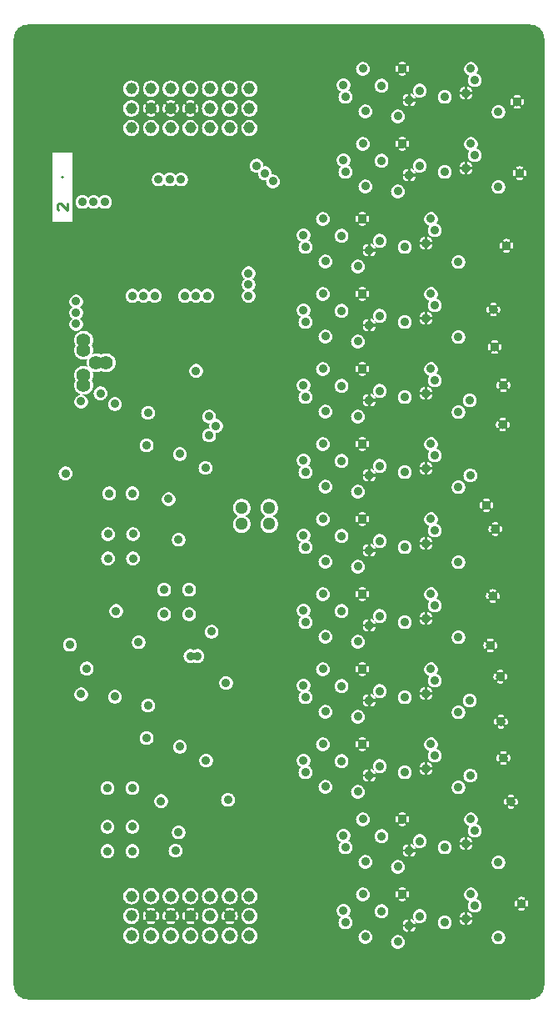
<source format=gbr>
G04 start of page 4 for group 2 idx 2 *
G04 Title: HETPREAMPS, ground *
G04 Creator: pcb 1.99z *
G04 CreationDate: Do 09 Apr 2015 07:40:17 GMT UTC *
G04 For: stephan *
G04 Format: Gerber/RS-274X *
G04 PCB-Dimensions (mil): 2952.76 4724.41 *
G04 PCB-Coordinate-Origin: lower left *
%MOIN*%
%FSLAX25Y25*%
%LNGROUND*%
%ADD70C,0.0236*%
%ADD69C,0.0256*%
%ADD68C,0.0240*%
%ADD67C,0.0276*%
%ADD66C,0.0866*%
%ADD65C,0.0157*%
%ADD64C,0.0550*%
%ADD63C,0.0512*%
%ADD62C,0.0354*%
%ADD61C,0.0553*%
%ADD60C,0.1181*%
%ADD59C,0.0472*%
%ADD58C,0.1575*%
%ADD57C,0.0453*%
%ADD56C,0.0098*%
%ADD55C,0.0100*%
%ADD54C,0.0001*%
G54D54*G36*
X244751Y400452D02*X244765Y400346D01*
X244772Y400191D01*
X244765Y400036D01*
X244751Y399930D01*
Y400452D01*
G37*
G36*
X253937Y425197D02*Y47244D01*
X248031Y41339D01*
X246945D01*
Y78425D01*
X247011Y78439D01*
X247084Y78466D01*
X247151Y78504D01*
X247212Y78552D01*
X247265Y78609D01*
X247307Y78673D01*
X247338Y78744D01*
X247414Y78974D01*
X247466Y79210D01*
X247498Y79449D01*
X247509Y79691D01*
X247498Y79932D01*
X247466Y80172D01*
X247414Y80408D01*
X247341Y80638D01*
X247309Y80709D01*
X247266Y80774D01*
X247213Y80831D01*
X247152Y80880D01*
X247085Y80918D01*
X247012Y80945D01*
X246945Y80958D01*
Y431102D01*
X248031D01*
X253937Y425197D01*
G37*
G36*
X246945Y41339D02*X246195D01*
Y370425D01*
X246261Y370439D01*
X246334Y370466D01*
X246401Y370504D01*
X246462Y370552D01*
X246515Y370609D01*
X246557Y370673D01*
X246588Y370744D01*
X246664Y370974D01*
X246716Y371210D01*
X246748Y371449D01*
X246759Y371691D01*
X246748Y371932D01*
X246716Y372172D01*
X246664Y372408D01*
X246591Y372638D01*
X246559Y372709D01*
X246516Y372774D01*
X246463Y372831D01*
X246402Y372880D01*
X246335Y372918D01*
X246262Y372945D01*
X246195Y372958D01*
Y431102D01*
X246945D01*
Y80958D01*
X246936Y80960D01*
X246858Y80964D01*
X246781Y80955D01*
X246706Y80934D01*
X246635Y80901D01*
X246570Y80858D01*
X246513Y80806D01*
X246465Y80745D01*
X246427Y80677D01*
X246400Y80604D01*
X246384Y80528D01*
X246381Y80450D01*
X246390Y80373D01*
X246412Y80299D01*
X246461Y80151D01*
X246494Y80000D01*
X246515Y79846D01*
X246522Y79691D01*
X246515Y79536D01*
X246494Y79382D01*
X246461Y79230D01*
X246414Y79082D01*
X246392Y79008D01*
X246383Y78931D01*
X246386Y78854D01*
X246401Y78778D01*
X246428Y78705D01*
X246466Y78638D01*
X246515Y78577D01*
X246572Y78525D01*
X246636Y78482D01*
X246706Y78450D01*
X246781Y78429D01*
X246858Y78420D01*
X246935Y78423D01*
X246945Y78425D01*
Y41339D01*
G37*
G36*
X246195D02*X244751D01*
Y76932D01*
X244991Y76943D01*
X245231Y76975D01*
X245467Y77027D01*
X245697Y77100D01*
X245768Y77132D01*
X245833Y77175D01*
X245890Y77228D01*
X245939Y77289D01*
X245977Y77356D01*
X246004Y77429D01*
X246019Y77505D01*
X246023Y77583D01*
X246014Y77660D01*
X245993Y77735D01*
X245960Y77806D01*
X245917Y77870D01*
X245865Y77928D01*
X245804Y77976D01*
X245736Y78014D01*
X245663Y78041D01*
X245587Y78057D01*
X245509Y78060D01*
X245432Y78051D01*
X245358Y78029D01*
X245211Y77980D01*
X245059Y77946D01*
X244905Y77926D01*
X244751Y77919D01*
Y81463D01*
X244905Y81456D01*
X245059Y81435D01*
X245211Y81402D01*
X245359Y81355D01*
X245433Y81333D01*
X245510Y81324D01*
X245587Y81327D01*
X245663Y81342D01*
X245735Y81369D01*
X245803Y81407D01*
X245864Y81455D01*
X245916Y81512D01*
X245959Y81577D01*
X245991Y81647D01*
X246012Y81722D01*
X246021Y81799D01*
X246018Y81876D01*
X246002Y81952D01*
X245975Y82025D01*
X245937Y82092D01*
X245889Y82153D01*
X245832Y82206D01*
X245768Y82248D01*
X245697Y82279D01*
X245467Y82355D01*
X245231Y82407D01*
X244991Y82439D01*
X244751Y82449D01*
Y369038D01*
X244947Y369100D01*
X245018Y369132D01*
X245083Y369175D01*
X245140Y369228D01*
X245189Y369289D01*
X245227Y369356D01*
X245254Y369429D01*
X245269Y369505D01*
X245273Y369583D01*
X245264Y369660D01*
X245243Y369735D01*
X245210Y369806D01*
X245167Y369870D01*
X245115Y369928D01*
X245054Y369976D01*
X244986Y370014D01*
X244913Y370041D01*
X244837Y370057D01*
X244759Y370060D01*
X244751Y370059D01*
Y373325D01*
X244760Y373324D01*
X244837Y373327D01*
X244913Y373342D01*
X244985Y373369D01*
X245053Y373407D01*
X245114Y373455D01*
X245166Y373512D01*
X245209Y373577D01*
X245241Y373647D01*
X245262Y373722D01*
X245271Y373799D01*
X245268Y373876D01*
X245252Y373952D01*
X245225Y374025D01*
X245187Y374092D01*
X245139Y374153D01*
X245082Y374206D01*
X245018Y374248D01*
X244947Y374279D01*
X244751Y374344D01*
Y399095D01*
X244765Y399077D01*
X244822Y399025D01*
X244886Y398982D01*
X244956Y398950D01*
X245031Y398929D01*
X245108Y398920D01*
X245185Y398923D01*
X245261Y398939D01*
X245334Y398966D01*
X245401Y399004D01*
X245462Y399052D01*
X245515Y399109D01*
X245557Y399173D01*
X245588Y399244D01*
X245664Y399474D01*
X245716Y399710D01*
X245748Y399949D01*
X245759Y400191D01*
X245748Y400432D01*
X245716Y400672D01*
X245664Y400908D01*
X245591Y401138D01*
X245559Y401209D01*
X245516Y401274D01*
X245463Y401331D01*
X245402Y401380D01*
X245335Y401418D01*
X245262Y401445D01*
X245186Y401460D01*
X245108Y401464D01*
X245031Y401455D01*
X244956Y401434D01*
X244885Y401401D01*
X244820Y401358D01*
X244763Y401306D01*
X244751Y401290D01*
Y431102D01*
X246195D01*
Y372958D01*
X246186Y372960D01*
X246108Y372964D01*
X246031Y372955D01*
X245956Y372934D01*
X245885Y372901D01*
X245820Y372858D01*
X245763Y372806D01*
X245715Y372745D01*
X245677Y372677D01*
X245650Y372604D01*
X245634Y372528D01*
X245631Y372450D01*
X245640Y372373D01*
X245662Y372299D01*
X245711Y372151D01*
X245744Y372000D01*
X245765Y371846D01*
X245772Y371691D01*
X245765Y371536D01*
X245744Y371382D01*
X245711Y371230D01*
X245664Y371082D01*
X245642Y371008D01*
X245633Y370931D01*
X245636Y370854D01*
X245651Y370778D01*
X245678Y370705D01*
X245716Y370638D01*
X245765Y370577D01*
X245822Y370525D01*
X245886Y370482D01*
X245956Y370450D01*
X246031Y370429D01*
X246108Y370420D01*
X246185Y370423D01*
X246195Y370425D01*
Y41339D01*
G37*
G36*
X244751D02*X242695D01*
Y78424D01*
X242719Y78427D01*
X242794Y78448D01*
X242865Y78481D01*
X242930Y78524D01*
X242987Y78576D01*
X243035Y78637D01*
X243073Y78705D01*
X243100Y78778D01*
X243116Y78854D01*
X243119Y78931D01*
X243110Y79009D01*
X243088Y79083D01*
X243039Y79230D01*
X243005Y79382D01*
X242985Y79536D01*
X242978Y79691D01*
X242985Y79846D01*
X243005Y80000D01*
X243039Y80151D01*
X243086Y80299D01*
X243108Y80374D01*
X243117Y80451D01*
X243114Y80528D01*
X243099Y80604D01*
X243072Y80676D01*
X243034Y80744D01*
X242985Y80805D01*
X242928Y80857D01*
X242864Y80900D01*
X242793Y80932D01*
X242719Y80953D01*
X242695Y80956D01*
Y119175D01*
X242761Y119189D01*
X242834Y119216D01*
X242901Y119254D01*
X242962Y119302D01*
X243015Y119359D01*
X243057Y119423D01*
X243088Y119494D01*
X243164Y119724D01*
X243216Y119960D01*
X243248Y120199D01*
X243259Y120441D01*
X243248Y120682D01*
X243216Y120922D01*
X243164Y121158D01*
X243091Y121388D01*
X243059Y121459D01*
X243016Y121524D01*
X242963Y121581D01*
X242902Y121630D01*
X242835Y121668D01*
X242762Y121695D01*
X242695Y121708D01*
Y397451D01*
X242759Y397443D01*
X243000Y397432D01*
X243241Y397443D01*
X243481Y397475D01*
X243717Y397527D01*
X243947Y397600D01*
X244018Y397632D01*
X244083Y397675D01*
X244140Y397728D01*
X244189Y397789D01*
X244227Y397856D01*
X244254Y397929D01*
X244269Y398005D01*
X244273Y398083D01*
X244264Y398160D01*
X244243Y398235D01*
X244210Y398306D01*
X244167Y398370D01*
X244115Y398428D01*
X244054Y398476D01*
X243986Y398514D01*
X243913Y398541D01*
X243837Y398557D01*
X243759Y398560D01*
X243682Y398551D01*
X243608Y398529D01*
X243461Y398480D01*
X243309Y398446D01*
X243155Y398426D01*
X243000Y398419D01*
X242845Y398426D01*
X242695Y398446D01*
Y401936D01*
X242845Y401956D01*
X243000Y401963D01*
X243155Y401956D01*
X243309Y401935D01*
X243461Y401902D01*
X243609Y401855D01*
X243683Y401833D01*
X243760Y401824D01*
X243837Y401827D01*
X243913Y401842D01*
X243985Y401869D01*
X244053Y401907D01*
X244114Y401955D01*
X244166Y402012D01*
X244209Y402077D01*
X244241Y402147D01*
X244262Y402222D01*
X244271Y402299D01*
X244268Y402376D01*
X244252Y402452D01*
X244225Y402525D01*
X244187Y402592D01*
X244139Y402653D01*
X244082Y402706D01*
X244018Y402748D01*
X243947Y402779D01*
X243717Y402855D01*
X243481Y402907D01*
X243241Y402939D01*
X243000Y402950D01*
X242759Y402939D01*
X242695Y402930D01*
Y431102D01*
X244751D01*
Y401290D01*
X244715Y401245D01*
X244677Y401177D01*
X244650Y401104D01*
X244634Y401028D01*
X244631Y400950D01*
X244640Y400873D01*
X244662Y400799D01*
X244711Y400651D01*
X244744Y400500D01*
X244751Y400452D01*
Y399930D01*
X244744Y399882D01*
X244711Y399730D01*
X244664Y399582D01*
X244642Y399508D01*
X244633Y399431D01*
X244636Y399354D01*
X244651Y399278D01*
X244678Y399205D01*
X244716Y399138D01*
X244751Y399095D01*
Y374344D01*
X244717Y374355D01*
X244481Y374407D01*
X244241Y374439D01*
X244000Y374450D01*
X243759Y374439D01*
X243519Y374407D01*
X243283Y374355D01*
X243052Y374282D01*
X242982Y374250D01*
X242917Y374207D01*
X242860Y374154D01*
X242811Y374093D01*
X242773Y374026D01*
X242746Y373953D01*
X242731Y373877D01*
X242727Y373799D01*
X242736Y373722D01*
X242757Y373647D01*
X242790Y373576D01*
X242833Y373511D01*
X242885Y373454D01*
X242946Y373406D01*
X243014Y373368D01*
X243087Y373341D01*
X243163Y373325D01*
X243241Y373322D01*
X243318Y373331D01*
X243392Y373353D01*
X243539Y373402D01*
X243691Y373435D01*
X243845Y373456D01*
X244000Y373463D01*
X244155Y373456D01*
X244309Y373435D01*
X244461Y373402D01*
X244609Y373355D01*
X244683Y373333D01*
X244751Y373325D01*
Y370059D01*
X244682Y370051D01*
X244608Y370029D01*
X244461Y369980D01*
X244309Y369946D01*
X244155Y369926D01*
X244000Y369919D01*
X243845Y369926D01*
X243691Y369946D01*
X243539Y369980D01*
X243391Y370027D01*
X243317Y370049D01*
X243240Y370058D01*
X243163Y370055D01*
X243087Y370040D01*
X243015Y370013D01*
X242947Y369975D01*
X242886Y369926D01*
X242834Y369869D01*
X242791Y369805D01*
X242759Y369734D01*
X242738Y369660D01*
X242729Y369583D01*
X242732Y369505D01*
X242748Y369430D01*
X242775Y369357D01*
X242813Y369289D01*
X242861Y369229D01*
X242918Y369176D01*
X242982Y369134D01*
X243053Y369103D01*
X243283Y369027D01*
X243519Y368975D01*
X243759Y368943D01*
X244000Y368932D01*
X244241Y368943D01*
X244481Y368975D01*
X244717Y369027D01*
X244751Y369038D01*
Y82449D01*
X244750Y82450D01*
X244509Y82439D01*
X244269Y82407D01*
X244033Y82355D01*
X243802Y82282D01*
X243732Y82250D01*
X243667Y82207D01*
X243610Y82154D01*
X243561Y82093D01*
X243523Y82026D01*
X243496Y81953D01*
X243481Y81877D01*
X243477Y81799D01*
X243486Y81722D01*
X243507Y81647D01*
X243540Y81576D01*
X243583Y81511D01*
X243635Y81454D01*
X243696Y81406D01*
X243764Y81368D01*
X243837Y81341D01*
X243913Y81325D01*
X243991Y81322D01*
X244068Y81331D01*
X244142Y81353D01*
X244289Y81402D01*
X244441Y81435D01*
X244595Y81456D01*
X244750Y81463D01*
X244751Y81463D01*
Y77919D01*
X244750Y77919D01*
X244595Y77926D01*
X244441Y77946D01*
X244289Y77980D01*
X244141Y78027D01*
X244067Y78049D01*
X243990Y78058D01*
X243913Y78055D01*
X243837Y78040D01*
X243765Y78013D01*
X243697Y77975D01*
X243636Y77926D01*
X243584Y77869D01*
X243541Y77805D01*
X243509Y77734D01*
X243488Y77660D01*
X243479Y77583D01*
X243482Y77505D01*
X243498Y77430D01*
X243525Y77357D01*
X243563Y77289D01*
X243611Y77229D01*
X243668Y77176D01*
X243732Y77134D01*
X243803Y77103D01*
X244033Y77027D01*
X244269Y76975D01*
X244509Y76943D01*
X244750Y76932D01*
X244751Y76932D01*
Y41339D01*
G37*
G36*
X241805Y402053D02*X241833Y402011D01*
X241885Y401954D01*
X241946Y401906D01*
X242014Y401868D01*
X242087Y401841D01*
X242163Y401825D01*
X242241Y401822D01*
X242318Y401831D01*
X242392Y401853D01*
X242539Y401902D01*
X242691Y401935D01*
X242695Y401936D01*
Y398446D01*
X242691Y398446D01*
X242539Y398480D01*
X242391Y398527D01*
X242317Y398549D01*
X242240Y398558D01*
X242163Y398555D01*
X242087Y398540D01*
X242015Y398513D01*
X241947Y398475D01*
X241886Y398426D01*
X241834Y398369D01*
X241805Y398326D01*
Y402053D01*
G37*
G36*
Y431102D02*X242695D01*
Y402930D01*
X242519Y402907D01*
X242283Y402855D01*
X242052Y402782D01*
X241982Y402750D01*
X241917Y402707D01*
X241860Y402654D01*
X241811Y402593D01*
X241805Y402582D01*
Y431102D01*
G37*
G36*
X242695Y41339D02*X241805D01*
Y370423D01*
X241814Y370422D01*
X241892Y370418D01*
X241969Y370427D01*
X242044Y370448D01*
X242115Y370481D01*
X242180Y370524D01*
X242237Y370576D01*
X242285Y370637D01*
X242323Y370705D01*
X242350Y370778D01*
X242366Y370854D01*
X242369Y370931D01*
X242360Y371009D01*
X242338Y371083D01*
X242289Y371230D01*
X242255Y371382D01*
X242235Y371536D01*
X242228Y371691D01*
X242235Y371846D01*
X242255Y372000D01*
X242289Y372151D01*
X242336Y372299D01*
X242358Y372374D01*
X242367Y372451D01*
X242364Y372528D01*
X242349Y372604D01*
X242322Y372676D01*
X242284Y372744D01*
X242235Y372805D01*
X242178Y372857D01*
X242114Y372900D01*
X242043Y372932D01*
X241969Y372953D01*
X241892Y372962D01*
X241815Y372959D01*
X241805Y372957D01*
Y397803D01*
X241813Y397789D01*
X241861Y397729D01*
X241918Y397676D01*
X241982Y397634D01*
X242053Y397603D01*
X242283Y397527D01*
X242519Y397475D01*
X242695Y397451D01*
Y121708D01*
X242686Y121710D01*
X242608Y121714D01*
X242531Y121705D01*
X242456Y121684D01*
X242385Y121651D01*
X242320Y121608D01*
X242263Y121556D01*
X242215Y121495D01*
X242177Y121427D01*
X242150Y121354D01*
X242134Y121278D01*
X242131Y121200D01*
X242140Y121123D01*
X242162Y121049D01*
X242211Y120901D01*
X242244Y120750D01*
X242265Y120596D01*
X242272Y120441D01*
X242265Y120286D01*
X242244Y120132D01*
X242211Y119980D01*
X242164Y119832D01*
X242142Y119758D01*
X242133Y119681D01*
X242136Y119604D01*
X242151Y119528D01*
X242178Y119455D01*
X242216Y119388D01*
X242265Y119327D01*
X242322Y119275D01*
X242386Y119232D01*
X242456Y119200D01*
X242531Y119179D01*
X242608Y119170D01*
X242685Y119173D01*
X242695Y119175D01*
Y80956D01*
X242642Y80962D01*
X242565Y80959D01*
X242489Y80943D01*
X242416Y80916D01*
X242349Y80878D01*
X242288Y80830D01*
X242235Y80773D01*
X242193Y80708D01*
X242162Y80638D01*
X242086Y80408D01*
X242034Y80172D01*
X242002Y79932D01*
X241991Y79691D01*
X242002Y79449D01*
X242034Y79210D01*
X242086Y78974D01*
X242159Y78743D01*
X242191Y78673D01*
X242234Y78608D01*
X242287Y78551D01*
X242348Y78502D01*
X242415Y78464D01*
X242488Y78437D01*
X242564Y78422D01*
X242642Y78418D01*
X242695Y78424D01*
Y41339D01*
G37*
G36*
X241805D02*X240805D01*
Y117701D01*
X240981Y117725D01*
X241217Y117777D01*
X241447Y117850D01*
X241518Y117882D01*
X241583Y117925D01*
X241640Y117978D01*
X241689Y118039D01*
X241727Y118106D01*
X241754Y118179D01*
X241769Y118255D01*
X241773Y118333D01*
X241764Y118410D01*
X241743Y118485D01*
X241710Y118556D01*
X241667Y118620D01*
X241615Y118678D01*
X241554Y118726D01*
X241486Y118764D01*
X241413Y118791D01*
X241337Y118807D01*
X241259Y118810D01*
X241182Y118801D01*
X241108Y118779D01*
X240961Y118730D01*
X240809Y118696D01*
X240805Y118696D01*
Y122186D01*
X240809Y122185D01*
X240961Y122152D01*
X241109Y122105D01*
X241183Y122083D01*
X241260Y122074D01*
X241337Y122077D01*
X241413Y122092D01*
X241485Y122119D01*
X241553Y122157D01*
X241614Y122205D01*
X241666Y122262D01*
X241709Y122327D01*
X241741Y122397D01*
X241762Y122472D01*
X241771Y122549D01*
X241768Y122626D01*
X241752Y122702D01*
X241725Y122775D01*
X241687Y122842D01*
X241639Y122903D01*
X241582Y122956D01*
X241518Y122998D01*
X241447Y123029D01*
X241217Y123105D01*
X240981Y123157D01*
X240805Y123180D01*
Y341426D01*
X240858Y341420D01*
X240935Y341423D01*
X241011Y341439D01*
X241084Y341466D01*
X241151Y341504D01*
X241212Y341552D01*
X241265Y341609D01*
X241307Y341673D01*
X241338Y341744D01*
X241414Y341974D01*
X241466Y342210D01*
X241498Y342449D01*
X241509Y342691D01*
X241498Y342932D01*
X241466Y343172D01*
X241414Y343408D01*
X241341Y343638D01*
X241309Y343709D01*
X241266Y343774D01*
X241213Y343831D01*
X241152Y343880D01*
X241085Y343918D01*
X241012Y343945D01*
X240936Y343960D01*
X240858Y343964D01*
X240805Y343957D01*
Y398923D01*
X240814Y398922D01*
X240892Y398918D01*
X240969Y398927D01*
X241044Y398948D01*
X241115Y398981D01*
X241180Y399024D01*
X241237Y399076D01*
X241285Y399137D01*
X241323Y399205D01*
X241350Y399278D01*
X241366Y399354D01*
X241369Y399431D01*
X241360Y399509D01*
X241338Y399583D01*
X241289Y399730D01*
X241255Y399882D01*
X241235Y400036D01*
X241228Y400191D01*
X241235Y400346D01*
X241255Y400500D01*
X241289Y400651D01*
X241336Y400799D01*
X241358Y400874D01*
X241367Y400951D01*
X241364Y401028D01*
X241349Y401104D01*
X241322Y401176D01*
X241284Y401244D01*
X241235Y401305D01*
X241178Y401357D01*
X241114Y401400D01*
X241043Y401432D01*
X240969Y401453D01*
X240892Y401462D01*
X240815Y401459D01*
X240805Y401457D01*
Y431102D01*
X241805D01*
Y402582D01*
X241773Y402526D01*
X241746Y402453D01*
X241731Y402377D01*
X241727Y402299D01*
X241736Y402222D01*
X241757Y402147D01*
X241790Y402076D01*
X241805Y402053D01*
Y398326D01*
X241791Y398305D01*
X241759Y398234D01*
X241738Y398160D01*
X241729Y398083D01*
X241732Y398005D01*
X241748Y397930D01*
X241775Y397857D01*
X241805Y397803D01*
Y372957D01*
X241739Y372943D01*
X241666Y372916D01*
X241599Y372878D01*
X241538Y372830D01*
X241485Y372773D01*
X241443Y372708D01*
X241412Y372638D01*
X241336Y372408D01*
X241284Y372172D01*
X241252Y371932D01*
X241241Y371691D01*
X241252Y371449D01*
X241284Y371210D01*
X241336Y370974D01*
X241409Y370743D01*
X241441Y370673D01*
X241484Y370608D01*
X241537Y370551D01*
X241598Y370502D01*
X241665Y370464D01*
X241738Y370437D01*
X241805Y370423D01*
Y41339D01*
G37*
G36*
X240805Y123180D02*X240741Y123189D01*
X240500Y123199D01*
X240259Y123189D01*
X240019Y123157D01*
X239783Y123105D01*
X239695Y123077D01*
Y136675D01*
X239761Y136689D01*
X239834Y136716D01*
X239901Y136754D01*
X239962Y136802D01*
X240015Y136859D01*
X240057Y136923D01*
X240088Y136994D01*
X240164Y137224D01*
X240216Y137460D01*
X240248Y137699D01*
X240259Y137941D01*
X240248Y138182D01*
X240216Y138422D01*
X240164Y138658D01*
X240091Y138888D01*
X240059Y138959D01*
X240016Y139024D01*
X239963Y139081D01*
X239902Y139130D01*
X239835Y139168D01*
X239762Y139195D01*
X239695Y139208D01*
Y270038D01*
X239712Y270052D01*
X239765Y270109D01*
X239807Y270173D01*
X239838Y270244D01*
X239914Y270474D01*
X239966Y270710D01*
X239998Y270949D01*
X240009Y271191D01*
X239998Y271432D01*
X239966Y271672D01*
X239914Y271908D01*
X239841Y272138D01*
X239809Y272209D01*
X239766Y272274D01*
X239713Y272331D01*
X239695Y272346D01*
Y285675D01*
X239761Y285689D01*
X239834Y285716D01*
X239901Y285754D01*
X239962Y285802D01*
X240015Y285859D01*
X240057Y285923D01*
X240088Y285994D01*
X240164Y286224D01*
X240216Y286460D01*
X240248Y286699D01*
X240259Y286941D01*
X240248Y287182D01*
X240216Y287422D01*
X240164Y287658D01*
X240091Y287888D01*
X240059Y287959D01*
X240016Y288024D01*
X239963Y288081D01*
X239902Y288130D01*
X239835Y288168D01*
X239762Y288195D01*
X239695Y288208D01*
Y340099D01*
X239697Y340100D01*
X239768Y340132D01*
X239833Y340175D01*
X239890Y340228D01*
X239939Y340289D01*
X239977Y340356D01*
X240004Y340429D01*
X240019Y340505D01*
X240023Y340583D01*
X240014Y340660D01*
X239993Y340735D01*
X239960Y340806D01*
X239917Y340870D01*
X239865Y340928D01*
X239804Y340976D01*
X239736Y341014D01*
X239695Y341030D01*
Y344354D01*
X239735Y344369D01*
X239803Y344407D01*
X239864Y344455D01*
X239916Y344512D01*
X239959Y344577D01*
X239991Y344647D01*
X240012Y344722D01*
X240021Y344799D01*
X240018Y344876D01*
X240002Y344952D01*
X239975Y345025D01*
X239937Y345092D01*
X239889Y345153D01*
X239832Y345206D01*
X239768Y345248D01*
X239697Y345279D01*
X239695Y345280D01*
Y431102D01*
X240805D01*
Y401457D01*
X240739Y401443D01*
X240666Y401416D01*
X240599Y401378D01*
X240538Y401330D01*
X240485Y401273D01*
X240443Y401208D01*
X240412Y401138D01*
X240336Y400908D01*
X240284Y400672D01*
X240252Y400432D01*
X240241Y400191D01*
X240252Y399949D01*
X240284Y399710D01*
X240336Y399474D01*
X240409Y399243D01*
X240441Y399173D01*
X240484Y399108D01*
X240537Y399051D01*
X240598Y399002D01*
X240665Y398964D01*
X240738Y398937D01*
X240805Y398923D01*
Y343957D01*
X240781Y343955D01*
X240706Y343934D01*
X240635Y343901D01*
X240570Y343858D01*
X240513Y343806D01*
X240465Y343745D01*
X240427Y343677D01*
X240400Y343604D01*
X240384Y343528D01*
X240381Y343450D01*
X240390Y343373D01*
X240412Y343299D01*
X240461Y343151D01*
X240494Y343000D01*
X240515Y342846D01*
X240522Y342691D01*
X240515Y342536D01*
X240494Y342382D01*
X240461Y342230D01*
X240414Y342082D01*
X240392Y342008D01*
X240383Y341931D01*
X240386Y341854D01*
X240401Y341778D01*
X240428Y341705D01*
X240466Y341638D01*
X240515Y341577D01*
X240572Y341525D01*
X240636Y341482D01*
X240706Y341450D01*
X240781Y341429D01*
X240805Y341426D01*
Y123180D01*
G37*
G36*
Y118696D02*X240655Y118676D01*
X240500Y118669D01*
X240345Y118676D01*
X240191Y118696D01*
X240039Y118730D01*
X239891Y118777D01*
X239817Y118799D01*
X239740Y118808D01*
X239695Y118806D01*
Y122074D01*
X239741Y122072D01*
X239818Y122081D01*
X239892Y122103D01*
X240039Y122152D01*
X240191Y122185D01*
X240345Y122206D01*
X240500Y122213D01*
X240655Y122206D01*
X240805Y122186D01*
Y118696D01*
G37*
G36*
Y41339D02*X239695D01*
Y117806D01*
X239783Y117777D01*
X240019Y117725D01*
X240259Y117693D01*
X240500Y117682D01*
X240741Y117693D01*
X240805Y117701D01*
Y41339D01*
G37*
G36*
X239695Y345280D02*X239467Y345355D01*
X239231Y345407D01*
X238991Y345439D01*
X238750Y345450D01*
X238509Y345439D01*
X238269Y345407D01*
X238033Y345355D01*
X237802Y345282D01*
X237732Y345250D01*
X237667Y345207D01*
X237610Y345154D01*
X237561Y345093D01*
X237523Y345026D01*
X237501Y344966D01*
Y364290D01*
X237736Y364566D01*
X237963Y364936D01*
X238129Y365337D01*
X238230Y365758D01*
X238256Y366191D01*
X238230Y366623D01*
X238129Y367045D01*
X237963Y367446D01*
X237736Y367816D01*
X237501Y368092D01*
Y394290D01*
X237736Y394566D01*
X237963Y394936D01*
X238129Y395337D01*
X238230Y395758D01*
X238256Y396191D01*
X238230Y396623D01*
X238129Y397045D01*
X237963Y397446D01*
X237736Y397816D01*
X237501Y398092D01*
Y431102D01*
X239695D01*
Y345280D01*
G37*
G36*
Y341030D02*X239663Y341041D01*
X239587Y341057D01*
X239509Y341060D01*
X239432Y341051D01*
X239358Y341029D01*
X239211Y340980D01*
X239059Y340946D01*
X238905Y340926D01*
X238750Y340919D01*
X238595Y340926D01*
X238441Y340946D01*
X238289Y340980D01*
X238141Y341027D01*
X238067Y341049D01*
X237990Y341058D01*
X237913Y341055D01*
X237837Y341040D01*
X237765Y341013D01*
X237697Y340975D01*
X237636Y340926D01*
X237584Y340869D01*
X237541Y340805D01*
X237509Y340734D01*
X237501Y340706D01*
Y344670D01*
X237507Y344647D01*
X237540Y344576D01*
X237583Y344511D01*
X237635Y344454D01*
X237696Y344406D01*
X237764Y344368D01*
X237837Y344341D01*
X237913Y344325D01*
X237991Y344322D01*
X238068Y344331D01*
X238142Y344353D01*
X238289Y344402D01*
X238441Y344435D01*
X238595Y344456D01*
X238750Y344463D01*
X238905Y344456D01*
X239059Y344435D01*
X239211Y344402D01*
X239359Y344355D01*
X239433Y344333D01*
X239510Y344324D01*
X239587Y344327D01*
X239663Y344342D01*
X239695Y344354D01*
Y341030D01*
G37*
G36*
Y41339D02*X238305D01*
Y119173D01*
X238314Y119172D01*
X238392Y119168D01*
X238469Y119177D01*
X238544Y119198D01*
X238615Y119231D01*
X238680Y119274D01*
X238737Y119326D01*
X238785Y119387D01*
X238823Y119455D01*
X238850Y119528D01*
X238866Y119604D01*
X238869Y119681D01*
X238860Y119759D01*
X238838Y119833D01*
X238789Y119980D01*
X238755Y120132D01*
X238735Y120286D01*
X238728Y120441D01*
X238735Y120596D01*
X238755Y120750D01*
X238789Y120901D01*
X238836Y121049D01*
X238858Y121124D01*
X238867Y121201D01*
X238864Y121278D01*
X238849Y121354D01*
X238822Y121426D01*
X238784Y121494D01*
X238735Y121555D01*
X238678Y121607D01*
X238614Y121650D01*
X238543Y121682D01*
X238469Y121703D01*
X238392Y121712D01*
X238315Y121709D01*
X238305Y121707D01*
Y135305D01*
X238447Y135350D01*
X238518Y135382D01*
X238583Y135425D01*
X238640Y135478D01*
X238689Y135539D01*
X238727Y135606D01*
X238754Y135679D01*
X238769Y135755D01*
X238773Y135833D01*
X238764Y135910D01*
X238743Y135985D01*
X238710Y136056D01*
X238667Y136120D01*
X238615Y136178D01*
X238554Y136226D01*
X238486Y136264D01*
X238413Y136291D01*
X238337Y136307D01*
X238305Y136308D01*
Y139576D01*
X238337Y139577D01*
X238413Y139592D01*
X238485Y139619D01*
X238553Y139657D01*
X238614Y139705D01*
X238666Y139762D01*
X238709Y139827D01*
X238741Y139897D01*
X238762Y139972D01*
X238771Y140049D01*
X238768Y140126D01*
X238752Y140202D01*
X238725Y140275D01*
X238687Y140342D01*
X238639Y140403D01*
X238582Y140456D01*
X238518Y140498D01*
X238447Y140529D01*
X238305Y140576D01*
Y151290D01*
X238322Y151275D01*
X238386Y151232D01*
X238456Y151200D01*
X238531Y151179D01*
X238608Y151170D01*
X238685Y151173D01*
X238761Y151189D01*
X238834Y151216D01*
X238901Y151254D01*
X238962Y151302D01*
X239015Y151359D01*
X239057Y151423D01*
X239088Y151494D01*
X239164Y151724D01*
X239216Y151960D01*
X239248Y152199D01*
X239259Y152441D01*
X239248Y152682D01*
X239216Y152922D01*
X239164Y153158D01*
X239091Y153388D01*
X239059Y153459D01*
X239016Y153524D01*
X238963Y153581D01*
X238902Y153630D01*
X238835Y153668D01*
X238762Y153695D01*
X238686Y153710D01*
X238608Y153714D01*
X238531Y153705D01*
X238456Y153684D01*
X238385Y153651D01*
X238320Y153608D01*
X238305Y153594D01*
Y169176D01*
X238358Y169170D01*
X238435Y169173D01*
X238511Y169189D01*
X238584Y169216D01*
X238651Y169254D01*
X238712Y169302D01*
X238765Y169359D01*
X238807Y169423D01*
X238838Y169494D01*
X238914Y169724D01*
X238966Y169960D01*
X238998Y170199D01*
X239009Y170441D01*
X238998Y170682D01*
X238966Y170922D01*
X238914Y171158D01*
X238841Y171388D01*
X238809Y171459D01*
X238766Y171524D01*
X238713Y171581D01*
X238652Y171630D01*
X238585Y171668D01*
X238512Y171695D01*
X238436Y171710D01*
X238358Y171714D01*
X238305Y171707D01*
Y268656D01*
X238333Y268675D01*
X238390Y268728D01*
X238439Y268789D01*
X238477Y268856D01*
X238504Y268929D01*
X238519Y269005D01*
X238523Y269083D01*
X238514Y269160D01*
X238493Y269235D01*
X238460Y269306D01*
X238417Y269370D01*
X238365Y269428D01*
X238305Y269475D01*
Y272909D01*
X238364Y272955D01*
X238416Y273012D01*
X238459Y273077D01*
X238491Y273147D01*
X238512Y273222D01*
X238521Y273299D01*
X238518Y273376D01*
X238502Y273452D01*
X238475Y273525D01*
X238437Y273592D01*
X238389Y273653D01*
X238332Y273706D01*
X238305Y273723D01*
Y284305D01*
X238447Y284350D01*
X238518Y284382D01*
X238583Y284425D01*
X238640Y284478D01*
X238689Y284539D01*
X238727Y284606D01*
X238754Y284679D01*
X238769Y284755D01*
X238773Y284833D01*
X238764Y284910D01*
X238743Y284985D01*
X238710Y285056D01*
X238667Y285120D01*
X238615Y285178D01*
X238554Y285226D01*
X238486Y285264D01*
X238413Y285291D01*
X238337Y285307D01*
X238305Y285308D01*
Y288576D01*
X238337Y288577D01*
X238413Y288592D01*
X238485Y288619D01*
X238553Y288657D01*
X238614Y288705D01*
X238666Y288762D01*
X238709Y288827D01*
X238741Y288897D01*
X238762Y288972D01*
X238771Y289049D01*
X238768Y289126D01*
X238752Y289202D01*
X238725Y289275D01*
X238687Y289342D01*
X238639Y289403D01*
X238582Y289456D01*
X238518Y289498D01*
X238447Y289529D01*
X238305Y289576D01*
Y339970D01*
X238509Y339943D01*
X238750Y339932D01*
X238991Y339943D01*
X239231Y339975D01*
X239467Y340027D01*
X239695Y340099D01*
Y288208D01*
X239686Y288210D01*
X239608Y288214D01*
X239531Y288205D01*
X239456Y288184D01*
X239385Y288151D01*
X239320Y288108D01*
X239263Y288056D01*
X239215Y287995D01*
X239177Y287927D01*
X239150Y287854D01*
X239134Y287778D01*
X239131Y287700D01*
X239140Y287623D01*
X239162Y287549D01*
X239211Y287401D01*
X239244Y287250D01*
X239265Y287096D01*
X239272Y286941D01*
X239265Y286786D01*
X239244Y286632D01*
X239211Y286480D01*
X239164Y286332D01*
X239142Y286258D01*
X239133Y286181D01*
X239136Y286104D01*
X239151Y286028D01*
X239178Y285955D01*
X239216Y285888D01*
X239265Y285827D01*
X239322Y285775D01*
X239386Y285732D01*
X239456Y285700D01*
X239531Y285679D01*
X239608Y285670D01*
X239685Y285673D01*
X239695Y285675D01*
Y272346D01*
X239652Y272380D01*
X239585Y272418D01*
X239512Y272445D01*
X239436Y272460D01*
X239358Y272464D01*
X239281Y272455D01*
X239206Y272434D01*
X239135Y272401D01*
X239070Y272358D01*
X239013Y272306D01*
X238965Y272245D01*
X238927Y272177D01*
X238900Y272104D01*
X238884Y272028D01*
X238881Y271950D01*
X238890Y271873D01*
X238912Y271799D01*
X238961Y271651D01*
X238994Y271500D01*
X239015Y271346D01*
X239022Y271191D01*
X239015Y271036D01*
X238994Y270882D01*
X238961Y270730D01*
X238914Y270582D01*
X238892Y270508D01*
X238883Y270431D01*
X238886Y270354D01*
X238901Y270278D01*
X238928Y270205D01*
X238966Y270138D01*
X239015Y270077D01*
X239072Y270025D01*
X239136Y269982D01*
X239206Y269950D01*
X239281Y269929D01*
X239358Y269920D01*
X239435Y269923D01*
X239511Y269939D01*
X239584Y269966D01*
X239651Y270004D01*
X239695Y270038D01*
Y139208D01*
X239686Y139210D01*
X239608Y139214D01*
X239531Y139205D01*
X239456Y139184D01*
X239385Y139151D01*
X239320Y139108D01*
X239263Y139056D01*
X239215Y138995D01*
X239177Y138927D01*
X239150Y138854D01*
X239134Y138778D01*
X239131Y138700D01*
X239140Y138623D01*
X239162Y138549D01*
X239211Y138401D01*
X239244Y138250D01*
X239265Y138096D01*
X239272Y137941D01*
X239265Y137786D01*
X239244Y137632D01*
X239211Y137480D01*
X239164Y137332D01*
X239142Y137258D01*
X239133Y137181D01*
X239136Y137104D01*
X239151Y137028D01*
X239178Y136955D01*
X239216Y136888D01*
X239265Y136827D01*
X239322Y136775D01*
X239386Y136732D01*
X239456Y136700D01*
X239531Y136679D01*
X239608Y136670D01*
X239685Y136673D01*
X239695Y136675D01*
Y123077D01*
X239552Y123032D01*
X239482Y123000D01*
X239417Y122957D01*
X239360Y122904D01*
X239311Y122843D01*
X239273Y122776D01*
X239246Y122703D01*
X239231Y122627D01*
X239227Y122549D01*
X239236Y122472D01*
X239257Y122397D01*
X239290Y122326D01*
X239333Y122261D01*
X239385Y122204D01*
X239446Y122156D01*
X239514Y122118D01*
X239587Y122091D01*
X239663Y122075D01*
X239695Y122074D01*
Y118806D01*
X239663Y118805D01*
X239587Y118790D01*
X239515Y118763D01*
X239447Y118725D01*
X239386Y118676D01*
X239334Y118619D01*
X239291Y118555D01*
X239259Y118484D01*
X239238Y118410D01*
X239229Y118333D01*
X239232Y118255D01*
X239248Y118180D01*
X239275Y118107D01*
X239313Y118039D01*
X239361Y117979D01*
X239418Y117926D01*
X239482Y117884D01*
X239553Y117853D01*
X239695Y117806D01*
Y41339D01*
G37*
G36*
X238305Y289576D02*X238217Y289605D01*
X237981Y289657D01*
X237741Y289689D01*
X237501Y289699D01*
Y340421D01*
X237525Y340357D01*
X237563Y340289D01*
X237611Y340229D01*
X237668Y340176D01*
X237732Y340134D01*
X237803Y340103D01*
X238033Y340027D01*
X238269Y339975D01*
X238305Y339970D01*
Y289576D01*
G37*
G36*
Y285308D02*X238259Y285310D01*
X238182Y285301D01*
X238108Y285279D01*
X237961Y285230D01*
X237809Y285196D01*
X237655Y285176D01*
X237501Y285169D01*
Y288713D01*
X237655Y288706D01*
X237809Y288685D01*
X237961Y288652D01*
X238109Y288605D01*
X238183Y288583D01*
X238260Y288574D01*
X238305Y288576D01*
Y285308D01*
G37*
G36*
Y273723D02*X238268Y273748D01*
X238197Y273779D01*
X237967Y273855D01*
X237731Y273907D01*
X237501Y273938D01*
Y284182D01*
X237741Y284193D01*
X237981Y284225D01*
X238217Y284277D01*
X238305Y284305D01*
Y273723D01*
G37*
G36*
Y269475D02*X238304Y269476D01*
X238236Y269514D01*
X238163Y269541D01*
X238087Y269557D01*
X238009Y269560D01*
X237932Y269551D01*
X237858Y269529D01*
X237711Y269480D01*
X237559Y269446D01*
X237501Y269439D01*
Y272943D01*
X237559Y272935D01*
X237711Y272902D01*
X237859Y272855D01*
X237933Y272833D01*
X238010Y272824D01*
X238087Y272827D01*
X238163Y272842D01*
X238235Y272869D01*
X238303Y272907D01*
X238305Y272909D01*
Y269475D01*
G37*
G36*
Y140576D02*X238217Y140605D01*
X237981Y140657D01*
X237741Y140689D01*
X237501Y140699D01*
Y149874D01*
X237518Y149882D01*
X237583Y149925D01*
X237640Y149978D01*
X237689Y150039D01*
X237727Y150106D01*
X237754Y150179D01*
X237769Y150255D01*
X237773Y150333D01*
X237764Y150410D01*
X237743Y150485D01*
X237710Y150556D01*
X237667Y150620D01*
X237615Y150678D01*
X237554Y150726D01*
X237501Y150756D01*
Y154128D01*
X237553Y154157D01*
X237614Y154205D01*
X237666Y154262D01*
X237709Y154327D01*
X237741Y154397D01*
X237762Y154472D01*
X237771Y154549D01*
X237768Y154626D01*
X237752Y154702D01*
X237725Y154775D01*
X237687Y154842D01*
X237639Y154903D01*
X237582Y154956D01*
X237518Y154998D01*
X237501Y155006D01*
Y168171D01*
X237504Y168179D01*
X237519Y168255D01*
X237523Y168333D01*
X237514Y168410D01*
X237501Y168456D01*
Y172432D01*
X237512Y172472D01*
X237521Y172549D01*
X237518Y172626D01*
X237502Y172702D01*
X237501Y172706D01*
Y268444D01*
X237731Y268475D01*
X237967Y268527D01*
X238197Y268600D01*
X238268Y268632D01*
X238305Y268656D01*
Y171707D01*
X238281Y171705D01*
X238206Y171684D01*
X238135Y171651D01*
X238070Y171608D01*
X238013Y171556D01*
X237965Y171495D01*
X237927Y171427D01*
X237900Y171354D01*
X237884Y171278D01*
X237881Y171200D01*
X237890Y171123D01*
X237912Y171049D01*
X237961Y170901D01*
X237994Y170750D01*
X238015Y170596D01*
X238022Y170441D01*
X238015Y170286D01*
X237994Y170132D01*
X237961Y169980D01*
X237914Y169832D01*
X237892Y169758D01*
X237883Y169681D01*
X237886Y169604D01*
X237901Y169528D01*
X237928Y169455D01*
X237966Y169388D01*
X238015Y169327D01*
X238072Y169275D01*
X238136Y169232D01*
X238206Y169200D01*
X238281Y169179D01*
X238305Y169176D01*
Y153594D01*
X238263Y153556D01*
X238215Y153495D01*
X238177Y153427D01*
X238150Y153354D01*
X238134Y153278D01*
X238131Y153200D01*
X238140Y153123D01*
X238162Y153049D01*
X238211Y152901D01*
X238244Y152750D01*
X238265Y152596D01*
X238272Y152441D01*
X238265Y152286D01*
X238244Y152132D01*
X238211Y151980D01*
X238164Y151832D01*
X238142Y151758D01*
X238133Y151681D01*
X238136Y151604D01*
X238151Y151528D01*
X238178Y151455D01*
X238216Y151388D01*
X238265Y151327D01*
X238305Y151290D01*
Y140576D01*
G37*
G36*
Y136308D02*X238259Y136310D01*
X238182Y136301D01*
X238108Y136279D01*
X237961Y136230D01*
X237809Y136196D01*
X237655Y136176D01*
X237501Y136169D01*
Y139713D01*
X237655Y139706D01*
X237809Y139685D01*
X237961Y139652D01*
X238109Y139605D01*
X238183Y139583D01*
X238260Y139574D01*
X238305Y139576D01*
Y136308D01*
G37*
G36*
Y41339D02*X237501D01*
Y64290D01*
X237736Y64566D01*
X237963Y64936D01*
X238129Y65337D01*
X238230Y65758D01*
X238256Y66191D01*
X238230Y66623D01*
X238129Y67045D01*
X237963Y67446D01*
X237736Y67816D01*
X237501Y68092D01*
Y94290D01*
X237736Y94566D01*
X237963Y94936D01*
X238129Y95337D01*
X238230Y95758D01*
X238256Y96191D01*
X238230Y96623D01*
X238129Y97045D01*
X237963Y97446D01*
X237736Y97816D01*
X237501Y98092D01*
Y135182D01*
X237741Y135193D01*
X237981Y135225D01*
X238217Y135277D01*
X238305Y135305D01*
Y121707D01*
X238239Y121693D01*
X238166Y121666D01*
X238099Y121628D01*
X238038Y121580D01*
X237985Y121523D01*
X237943Y121458D01*
X237912Y121388D01*
X237836Y121158D01*
X237784Y120922D01*
X237752Y120682D01*
X237741Y120441D01*
X237752Y120199D01*
X237784Y119960D01*
X237836Y119724D01*
X237909Y119493D01*
X237941Y119423D01*
X237984Y119358D01*
X238037Y119301D01*
X238098Y119252D01*
X238165Y119214D01*
X238238Y119187D01*
X238305Y119173D01*
Y41339D01*
G37*
G36*
X235305Y93442D02*X235500Y93427D01*
X235932Y93461D01*
X236354Y93562D01*
X236755Y93728D01*
X237125Y93954D01*
X237455Y94236D01*
X237501Y94290D01*
Y68092D01*
X237455Y68146D01*
X237125Y68427D01*
X236755Y68654D01*
X236354Y68820D01*
X235932Y68921D01*
X235500Y68955D01*
X235305Y68940D01*
Y93442D01*
G37*
G36*
Y150053D02*X235313Y150039D01*
X235361Y149979D01*
X235418Y149926D01*
X235482Y149884D01*
X235553Y149853D01*
X235783Y149777D01*
X236019Y149725D01*
X236259Y149693D01*
X236500Y149682D01*
X236741Y149693D01*
X236981Y149725D01*
X237217Y149777D01*
X237447Y149850D01*
X237501Y149874D01*
Y140699D01*
X237500Y140700D01*
X237259Y140689D01*
X237019Y140657D01*
X236783Y140605D01*
X236552Y140532D01*
X236482Y140500D01*
X236417Y140457D01*
X236360Y140404D01*
X236311Y140343D01*
X236273Y140276D01*
X236246Y140203D01*
X236231Y140127D01*
X236227Y140049D01*
X236236Y139972D01*
X236257Y139897D01*
X236290Y139826D01*
X236333Y139761D01*
X236385Y139704D01*
X236446Y139656D01*
X236514Y139618D01*
X236587Y139591D01*
X236663Y139575D01*
X236741Y139572D01*
X236818Y139581D01*
X236892Y139603D01*
X237039Y139652D01*
X237191Y139685D01*
X237345Y139706D01*
X237500Y139713D01*
X237501Y139713D01*
Y136169D01*
X237500Y136169D01*
X237345Y136176D01*
X237191Y136196D01*
X237039Y136230D01*
X236891Y136277D01*
X236817Y136299D01*
X236740Y136308D01*
X236663Y136305D01*
X236587Y136290D01*
X236515Y136263D01*
X236447Y136225D01*
X236386Y136176D01*
X236334Y136119D01*
X236291Y136055D01*
X236259Y135984D01*
X236238Y135910D01*
X236229Y135833D01*
X236232Y135755D01*
X236248Y135680D01*
X236275Y135607D01*
X236313Y135539D01*
X236361Y135479D01*
X236418Y135426D01*
X236482Y135384D01*
X236553Y135353D01*
X236783Y135277D01*
X237019Y135225D01*
X237259Y135193D01*
X237500Y135182D01*
X237501Y135182D01*
Y98092D01*
X237455Y98146D01*
X237125Y98427D01*
X236755Y98654D01*
X236354Y98820D01*
X235932Y98921D01*
X235500Y98955D01*
X235305Y98940D01*
Y136673D01*
X235314Y136672D01*
X235392Y136668D01*
X235469Y136677D01*
X235544Y136698D01*
X235615Y136731D01*
X235680Y136774D01*
X235737Y136826D01*
X235785Y136887D01*
X235823Y136955D01*
X235850Y137028D01*
X235866Y137104D01*
X235869Y137181D01*
X235860Y137259D01*
X235838Y137333D01*
X235789Y137480D01*
X235755Y137632D01*
X235735Y137786D01*
X235728Y137941D01*
X235735Y138096D01*
X235755Y138250D01*
X235789Y138401D01*
X235836Y138549D01*
X235858Y138624D01*
X235867Y138701D01*
X235864Y138778D01*
X235849Y138854D01*
X235822Y138926D01*
X235784Y138994D01*
X235735Y139055D01*
X235678Y139107D01*
X235614Y139150D01*
X235543Y139182D01*
X235469Y139203D01*
X235392Y139212D01*
X235315Y139209D01*
X235305Y139207D01*
Y150053D01*
G37*
G36*
Y154303D02*X235333Y154261D01*
X235385Y154204D01*
X235446Y154156D01*
X235514Y154118D01*
X235587Y154091D01*
X235663Y154075D01*
X235741Y154072D01*
X235818Y154081D01*
X235892Y154103D01*
X236039Y154152D01*
X236191Y154185D01*
X236345Y154206D01*
X236500Y154213D01*
X236655Y154206D01*
X236809Y154185D01*
X236961Y154152D01*
X237109Y154105D01*
X237183Y154083D01*
X237260Y154074D01*
X237337Y154077D01*
X237413Y154092D01*
X237485Y154119D01*
X237501Y154128D01*
Y150756D01*
X237486Y150764D01*
X237413Y150791D01*
X237337Y150807D01*
X237259Y150810D01*
X237182Y150801D01*
X237108Y150779D01*
X236961Y150730D01*
X236809Y150696D01*
X236655Y150676D01*
X236500Y150669D01*
X236345Y150676D01*
X236191Y150696D01*
X236039Y150730D01*
X235891Y150777D01*
X235817Y150799D01*
X235740Y150808D01*
X235663Y150805D01*
X235587Y150790D01*
X235515Y150763D01*
X235447Y150725D01*
X235386Y150676D01*
X235334Y150619D01*
X235305Y150576D01*
Y154303D01*
G37*
G36*
Y167852D02*X235533Y167777D01*
X235769Y167725D01*
X236009Y167693D01*
X236250Y167682D01*
X236491Y167693D01*
X236731Y167725D01*
X236967Y167777D01*
X237197Y167850D01*
X237268Y167882D01*
X237333Y167925D01*
X237390Y167978D01*
X237439Y168039D01*
X237477Y168106D01*
X237501Y168171D01*
Y155006D01*
X237447Y155029D01*
X237217Y155105D01*
X236981Y155157D01*
X236741Y155189D01*
X236500Y155200D01*
X236259Y155189D01*
X236019Y155157D01*
X235783Y155105D01*
X235552Y155032D01*
X235482Y155000D01*
X235417Y154957D01*
X235360Y154904D01*
X235311Y154843D01*
X235305Y154832D01*
Y167852D01*
G37*
G36*
Y172102D02*X235337Y172091D01*
X235413Y172075D01*
X235491Y172072D01*
X235568Y172081D01*
X235642Y172103D01*
X235789Y172152D01*
X235941Y172185D01*
X236095Y172206D01*
X236250Y172213D01*
X236405Y172206D01*
X236559Y172185D01*
X236711Y172152D01*
X236859Y172105D01*
X236933Y172083D01*
X237010Y172074D01*
X237087Y172077D01*
X237163Y172092D01*
X237235Y172119D01*
X237303Y172157D01*
X237364Y172205D01*
X237416Y172262D01*
X237459Y172327D01*
X237491Y172397D01*
X237501Y172432D01*
Y168456D01*
X237493Y168485D01*
X237460Y168556D01*
X237417Y168620D01*
X237365Y168678D01*
X237304Y168726D01*
X237236Y168764D01*
X237163Y168791D01*
X237087Y168807D01*
X237009Y168810D01*
X236932Y168801D01*
X236858Y168779D01*
X236711Y168730D01*
X236559Y168696D01*
X236405Y168676D01*
X236250Y168669D01*
X236095Y168676D01*
X235941Y168696D01*
X235789Y168730D01*
X235641Y168777D01*
X235567Y168799D01*
X235490Y168808D01*
X235413Y168805D01*
X235337Y168790D01*
X235305Y168778D01*
Y172102D01*
G37*
G36*
X236445Y268556D02*X236533Y268527D01*
X236769Y268475D01*
X237009Y268443D01*
X237250Y268432D01*
X237491Y268443D01*
X237501Y268444D01*
Y172706D01*
X237475Y172775D01*
X237437Y172842D01*
X237389Y172903D01*
X237332Y172956D01*
X237268Y172998D01*
X237197Y173029D01*
X236967Y173105D01*
X236731Y173157D01*
X236491Y173189D01*
X236445Y173191D01*
Y228175D01*
X236511Y228189D01*
X236584Y228216D01*
X236651Y228254D01*
X236712Y228302D01*
X236765Y228359D01*
X236807Y228423D01*
X236838Y228494D01*
X236914Y228724D01*
X236966Y228960D01*
X236998Y229199D01*
X237009Y229441D01*
X236998Y229682D01*
X236966Y229922D01*
X236914Y230158D01*
X236841Y230388D01*
X236809Y230459D01*
X236766Y230524D01*
X236713Y230581D01*
X236652Y230630D01*
X236585Y230668D01*
X236512Y230695D01*
X236445Y230708D01*
Y268556D01*
G37*
G36*
Y272824D02*X236491Y272822D01*
X236568Y272831D01*
X236642Y272853D01*
X236789Y272902D01*
X236941Y272935D01*
X237095Y272956D01*
X237250Y272963D01*
X237405Y272956D01*
X237501Y272943D01*
Y269439D01*
X237405Y269426D01*
X237250Y269419D01*
X237095Y269426D01*
X236941Y269446D01*
X236789Y269480D01*
X236641Y269527D01*
X236567Y269549D01*
X236490Y269558D01*
X236445Y269556D01*
Y272824D01*
G37*
G36*
Y284409D02*X236482Y284384D01*
X236553Y284353D01*
X236783Y284277D01*
X237019Y284225D01*
X237259Y284193D01*
X237500Y284182D01*
X237501Y284182D01*
Y273938D01*
X237491Y273939D01*
X237250Y273950D01*
X237009Y273939D01*
X236769Y273907D01*
X236533Y273855D01*
X236445Y273827D01*
Y284409D01*
G37*
G36*
Y288657D02*X236446Y288656D01*
X236514Y288618D01*
X236587Y288591D01*
X236663Y288575D01*
X236741Y288572D01*
X236818Y288581D01*
X236892Y288603D01*
X237039Y288652D01*
X237191Y288685D01*
X237345Y288706D01*
X237500Y288713D01*
X237501Y288713D01*
Y285169D01*
X237500Y285169D01*
X237345Y285176D01*
X237191Y285196D01*
X237039Y285230D01*
X236891Y285277D01*
X236817Y285299D01*
X236740Y285308D01*
X236663Y285305D01*
X236587Y285290D01*
X236515Y285263D01*
X236447Y285225D01*
X236445Y285223D01*
Y288657D01*
G37*
G36*
Y363599D02*X236755Y363728D01*
X237125Y363954D01*
X237455Y364236D01*
X237501Y364290D01*
Y344966D01*
X237496Y344953D01*
X237481Y344877D01*
X237477Y344799D01*
X237486Y344722D01*
X237501Y344670D01*
Y340706D01*
X237488Y340660D01*
X237479Y340583D01*
X237482Y340505D01*
X237498Y340430D01*
X237501Y340421D01*
Y289699D01*
X237500Y289700D01*
X237259Y289689D01*
X237019Y289657D01*
X236783Y289605D01*
X236552Y289532D01*
X236482Y289500D01*
X236445Y289475D01*
Y301038D01*
X236462Y301052D01*
X236515Y301109D01*
X236557Y301173D01*
X236588Y301244D01*
X236664Y301474D01*
X236716Y301710D01*
X236748Y301949D01*
X236759Y302191D01*
X236748Y302432D01*
X236716Y302672D01*
X236664Y302908D01*
X236591Y303138D01*
X236559Y303209D01*
X236516Y303274D01*
X236463Y303331D01*
X236445Y303346D01*
Y341453D01*
X236488Y341437D01*
X236564Y341422D01*
X236642Y341418D01*
X236719Y341427D01*
X236794Y341448D01*
X236865Y341481D01*
X236930Y341524D01*
X236987Y341576D01*
X237035Y341637D01*
X237073Y341705D01*
X237100Y341778D01*
X237116Y341854D01*
X237119Y341931D01*
X237110Y342009D01*
X237088Y342083D01*
X237039Y342230D01*
X237005Y342382D01*
X236985Y342536D01*
X236978Y342691D01*
X236985Y342846D01*
X237005Y343000D01*
X237039Y343151D01*
X237086Y343299D01*
X237108Y343374D01*
X237117Y343451D01*
X237114Y343528D01*
X237099Y343604D01*
X237072Y343676D01*
X237034Y343744D01*
X236985Y343805D01*
X236928Y343857D01*
X236864Y343900D01*
X236793Y343932D01*
X236719Y343953D01*
X236642Y343962D01*
X236565Y343959D01*
X236489Y343943D01*
X236445Y343927D01*
Y363599D01*
G37*
G36*
X235305Y363442D02*X235500Y363427D01*
X235932Y363461D01*
X236354Y363562D01*
X236445Y363599D01*
Y343927D01*
X236416Y343916D01*
X236349Y343878D01*
X236288Y343830D01*
X236235Y343773D01*
X236193Y343708D01*
X236162Y343638D01*
X236086Y343408D01*
X236034Y343172D01*
X236002Y342932D01*
X235991Y342691D01*
X236002Y342449D01*
X236034Y342210D01*
X236086Y341974D01*
X236159Y341743D01*
X236191Y341673D01*
X236234Y341608D01*
X236287Y341551D01*
X236348Y341502D01*
X236415Y341464D01*
X236445Y341453D01*
Y303346D01*
X236402Y303380D01*
X236335Y303418D01*
X236262Y303445D01*
X236186Y303460D01*
X236108Y303464D01*
X236031Y303455D01*
X235956Y303434D01*
X235885Y303401D01*
X235820Y303358D01*
X235763Y303306D01*
X235715Y303245D01*
X235677Y303177D01*
X235650Y303104D01*
X235634Y303028D01*
X235631Y302950D01*
X235640Y302873D01*
X235662Y302799D01*
X235711Y302651D01*
X235744Y302500D01*
X235765Y302346D01*
X235772Y302191D01*
X235765Y302036D01*
X235744Y301882D01*
X235711Y301730D01*
X235664Y301582D01*
X235642Y301508D01*
X235633Y301431D01*
X235636Y301354D01*
X235651Y301278D01*
X235678Y301205D01*
X235716Y301138D01*
X235765Y301077D01*
X235822Y301025D01*
X235886Y300982D01*
X235956Y300950D01*
X236031Y300929D01*
X236108Y300920D01*
X236185Y300923D01*
X236261Y300939D01*
X236334Y300966D01*
X236401Y301004D01*
X236445Y301038D01*
Y289475D01*
X236417Y289457D01*
X236360Y289404D01*
X236311Y289343D01*
X236273Y289276D01*
X236246Y289203D01*
X236231Y289127D01*
X236227Y289049D01*
X236236Y288972D01*
X236257Y288897D01*
X236290Y288826D01*
X236333Y288761D01*
X236385Y288704D01*
X236445Y288657D01*
Y285223D01*
X236386Y285176D01*
X236334Y285119D01*
X236291Y285055D01*
X236259Y284984D01*
X236238Y284910D01*
X236229Y284833D01*
X236232Y284755D01*
X236248Y284680D01*
X236275Y284607D01*
X236313Y284539D01*
X236361Y284479D01*
X236418Y284426D01*
X236445Y284409D01*
Y273827D01*
X236302Y273782D01*
X236232Y273750D01*
X236167Y273707D01*
X236110Y273654D01*
X236061Y273593D01*
X236023Y273526D01*
X235996Y273453D01*
X235981Y273377D01*
X235977Y273299D01*
X235986Y273222D01*
X236007Y273147D01*
X236040Y273076D01*
X236083Y273011D01*
X236135Y272954D01*
X236196Y272906D01*
X236264Y272868D01*
X236337Y272841D01*
X236413Y272825D01*
X236445Y272824D01*
Y269556D01*
X236413Y269555D01*
X236337Y269540D01*
X236265Y269513D01*
X236197Y269475D01*
X236136Y269426D01*
X236084Y269369D01*
X236041Y269305D01*
X236009Y269234D01*
X235988Y269160D01*
X235979Y269083D01*
X235982Y269005D01*
X235998Y268930D01*
X236025Y268857D01*
X236063Y268789D01*
X236111Y268729D01*
X236168Y268676D01*
X236232Y268634D01*
X236303Y268603D01*
X236445Y268556D01*
Y230708D01*
X236436Y230710D01*
X236358Y230714D01*
X236281Y230705D01*
X236206Y230684D01*
X236135Y230651D01*
X236070Y230608D01*
X236013Y230556D01*
X235965Y230495D01*
X235927Y230427D01*
X235900Y230354D01*
X235884Y230278D01*
X235881Y230200D01*
X235890Y230123D01*
X235912Y230049D01*
X235961Y229901D01*
X235994Y229750D01*
X236015Y229596D01*
X236022Y229441D01*
X236015Y229286D01*
X235994Y229132D01*
X235961Y228980D01*
X235914Y228832D01*
X235892Y228758D01*
X235883Y228681D01*
X235886Y228604D01*
X235901Y228528D01*
X235928Y228455D01*
X235966Y228388D01*
X236015Y228327D01*
X236072Y228275D01*
X236136Y228232D01*
X236206Y228200D01*
X236281Y228179D01*
X236358Y228170D01*
X236435Y228173D01*
X236445Y228175D01*
Y173191D01*
X236250Y173200D01*
X236009Y173189D01*
X235769Y173157D01*
X235533Y173105D01*
X235305Y173033D01*
Y201426D01*
X235358Y201420D01*
X235435Y201423D01*
X235511Y201439D01*
X235584Y201466D01*
X235651Y201504D01*
X235712Y201552D01*
X235765Y201609D01*
X235807Y201673D01*
X235838Y201744D01*
X235914Y201974D01*
X235966Y202210D01*
X235998Y202449D01*
X236009Y202691D01*
X235998Y202932D01*
X235966Y203172D01*
X235914Y203408D01*
X235841Y203638D01*
X235809Y203709D01*
X235766Y203774D01*
X235713Y203831D01*
X235652Y203880D01*
X235585Y203918D01*
X235512Y203945D01*
X235436Y203960D01*
X235358Y203964D01*
X235305Y203957D01*
Y226906D01*
X235333Y226925D01*
X235390Y226978D01*
X235439Y227039D01*
X235477Y227106D01*
X235504Y227179D01*
X235519Y227255D01*
X235523Y227333D01*
X235514Y227410D01*
X235493Y227485D01*
X235460Y227556D01*
X235417Y227620D01*
X235365Y227678D01*
X235305Y227725D01*
Y231159D01*
X235364Y231205D01*
X235416Y231262D01*
X235459Y231327D01*
X235491Y231397D01*
X235512Y231472D01*
X235521Y231549D01*
X235518Y231626D01*
X235502Y231702D01*
X235475Y231775D01*
X235437Y231842D01*
X235389Y231903D01*
X235332Y231956D01*
X235305Y231973D01*
Y269953D01*
X235365Y269981D01*
X235430Y270024D01*
X235487Y270076D01*
X235535Y270137D01*
X235573Y270205D01*
X235600Y270278D01*
X235616Y270354D01*
X235619Y270431D01*
X235610Y270509D01*
X235588Y270583D01*
X235539Y270730D01*
X235505Y270882D01*
X235485Y271036D01*
X235478Y271191D01*
X235485Y271346D01*
X235505Y271500D01*
X235539Y271651D01*
X235586Y271799D01*
X235608Y271874D01*
X235617Y271951D01*
X235614Y272028D01*
X235599Y272104D01*
X235572Y272176D01*
X235534Y272244D01*
X235485Y272305D01*
X235428Y272357D01*
X235364Y272400D01*
X235305Y272427D01*
Y285673D01*
X235314Y285672D01*
X235392Y285668D01*
X235469Y285677D01*
X235544Y285698D01*
X235615Y285731D01*
X235680Y285774D01*
X235737Y285826D01*
X235785Y285887D01*
X235823Y285955D01*
X235850Y286028D01*
X235866Y286104D01*
X235869Y286181D01*
X235860Y286259D01*
X235838Y286333D01*
X235789Y286480D01*
X235755Y286632D01*
X235735Y286786D01*
X235728Y286941D01*
X235735Y287096D01*
X235755Y287250D01*
X235789Y287401D01*
X235836Y287549D01*
X235858Y287624D01*
X235867Y287701D01*
X235864Y287778D01*
X235849Y287854D01*
X235822Y287926D01*
X235784Y287994D01*
X235735Y288055D01*
X235678Y288107D01*
X235614Y288150D01*
X235543Y288182D01*
X235469Y288203D01*
X235392Y288212D01*
X235315Y288209D01*
X235305Y288207D01*
Y316040D01*
X235322Y316025D01*
X235386Y315982D01*
X235456Y315950D01*
X235531Y315929D01*
X235608Y315920D01*
X235685Y315923D01*
X235761Y315939D01*
X235834Y315966D01*
X235901Y316004D01*
X235962Y316052D01*
X236015Y316109D01*
X236057Y316173D01*
X236088Y316244D01*
X236164Y316474D01*
X236216Y316710D01*
X236248Y316949D01*
X236259Y317191D01*
X236248Y317432D01*
X236216Y317672D01*
X236164Y317908D01*
X236091Y318138D01*
X236059Y318209D01*
X236016Y318274D01*
X235963Y318331D01*
X235902Y318380D01*
X235835Y318418D01*
X235762Y318445D01*
X235686Y318460D01*
X235608Y318464D01*
X235531Y318455D01*
X235456Y318434D01*
X235385Y318401D01*
X235320Y318358D01*
X235305Y318344D01*
Y363442D01*
G37*
G36*
Y393442D02*X235500Y393427D01*
X235932Y393461D01*
X236354Y393562D01*
X236755Y393728D01*
X237125Y393954D01*
X237455Y394236D01*
X237501Y394290D01*
Y368092D01*
X237455Y368146D01*
X237125Y368427D01*
X236755Y368654D01*
X236354Y368820D01*
X235932Y368921D01*
X235500Y368955D01*
X235305Y368940D01*
Y393442D01*
G37*
G36*
Y431102D02*X237501D01*
Y398092D01*
X237455Y398146D01*
X237125Y398427D01*
X236755Y398654D01*
X236354Y398820D01*
X235932Y398921D01*
X235500Y398955D01*
X235305Y398940D01*
Y431102D01*
G37*
G36*
X237501Y41339D02*X235305D01*
Y63442D01*
X235500Y63427D01*
X235932Y63461D01*
X236354Y63562D01*
X236755Y63728D01*
X237125Y63954D01*
X237455Y64236D01*
X237501Y64290D01*
Y41339D01*
G37*
G36*
X232945Y95158D02*X233037Y94936D01*
X233264Y94566D01*
X233545Y94236D01*
X233875Y93954D01*
X234245Y93728D01*
X234646Y93562D01*
X235068Y93461D01*
X235305Y93442D01*
Y68940D01*
X235068Y68921D01*
X234646Y68820D01*
X234245Y68654D01*
X233875Y68427D01*
X233545Y68146D01*
X233264Y67816D01*
X233037Y67446D01*
X232945Y67224D01*
Y95158D01*
G37*
G36*
X234445Y226691D02*X234491Y226693D01*
X234731Y226725D01*
X234967Y226777D01*
X235197Y226850D01*
X235268Y226882D01*
X235305Y226906D01*
Y203957D01*
X235281Y203955D01*
X235206Y203934D01*
X235135Y203901D01*
X235070Y203858D01*
X235013Y203806D01*
X234965Y203745D01*
X234927Y203677D01*
X234900Y203604D01*
X234884Y203528D01*
X234881Y203450D01*
X234890Y203373D01*
X234912Y203299D01*
X234961Y203151D01*
X234994Y203000D01*
X235015Y202846D01*
X235022Y202691D01*
X235015Y202536D01*
X234994Y202382D01*
X234961Y202230D01*
X234914Y202082D01*
X234892Y202008D01*
X234883Y201931D01*
X234886Y201854D01*
X234901Y201778D01*
X234928Y201705D01*
X234966Y201638D01*
X235015Y201577D01*
X235072Y201525D01*
X235136Y201482D01*
X235206Y201450D01*
X235281Y201429D01*
X235305Y201426D01*
Y173033D01*
X235302Y173032D01*
X235232Y173000D01*
X235167Y172957D01*
X235110Y172904D01*
X235061Y172843D01*
X235023Y172776D01*
X234996Y172703D01*
X234981Y172627D01*
X234977Y172549D01*
X234986Y172472D01*
X235007Y172397D01*
X235040Y172326D01*
X235083Y172261D01*
X235135Y172204D01*
X235196Y172156D01*
X235264Y172118D01*
X235305Y172102D01*
Y168778D01*
X235265Y168763D01*
X235197Y168725D01*
X235136Y168676D01*
X235084Y168619D01*
X235041Y168555D01*
X235009Y168484D01*
X234988Y168410D01*
X234979Y168333D01*
X234982Y168255D01*
X234998Y168180D01*
X235025Y168107D01*
X235063Y168039D01*
X235111Y167979D01*
X235168Y167926D01*
X235232Y167884D01*
X235303Y167853D01*
X235305Y167852D01*
Y154832D01*
X235273Y154776D01*
X235246Y154703D01*
X235231Y154627D01*
X235227Y154549D01*
X235236Y154472D01*
X235257Y154397D01*
X235290Y154326D01*
X235305Y154303D01*
Y150576D01*
X235291Y150555D01*
X235259Y150484D01*
X235238Y150410D01*
X235229Y150333D01*
X235232Y150255D01*
X235248Y150180D01*
X235275Y150107D01*
X235305Y150053D01*
Y139207D01*
X235239Y139193D01*
X235166Y139166D01*
X235099Y139128D01*
X235038Y139080D01*
X234985Y139023D01*
X234943Y138958D01*
X234912Y138888D01*
X234836Y138658D01*
X234784Y138422D01*
X234752Y138182D01*
X234741Y137941D01*
X234752Y137699D01*
X234784Y137460D01*
X234836Y137224D01*
X234909Y136993D01*
X234941Y136923D01*
X234984Y136858D01*
X235037Y136801D01*
X235098Y136752D01*
X235165Y136714D01*
X235238Y136687D01*
X235305Y136673D01*
Y98940D01*
X235068Y98921D01*
X234646Y98820D01*
X234445Y98737D01*
Y151174D01*
X234469Y151177D01*
X234544Y151198D01*
X234615Y151231D01*
X234680Y151274D01*
X234737Y151326D01*
X234785Y151387D01*
X234823Y151455D01*
X234850Y151528D01*
X234866Y151604D01*
X234869Y151681D01*
X234860Y151759D01*
X234838Y151833D01*
X234789Y151980D01*
X234755Y152132D01*
X234735Y152286D01*
X234728Y152441D01*
X234735Y152596D01*
X234755Y152750D01*
X234789Y152901D01*
X234836Y153049D01*
X234858Y153124D01*
X234867Y153201D01*
X234864Y153278D01*
X234849Y153354D01*
X234822Y153426D01*
X234784Y153494D01*
X234735Y153555D01*
X234678Y153607D01*
X234614Y153650D01*
X234543Y153682D01*
X234469Y153703D01*
X234445Y153706D01*
Y169288D01*
X234487Y169326D01*
X234535Y169387D01*
X234573Y169455D01*
X234600Y169528D01*
X234616Y169604D01*
X234619Y169681D01*
X234610Y169759D01*
X234588Y169833D01*
X234539Y169980D01*
X234505Y170132D01*
X234485Y170286D01*
X234478Y170441D01*
X234485Y170596D01*
X234505Y170750D01*
X234539Y170901D01*
X234586Y171049D01*
X234608Y171124D01*
X234617Y171201D01*
X234614Y171278D01*
X234599Y171354D01*
X234572Y171426D01*
X234534Y171494D01*
X234485Y171555D01*
X234445Y171592D01*
Y181675D01*
X234511Y181689D01*
X234584Y181716D01*
X234651Y181754D01*
X234712Y181802D01*
X234765Y181859D01*
X234807Y181923D01*
X234838Y181994D01*
X234914Y182224D01*
X234966Y182460D01*
X234998Y182699D01*
X235009Y182941D01*
X234998Y183182D01*
X234966Y183422D01*
X234914Y183658D01*
X234841Y183888D01*
X234809Y183959D01*
X234766Y184024D01*
X234713Y184081D01*
X234652Y184130D01*
X234585Y184168D01*
X234512Y184195D01*
X234445Y184208D01*
Y200299D01*
X234477Y200356D01*
X234504Y200429D01*
X234519Y200505D01*
X234523Y200583D01*
X234514Y200660D01*
X234493Y200735D01*
X234460Y200806D01*
X234445Y200829D01*
Y204556D01*
X234459Y204577D01*
X234491Y204647D01*
X234512Y204722D01*
X234521Y204799D01*
X234518Y204876D01*
X234502Y204952D01*
X234475Y205025D01*
X234445Y205079D01*
Y226691D01*
G37*
G36*
Y231201D02*X234559Y231185D01*
X234711Y231152D01*
X234859Y231105D01*
X234933Y231083D01*
X235010Y231074D01*
X235087Y231077D01*
X235163Y231092D01*
X235235Y231119D01*
X235303Y231157D01*
X235305Y231159D01*
Y227725D01*
X235304Y227726D01*
X235236Y227764D01*
X235163Y227791D01*
X235087Y227807D01*
X235009Y227810D01*
X234932Y227801D01*
X234858Y227779D01*
X234711Y227730D01*
X234559Y227696D01*
X234445Y227681D01*
Y231201D01*
G37*
G36*
Y363645D02*X234646Y363562D01*
X235068Y363461D01*
X235305Y363442D01*
Y318344D01*
X235263Y318306D01*
X235215Y318245D01*
X235177Y318177D01*
X235150Y318104D01*
X235134Y318028D01*
X235131Y317950D01*
X235140Y317873D01*
X235162Y317799D01*
X235211Y317651D01*
X235244Y317500D01*
X235265Y317346D01*
X235272Y317191D01*
X235265Y317036D01*
X235244Y316882D01*
X235211Y316730D01*
X235164Y316582D01*
X235142Y316508D01*
X235133Y316431D01*
X235136Y316354D01*
X235151Y316278D01*
X235178Y316205D01*
X235216Y316138D01*
X235265Y316077D01*
X235305Y316040D01*
Y288207D01*
X235239Y288193D01*
X235166Y288166D01*
X235099Y288128D01*
X235038Y288080D01*
X234985Y288023D01*
X234943Y287958D01*
X234912Y287888D01*
X234836Y287658D01*
X234784Y287422D01*
X234752Y287182D01*
X234741Y286941D01*
X234752Y286699D01*
X234784Y286460D01*
X234836Y286224D01*
X234909Y285993D01*
X234941Y285923D01*
X234984Y285858D01*
X235037Y285801D01*
X235098Y285752D01*
X235165Y285714D01*
X235238Y285687D01*
X235305Y285673D01*
Y272427D01*
X235293Y272432D01*
X235219Y272453D01*
X235142Y272462D01*
X235065Y272459D01*
X234989Y272443D01*
X234916Y272416D01*
X234849Y272378D01*
X234788Y272330D01*
X234735Y272273D01*
X234693Y272208D01*
X234662Y272138D01*
X234586Y271908D01*
X234534Y271672D01*
X234502Y271432D01*
X234491Y271191D01*
X234502Y270949D01*
X234534Y270710D01*
X234586Y270474D01*
X234659Y270243D01*
X234691Y270173D01*
X234734Y270108D01*
X234787Y270051D01*
X234848Y270002D01*
X234915Y269964D01*
X234988Y269937D01*
X235064Y269922D01*
X235142Y269918D01*
X235219Y269927D01*
X235294Y269948D01*
X235305Y269953D01*
Y231973D01*
X235268Y231998D01*
X235197Y232029D01*
X234967Y232105D01*
X234731Y232157D01*
X234491Y232189D01*
X234445Y232191D01*
Y299470D01*
X234481Y299475D01*
X234717Y299527D01*
X234947Y299600D01*
X235018Y299632D01*
X235083Y299675D01*
X235140Y299728D01*
X235189Y299789D01*
X235227Y299856D01*
X235254Y299929D01*
X235269Y300005D01*
X235273Y300083D01*
X235264Y300160D01*
X235243Y300235D01*
X235210Y300306D01*
X235167Y300370D01*
X235115Y300428D01*
X235054Y300476D01*
X234986Y300514D01*
X234913Y300541D01*
X234837Y300557D01*
X234759Y300560D01*
X234682Y300551D01*
X234608Y300529D01*
X234461Y300480D01*
X234445Y300477D01*
Y303905D01*
X234461Y303902D01*
X234609Y303855D01*
X234683Y303833D01*
X234760Y303824D01*
X234837Y303827D01*
X234913Y303842D01*
X234985Y303869D01*
X235053Y303907D01*
X235114Y303955D01*
X235166Y304012D01*
X235209Y304077D01*
X235241Y304147D01*
X235262Y304222D01*
X235271Y304299D01*
X235268Y304376D01*
X235252Y304452D01*
X235225Y304525D01*
X235187Y304592D01*
X235139Y304653D01*
X235082Y304706D01*
X235018Y304748D01*
X234947Y304779D01*
X234717Y304855D01*
X234481Y304907D01*
X234445Y304912D01*
Y314599D01*
X234447Y314600D01*
X234518Y314632D01*
X234583Y314675D01*
X234640Y314728D01*
X234689Y314789D01*
X234727Y314856D01*
X234754Y314929D01*
X234769Y315005D01*
X234773Y315083D01*
X234764Y315160D01*
X234743Y315235D01*
X234710Y315306D01*
X234667Y315370D01*
X234615Y315428D01*
X234554Y315476D01*
X234486Y315514D01*
X234445Y315530D01*
Y318854D01*
X234485Y318869D01*
X234553Y318907D01*
X234614Y318955D01*
X234666Y319012D01*
X234709Y319077D01*
X234741Y319147D01*
X234762Y319222D01*
X234771Y319299D01*
X234768Y319376D01*
X234752Y319452D01*
X234725Y319525D01*
X234687Y319592D01*
X234639Y319653D01*
X234582Y319706D01*
X234518Y319748D01*
X234447Y319779D01*
X234445Y319780D01*
Y363645D01*
G37*
G36*
Y315530D02*X234413Y315541D01*
X234337Y315557D01*
X234259Y315560D01*
X234182Y315551D01*
X234108Y315529D01*
X233961Y315480D01*
X233809Y315446D01*
X233655Y315426D01*
X233500Y315419D01*
X233345Y315426D01*
X233191Y315446D01*
X233039Y315480D01*
X232945Y315510D01*
Y318871D01*
X233039Y318902D01*
X233191Y318935D01*
X233345Y318956D01*
X233500Y318963D01*
X233655Y318956D01*
X233809Y318935D01*
X233961Y318902D01*
X234109Y318855D01*
X234183Y318833D01*
X234260Y318824D01*
X234337Y318827D01*
X234413Y318842D01*
X234445Y318854D01*
Y315530D01*
G37*
G36*
Y304912D02*X234241Y304939D01*
X234000Y304950D01*
X233759Y304939D01*
X233519Y304907D01*
X233283Y304855D01*
X233052Y304782D01*
X232982Y304750D01*
X232945Y304725D01*
Y314491D01*
X233019Y314475D01*
X233259Y314443D01*
X233500Y314432D01*
X233741Y314443D01*
X233981Y314475D01*
X234217Y314527D01*
X234445Y314599D01*
Y304912D01*
G37*
G36*
Y300477D02*X234309Y300446D01*
X234155Y300426D01*
X234000Y300419D01*
X233845Y300426D01*
X233691Y300446D01*
X233539Y300480D01*
X233391Y300527D01*
X233317Y300549D01*
X233240Y300558D01*
X233163Y300555D01*
X233087Y300540D01*
X233015Y300513D01*
X232947Y300475D01*
X232945Y300473D01*
Y303907D01*
X232946Y303906D01*
X233014Y303868D01*
X233087Y303841D01*
X233163Y303825D01*
X233241Y303822D01*
X233318Y303831D01*
X233392Y303853D01*
X233539Y303902D01*
X233691Y303935D01*
X233845Y303956D01*
X234000Y303963D01*
X234155Y303956D01*
X234309Y303935D01*
X234445Y303905D01*
Y300477D01*
G37*
G36*
Y200829D02*X234417Y200870D01*
X234365Y200928D01*
X234304Y200976D01*
X234236Y201014D01*
X234163Y201041D01*
X234087Y201057D01*
X234009Y201060D01*
X233932Y201051D01*
X233858Y201029D01*
X233711Y200980D01*
X233559Y200946D01*
X233405Y200926D01*
X233250Y200919D01*
X233095Y200926D01*
X232945Y200946D01*
Y204436D01*
X233095Y204456D01*
X233250Y204463D01*
X233405Y204456D01*
X233559Y204435D01*
X233711Y204402D01*
X233859Y204355D01*
X233933Y204333D01*
X234010Y204324D01*
X234087Y204327D01*
X234163Y204342D01*
X234235Y204369D01*
X234303Y204407D01*
X234364Y204455D01*
X234416Y204512D01*
X234445Y204556D01*
Y200829D01*
G37*
G36*
Y98737D02*X234245Y98654D01*
X233875Y98427D01*
X233545Y98146D01*
X233264Y97816D01*
X233037Y97446D01*
X232945Y97224D01*
Y180272D01*
X232967Y180277D01*
X233197Y180350D01*
X233268Y180382D01*
X233333Y180425D01*
X233390Y180478D01*
X233439Y180539D01*
X233477Y180606D01*
X233504Y180679D01*
X233519Y180755D01*
X233523Y180833D01*
X233514Y180910D01*
X233493Y180985D01*
X233460Y181056D01*
X233417Y181120D01*
X233365Y181178D01*
X233304Y181226D01*
X233236Y181264D01*
X233163Y181291D01*
X233087Y181307D01*
X233009Y181310D01*
X232945Y181302D01*
Y184581D01*
X233010Y184574D01*
X233087Y184577D01*
X233163Y184592D01*
X233235Y184619D01*
X233303Y184657D01*
X233364Y184705D01*
X233416Y184762D01*
X233459Y184827D01*
X233491Y184897D01*
X233512Y184972D01*
X233521Y185049D01*
X233518Y185126D01*
X233502Y185202D01*
X233475Y185275D01*
X233437Y185342D01*
X233389Y185403D01*
X233332Y185456D01*
X233268Y185498D01*
X233197Y185529D01*
X232967Y185605D01*
X232945Y185610D01*
Y199951D01*
X233009Y199943D01*
X233250Y199932D01*
X233491Y199943D01*
X233731Y199975D01*
X233967Y200027D01*
X234197Y200100D01*
X234268Y200132D01*
X234333Y200175D01*
X234390Y200228D01*
X234439Y200289D01*
X234445Y200299D01*
Y184208D01*
X234436Y184210D01*
X234358Y184214D01*
X234281Y184205D01*
X234206Y184184D01*
X234135Y184151D01*
X234070Y184108D01*
X234013Y184056D01*
X233965Y183995D01*
X233927Y183927D01*
X233900Y183854D01*
X233884Y183778D01*
X233881Y183700D01*
X233890Y183623D01*
X233912Y183549D01*
X233961Y183401D01*
X233994Y183250D01*
X234015Y183096D01*
X234022Y182941D01*
X234015Y182786D01*
X233994Y182632D01*
X233961Y182480D01*
X233914Y182332D01*
X233892Y182258D01*
X233883Y182181D01*
X233886Y182104D01*
X233901Y182028D01*
X233928Y181955D01*
X233966Y181888D01*
X234015Y181827D01*
X234072Y181775D01*
X234136Y181732D01*
X234206Y181700D01*
X234281Y181679D01*
X234358Y181670D01*
X234435Y181673D01*
X234445Y181675D01*
Y171592D01*
X234428Y171607D01*
X234364Y171650D01*
X234293Y171682D01*
X234219Y171703D01*
X234142Y171712D01*
X234065Y171709D01*
X233989Y171693D01*
X233916Y171666D01*
X233849Y171628D01*
X233788Y171580D01*
X233735Y171523D01*
X233693Y171458D01*
X233662Y171388D01*
X233586Y171158D01*
X233534Y170922D01*
X233502Y170682D01*
X233491Y170441D01*
X233502Y170199D01*
X233534Y169960D01*
X233586Y169724D01*
X233659Y169493D01*
X233691Y169423D01*
X233734Y169358D01*
X233787Y169301D01*
X233848Y169252D01*
X233915Y169214D01*
X233988Y169187D01*
X234064Y169172D01*
X234142Y169168D01*
X234219Y169177D01*
X234294Y169198D01*
X234365Y169231D01*
X234430Y169274D01*
X234445Y169288D01*
Y153706D01*
X234392Y153712D01*
X234315Y153709D01*
X234239Y153693D01*
X234166Y153666D01*
X234099Y153628D01*
X234038Y153580D01*
X233985Y153523D01*
X233943Y153458D01*
X233912Y153388D01*
X233836Y153158D01*
X233784Y152922D01*
X233752Y152682D01*
X233741Y152441D01*
X233752Y152199D01*
X233784Y151960D01*
X233836Y151724D01*
X233909Y151493D01*
X233941Y151423D01*
X233984Y151358D01*
X234037Y151301D01*
X234098Y151252D01*
X234165Y151214D01*
X234238Y151187D01*
X234314Y151172D01*
X234392Y151168D01*
X234445Y151174D01*
Y98737D01*
G37*
G36*
Y232191D02*X234250Y232200D01*
X234009Y232189D01*
X233769Y232157D01*
X233533Y232105D01*
X233302Y232032D01*
X233232Y232000D01*
X233167Y231957D01*
X233110Y231904D01*
X233061Y231843D01*
X233023Y231776D01*
X232996Y231703D01*
X232981Y231627D01*
X232977Y231549D01*
X232986Y231472D01*
X233007Y231397D01*
X233040Y231326D01*
X233083Y231261D01*
X233135Y231204D01*
X233196Y231156D01*
X233264Y231118D01*
X233337Y231091D01*
X233413Y231075D01*
X233491Y231072D01*
X233568Y231081D01*
X233642Y231103D01*
X233789Y231152D01*
X233941Y231185D01*
X234095Y231206D01*
X234250Y231213D01*
X234405Y231206D01*
X234445Y231201D01*
Y227681D01*
X234405Y227676D01*
X234250Y227669D01*
X234095Y227676D01*
X233941Y227696D01*
X233789Y227730D01*
X233641Y227777D01*
X233567Y227799D01*
X233490Y227808D01*
X233413Y227805D01*
X233337Y227790D01*
X233265Y227763D01*
X233197Y227725D01*
X233136Y227676D01*
X233084Y227619D01*
X233041Y227555D01*
X233009Y227484D01*
X232988Y227410D01*
X232979Y227333D01*
X232982Y227255D01*
X232998Y227180D01*
X233025Y227107D01*
X233063Y227039D01*
X233111Y226979D01*
X233168Y226926D01*
X233232Y226884D01*
X233303Y226853D01*
X233533Y226777D01*
X233769Y226725D01*
X234009Y226693D01*
X234250Y226682D01*
X234445Y226691D01*
Y205079D01*
X234437Y205092D01*
X234389Y205153D01*
X234332Y205206D01*
X234268Y205248D01*
X234197Y205279D01*
X233967Y205355D01*
X233731Y205407D01*
X233491Y205439D01*
X233250Y205450D01*
X233009Y205439D01*
X232945Y205430D01*
Y237675D01*
X233011Y237689D01*
X233084Y237716D01*
X233151Y237754D01*
X233212Y237802D01*
X233265Y237859D01*
X233307Y237923D01*
X233338Y237994D01*
X233414Y238224D01*
X233466Y238460D01*
X233498Y238699D01*
X233509Y238941D01*
X233498Y239182D01*
X233466Y239422D01*
X233414Y239658D01*
X233341Y239888D01*
X233309Y239959D01*
X233266Y240024D01*
X233213Y240081D01*
X233152Y240130D01*
X233085Y240168D01*
X233012Y240195D01*
X232945Y240208D01*
Y299659D01*
X232982Y299634D01*
X233053Y299603D01*
X233283Y299527D01*
X233519Y299475D01*
X233759Y299443D01*
X234000Y299432D01*
X234241Y299443D01*
X234445Y299470D01*
Y232191D01*
G37*
G36*
X232945Y365158D02*X233037Y364936D01*
X233264Y364566D01*
X233545Y364236D01*
X233875Y363954D01*
X234245Y363728D01*
X234445Y363645D01*
Y319780D01*
X234217Y319855D01*
X233981Y319907D01*
X233741Y319939D01*
X233500Y319950D01*
X233259Y319939D01*
X233019Y319907D01*
X232945Y319891D01*
Y365158D01*
G37*
G36*
Y395158D02*X233037Y394936D01*
X233264Y394566D01*
X233545Y394236D01*
X233875Y393954D01*
X234245Y393728D01*
X234646Y393562D01*
X235068Y393461D01*
X235305Y393442D01*
Y368940D01*
X235068Y368921D01*
X234646Y368820D01*
X234245Y368654D01*
X233875Y368427D01*
X233545Y368146D01*
X233264Y367816D01*
X233037Y367446D01*
X232945Y367224D01*
Y395158D01*
G37*
G36*
Y431102D02*X235305D01*
Y398940D01*
X235068Y398921D01*
X234646Y398820D01*
X234245Y398654D01*
X233875Y398427D01*
X233545Y398146D01*
X233264Y397816D01*
X233037Y397446D01*
X232945Y397224D01*
Y431102D01*
G37*
G36*
X235305Y41339D02*X232945D01*
Y65158D01*
X233037Y64936D01*
X233264Y64566D01*
X233545Y64236D01*
X233875Y63954D01*
X234245Y63728D01*
X234646Y63562D01*
X235068Y63461D01*
X235305Y63442D01*
Y41339D01*
G37*
G36*
X232055Y184701D02*X232095Y184706D01*
X232250Y184713D01*
X232405Y184706D01*
X232559Y184685D01*
X232711Y184652D01*
X232859Y184605D01*
X232933Y184583D01*
X232945Y184581D01*
Y181302D01*
X232932Y181301D01*
X232858Y181279D01*
X232711Y181230D01*
X232559Y181196D01*
X232405Y181176D01*
X232250Y181169D01*
X232095Y181176D01*
X232055Y181181D01*
Y184701D01*
G37*
G36*
Y200303D02*X232063Y200289D01*
X232111Y200229D01*
X232168Y200176D01*
X232232Y200134D01*
X232303Y200103D01*
X232533Y200027D01*
X232769Y199975D01*
X232945Y199951D01*
Y185610D01*
X232731Y185657D01*
X232491Y185689D01*
X232250Y185700D01*
X232055Y185691D01*
Y200303D01*
G37*
G36*
Y204553D02*X232083Y204511D01*
X232135Y204454D01*
X232196Y204406D01*
X232264Y204368D01*
X232337Y204341D01*
X232413Y204325D01*
X232491Y204322D01*
X232568Y204331D01*
X232642Y204353D01*
X232789Y204402D01*
X232941Y204435D01*
X232945Y204436D01*
Y200946D01*
X232941Y200946D01*
X232789Y200980D01*
X232641Y201027D01*
X232567Y201049D01*
X232490Y201058D01*
X232413Y201055D01*
X232337Y201040D01*
X232265Y201013D01*
X232197Y200975D01*
X232136Y200926D01*
X232084Y200869D01*
X232055Y200826D01*
Y204553D01*
G37*
G36*
Y431102D02*X232945D01*
Y397224D01*
X232871Y397045D01*
X232770Y396623D01*
X232736Y396191D01*
X232770Y395758D01*
X232871Y395337D01*
X232945Y395158D01*
Y367224D01*
X232871Y367045D01*
X232770Y366623D01*
X232736Y366191D01*
X232770Y365758D01*
X232871Y365337D01*
X232945Y365158D01*
Y319891D01*
X232783Y319855D01*
X232552Y319782D01*
X232482Y319750D01*
X232417Y319707D01*
X232360Y319654D01*
X232311Y319593D01*
X232273Y319526D01*
X232246Y319453D01*
X232231Y319377D01*
X232227Y319299D01*
X232236Y319222D01*
X232257Y319147D01*
X232290Y319076D01*
X232333Y319011D01*
X232385Y318954D01*
X232446Y318906D01*
X232514Y318868D01*
X232587Y318841D01*
X232663Y318825D01*
X232741Y318822D01*
X232818Y318831D01*
X232892Y318853D01*
X232945Y318871D01*
Y315510D01*
X232891Y315527D01*
X232817Y315549D01*
X232740Y315558D01*
X232663Y315555D01*
X232587Y315540D01*
X232515Y315513D01*
X232447Y315475D01*
X232386Y315426D01*
X232334Y315369D01*
X232291Y315305D01*
X232259Y315234D01*
X232238Y315160D01*
X232229Y315083D01*
X232232Y315005D01*
X232248Y314930D01*
X232275Y314857D01*
X232313Y314789D01*
X232361Y314729D01*
X232418Y314676D01*
X232482Y314634D01*
X232553Y314603D01*
X232783Y314527D01*
X232945Y314491D01*
Y304725D01*
X232917Y304707D01*
X232860Y304654D01*
X232811Y304593D01*
X232773Y304526D01*
X232746Y304453D01*
X232731Y304377D01*
X232727Y304299D01*
X232736Y304222D01*
X232757Y304147D01*
X232790Y304076D01*
X232833Y304011D01*
X232885Y303954D01*
X232945Y303907D01*
Y300473D01*
X232886Y300426D01*
X232834Y300369D01*
X232791Y300305D01*
X232759Y300234D01*
X232738Y300160D01*
X232729Y300083D01*
X232732Y300005D01*
X232748Y299930D01*
X232775Y299857D01*
X232813Y299789D01*
X232861Y299729D01*
X232918Y299676D01*
X232945Y299659D01*
Y240208D01*
X232936Y240210D01*
X232858Y240214D01*
X232781Y240205D01*
X232706Y240184D01*
X232635Y240151D01*
X232570Y240108D01*
X232513Y240056D01*
X232465Y239995D01*
X232427Y239927D01*
X232400Y239854D01*
X232384Y239778D01*
X232381Y239700D01*
X232390Y239623D01*
X232412Y239549D01*
X232461Y239401D01*
X232494Y239250D01*
X232515Y239096D01*
X232522Y238941D01*
X232515Y238786D01*
X232494Y238632D01*
X232461Y238480D01*
X232414Y238332D01*
X232392Y238258D01*
X232383Y238181D01*
X232386Y238104D01*
X232401Y238028D01*
X232428Y237955D01*
X232466Y237888D01*
X232515Y237827D01*
X232572Y237775D01*
X232636Y237732D01*
X232706Y237700D01*
X232781Y237679D01*
X232858Y237670D01*
X232935Y237673D01*
X232945Y237675D01*
Y205430D01*
X232769Y205407D01*
X232533Y205355D01*
X232302Y205282D01*
X232232Y205250D01*
X232167Y205207D01*
X232110Y205154D01*
X232061Y205093D01*
X232055Y205082D01*
Y228173D01*
X232064Y228172D01*
X232142Y228168D01*
X232219Y228177D01*
X232294Y228198D01*
X232365Y228231D01*
X232430Y228274D01*
X232487Y228326D01*
X232535Y228387D01*
X232573Y228455D01*
X232600Y228528D01*
X232616Y228604D01*
X232619Y228681D01*
X232610Y228759D01*
X232588Y228833D01*
X232539Y228980D01*
X232505Y229132D01*
X232485Y229286D01*
X232478Y229441D01*
X232485Y229596D01*
X232505Y229750D01*
X232539Y229901D01*
X232586Y230049D01*
X232608Y230124D01*
X232617Y230201D01*
X232614Y230278D01*
X232599Y230354D01*
X232572Y230426D01*
X232534Y230494D01*
X232485Y230555D01*
X232428Y230607D01*
X232364Y230650D01*
X232293Y230682D01*
X232219Y230703D01*
X232142Y230712D01*
X232065Y230709D01*
X232055Y230707D01*
Y300953D01*
X232115Y300981D01*
X232180Y301024D01*
X232237Y301076D01*
X232285Y301137D01*
X232323Y301205D01*
X232350Y301278D01*
X232366Y301354D01*
X232369Y301431D01*
X232360Y301509D01*
X232338Y301583D01*
X232289Y301730D01*
X232255Y301882D01*
X232235Y302036D01*
X232228Y302191D01*
X232235Y302346D01*
X232255Y302500D01*
X232289Y302651D01*
X232336Y302799D01*
X232358Y302874D01*
X232367Y302951D01*
X232364Y303028D01*
X232349Y303104D01*
X232322Y303176D01*
X232284Y303244D01*
X232235Y303305D01*
X232178Y303357D01*
X232114Y303400D01*
X232055Y303427D01*
Y431102D01*
G37*
G36*
X232945Y41339D02*X232055D01*
Y180191D01*
X232250Y180182D01*
X232491Y180193D01*
X232731Y180225D01*
X232945Y180272D01*
Y97224D01*
X232871Y97045D01*
X232770Y96623D01*
X232736Y96191D01*
X232770Y95758D01*
X232871Y95337D01*
X232945Y95158D01*
Y67224D01*
X232871Y67045D01*
X232770Y66623D01*
X232736Y66191D01*
X232770Y65758D01*
X232871Y65337D01*
X232945Y65158D01*
Y41339D01*
G37*
G36*
X232055D02*X230751D01*
Y201590D01*
X230787Y201551D01*
X230848Y201502D01*
X230915Y201464D01*
X230988Y201437D01*
X231064Y201422D01*
X231142Y201418D01*
X231219Y201427D01*
X231294Y201448D01*
X231365Y201481D01*
X231430Y201524D01*
X231487Y201576D01*
X231535Y201637D01*
X231573Y201705D01*
X231600Y201778D01*
X231616Y201854D01*
X231619Y201931D01*
X231610Y202009D01*
X231588Y202083D01*
X231539Y202230D01*
X231505Y202382D01*
X231485Y202536D01*
X231478Y202691D01*
X231485Y202846D01*
X231505Y203000D01*
X231539Y203151D01*
X231586Y203299D01*
X231608Y203374D01*
X231617Y203451D01*
X231614Y203528D01*
X231599Y203604D01*
X231572Y203676D01*
X231534Y203744D01*
X231485Y203805D01*
X231428Y203857D01*
X231364Y203900D01*
X231293Y203932D01*
X231219Y203953D01*
X231142Y203962D01*
X231065Y203959D01*
X230989Y203943D01*
X230916Y203916D01*
X230849Y203878D01*
X230788Y203830D01*
X230751Y203790D01*
Y236182D01*
X230991Y236193D01*
X231231Y236225D01*
X231467Y236277D01*
X231697Y236350D01*
X231768Y236382D01*
X231833Y236425D01*
X231890Y236478D01*
X231939Y236539D01*
X231977Y236606D01*
X232004Y236679D01*
X232019Y236755D01*
X232023Y236833D01*
X232014Y236910D01*
X231993Y236985D01*
X231960Y237056D01*
X231917Y237120D01*
X231865Y237178D01*
X231804Y237226D01*
X231736Y237264D01*
X231663Y237291D01*
X231587Y237307D01*
X231509Y237310D01*
X231432Y237301D01*
X231358Y237279D01*
X231211Y237230D01*
X231059Y237196D01*
X230905Y237176D01*
X230751Y237169D01*
Y240713D01*
X230905Y240706D01*
X231059Y240685D01*
X231211Y240652D01*
X231359Y240605D01*
X231433Y240583D01*
X231510Y240574D01*
X231587Y240577D01*
X231663Y240592D01*
X231735Y240619D01*
X231803Y240657D01*
X231864Y240705D01*
X231916Y240762D01*
X231959Y240827D01*
X231991Y240897D01*
X232012Y240972D01*
X232021Y241049D01*
X232018Y241126D01*
X232002Y241202D01*
X231975Y241275D01*
X231937Y241342D01*
X231889Y241403D01*
X231832Y241456D01*
X231768Y241498D01*
X231697Y241529D01*
X231467Y241605D01*
X231231Y241657D01*
X230991Y241689D01*
X230751Y241699D01*
Y316976D01*
X230752Y316949D01*
X230784Y316710D01*
X230836Y316474D01*
X230909Y316243D01*
X230941Y316173D01*
X230984Y316108D01*
X231037Y316051D01*
X231098Y316002D01*
X231165Y315964D01*
X231238Y315937D01*
X231314Y315922D01*
X231392Y315918D01*
X231469Y315927D01*
X231544Y315948D01*
X231615Y315981D01*
X231680Y316024D01*
X231737Y316076D01*
X231785Y316137D01*
X231823Y316205D01*
X231850Y316278D01*
X231866Y316354D01*
X231869Y316431D01*
X231860Y316509D01*
X231838Y316583D01*
X231789Y316730D01*
X231755Y316882D01*
X231735Y317036D01*
X231728Y317191D01*
X231735Y317346D01*
X231755Y317500D01*
X231789Y317651D01*
X231836Y317799D01*
X231858Y317874D01*
X231867Y317951D01*
X231864Y318028D01*
X231849Y318104D01*
X231822Y318176D01*
X231784Y318244D01*
X231735Y318305D01*
X231678Y318357D01*
X231614Y318400D01*
X231543Y318432D01*
X231469Y318453D01*
X231392Y318462D01*
X231315Y318459D01*
X231239Y318443D01*
X231166Y318416D01*
X231099Y318378D01*
X231038Y318330D01*
X230985Y318273D01*
X230943Y318208D01*
X230912Y318138D01*
X230836Y317908D01*
X230784Y317672D01*
X230752Y317432D01*
X230751Y317405D01*
Y431102D01*
X232055D01*
Y303427D01*
X232043Y303432D01*
X231969Y303453D01*
X231892Y303462D01*
X231815Y303459D01*
X231739Y303443D01*
X231666Y303416D01*
X231599Y303378D01*
X231538Y303330D01*
X231485Y303273D01*
X231443Y303208D01*
X231412Y303138D01*
X231336Y302908D01*
X231284Y302672D01*
X231252Y302432D01*
X231241Y302191D01*
X231252Y301949D01*
X231284Y301710D01*
X231336Y301474D01*
X231409Y301243D01*
X231441Y301173D01*
X231484Y301108D01*
X231537Y301051D01*
X231598Y301002D01*
X231665Y300964D01*
X231738Y300937D01*
X231814Y300922D01*
X231892Y300918D01*
X231969Y300927D01*
X232044Y300948D01*
X232055Y300953D01*
Y230707D01*
X231989Y230693D01*
X231916Y230666D01*
X231849Y230628D01*
X231788Y230580D01*
X231735Y230523D01*
X231693Y230458D01*
X231662Y230388D01*
X231586Y230158D01*
X231534Y229922D01*
X231502Y229682D01*
X231491Y229441D01*
X231502Y229199D01*
X231534Y228960D01*
X231586Y228724D01*
X231659Y228493D01*
X231691Y228423D01*
X231734Y228358D01*
X231787Y228301D01*
X231848Y228252D01*
X231915Y228214D01*
X231988Y228187D01*
X232055Y228173D01*
Y205082D01*
X232023Y205026D01*
X231996Y204953D01*
X231981Y204877D01*
X231977Y204799D01*
X231986Y204722D01*
X232007Y204647D01*
X232040Y204576D01*
X232055Y204553D01*
Y200826D01*
X232041Y200805D01*
X232009Y200734D01*
X231988Y200660D01*
X231979Y200583D01*
X231982Y200505D01*
X231998Y200430D01*
X232025Y200357D01*
X232055Y200303D01*
Y185691D01*
X232009Y185689D01*
X231769Y185657D01*
X231533Y185605D01*
X231302Y185532D01*
X231232Y185500D01*
X231167Y185457D01*
X231110Y185404D01*
X231061Y185343D01*
X231023Y185276D01*
X230996Y185203D01*
X230981Y185127D01*
X230977Y185049D01*
X230986Y184972D01*
X231007Y184897D01*
X231040Y184826D01*
X231083Y184761D01*
X231135Y184704D01*
X231196Y184656D01*
X231264Y184618D01*
X231337Y184591D01*
X231413Y184575D01*
X231491Y184572D01*
X231568Y184581D01*
X231642Y184603D01*
X231789Y184652D01*
X231941Y184685D01*
X232055Y184701D01*
Y181181D01*
X231941Y181196D01*
X231789Y181230D01*
X231641Y181277D01*
X231567Y181299D01*
X231490Y181308D01*
X231413Y181305D01*
X231337Y181290D01*
X231265Y181263D01*
X231197Y181225D01*
X231136Y181176D01*
X231084Y181119D01*
X231041Y181055D01*
X231009Y180984D01*
X230988Y180910D01*
X230979Y180833D01*
X230982Y180755D01*
X230998Y180680D01*
X231025Y180607D01*
X231063Y180539D01*
X231111Y180479D01*
X231168Y180426D01*
X231232Y180384D01*
X231303Y180353D01*
X231533Y180277D01*
X231769Y180225D01*
X232009Y180193D01*
X232055Y180191D01*
Y41339D01*
G37*
G36*
X230055Y240579D02*X230068Y240581D01*
X230142Y240603D01*
X230289Y240652D01*
X230441Y240685D01*
X230595Y240706D01*
X230750Y240713D01*
X230751Y240713D01*
Y237169D01*
X230750Y237169D01*
X230595Y237176D01*
X230441Y237196D01*
X230289Y237230D01*
X230141Y237277D01*
X230067Y237299D01*
X230055Y237301D01*
Y240579D01*
G37*
G36*
Y431102D02*X230751D01*
Y317405D01*
X230741Y317191D01*
X230751Y316976D01*
Y241699D01*
X230750Y241700D01*
X230509Y241689D01*
X230269Y241657D01*
X230055Y241610D01*
Y431102D01*
G37*
G36*
X230751Y41339D02*X230055D01*
Y181673D01*
X230064Y181672D01*
X230142Y181668D01*
X230219Y181677D01*
X230294Y181698D01*
X230365Y181731D01*
X230430Y181774D01*
X230487Y181826D01*
X230535Y181887D01*
X230573Y181955D01*
X230600Y182028D01*
X230616Y182104D01*
X230619Y182181D01*
X230610Y182259D01*
X230588Y182333D01*
X230539Y182480D01*
X230505Y182632D01*
X230485Y182786D01*
X230478Y182941D01*
X230485Y183096D01*
X230505Y183250D01*
X230539Y183401D01*
X230586Y183549D01*
X230608Y183624D01*
X230617Y183701D01*
X230614Y183778D01*
X230599Y183854D01*
X230572Y183926D01*
X230534Y183994D01*
X230485Y184055D01*
X230428Y184107D01*
X230364Y184150D01*
X230293Y184182D01*
X230219Y184203D01*
X230142Y184212D01*
X230065Y184209D01*
X230055Y184207D01*
Y236272D01*
X230269Y236225D01*
X230509Y236193D01*
X230750Y236182D01*
X230751Y236182D01*
Y203790D01*
X230735Y203773D01*
X230693Y203708D01*
X230662Y203638D01*
X230586Y203408D01*
X230534Y203172D01*
X230502Y202932D01*
X230491Y202691D01*
X230502Y202449D01*
X230534Y202210D01*
X230586Y201974D01*
X230659Y201743D01*
X230691Y201673D01*
X230734Y201608D01*
X230751Y201590D01*
Y41339D01*
G37*
G36*
X230055D02*X228555D01*
Y77908D01*
X228629Y78087D01*
X228730Y78508D01*
X228756Y78941D01*
X228730Y79373D01*
X228629Y79795D01*
X228555Y79974D01*
Y107908D01*
X228629Y108087D01*
X228730Y108508D01*
X228756Y108941D01*
X228730Y109373D01*
X228629Y109795D01*
X228555Y109974D01*
Y237673D01*
X228564Y237672D01*
X228642Y237668D01*
X228719Y237677D01*
X228794Y237698D01*
X228865Y237731D01*
X228930Y237774D01*
X228987Y237826D01*
X229035Y237887D01*
X229073Y237955D01*
X229100Y238028D01*
X229116Y238104D01*
X229119Y238181D01*
X229110Y238259D01*
X229088Y238333D01*
X229039Y238480D01*
X229005Y238632D01*
X228985Y238786D01*
X228978Y238941D01*
X228985Y239096D01*
X229005Y239250D01*
X229039Y239401D01*
X229086Y239549D01*
X229108Y239624D01*
X229117Y239701D01*
X229114Y239778D01*
X229099Y239854D01*
X229072Y239926D01*
X229034Y239994D01*
X228985Y240055D01*
X228928Y240107D01*
X228864Y240150D01*
X228793Y240182D01*
X228719Y240203D01*
X228642Y240212D01*
X228565Y240209D01*
X228555Y240207D01*
Y377908D01*
X228629Y378087D01*
X228730Y378508D01*
X228756Y378941D01*
X228730Y379373D01*
X228629Y379795D01*
X228555Y379974D01*
Y407908D01*
X228629Y408087D01*
X228730Y408508D01*
X228756Y408941D01*
X228730Y409373D01*
X228629Y409795D01*
X228555Y409974D01*
Y431102D01*
X230055D01*
Y241610D01*
X230033Y241605D01*
X229802Y241532D01*
X229732Y241500D01*
X229667Y241457D01*
X229610Y241404D01*
X229561Y241343D01*
X229523Y241276D01*
X229496Y241203D01*
X229481Y241127D01*
X229477Y241049D01*
X229486Y240972D01*
X229507Y240897D01*
X229540Y240826D01*
X229583Y240761D01*
X229635Y240704D01*
X229696Y240656D01*
X229764Y240618D01*
X229837Y240591D01*
X229913Y240575D01*
X229991Y240572D01*
X230055Y240579D01*
Y237301D01*
X229990Y237308D01*
X229913Y237305D01*
X229837Y237290D01*
X229765Y237263D01*
X229697Y237225D01*
X229636Y237176D01*
X229584Y237119D01*
X229541Y237055D01*
X229509Y236984D01*
X229488Y236910D01*
X229479Y236833D01*
X229482Y236755D01*
X229498Y236680D01*
X229525Y236607D01*
X229563Y236539D01*
X229611Y236479D01*
X229668Y236426D01*
X229732Y236384D01*
X229803Y236353D01*
X230033Y236277D01*
X230055Y236272D01*
Y184207D01*
X229989Y184193D01*
X229916Y184166D01*
X229849Y184128D01*
X229788Y184080D01*
X229735Y184023D01*
X229693Y183958D01*
X229662Y183888D01*
X229586Y183658D01*
X229534Y183422D01*
X229502Y183182D01*
X229491Y182941D01*
X229502Y182699D01*
X229534Y182460D01*
X229586Y182224D01*
X229659Y181993D01*
X229691Y181923D01*
X229734Y181858D01*
X229787Y181801D01*
X229848Y181752D01*
X229915Y181714D01*
X229988Y181687D01*
X230055Y181673D01*
Y41339D01*
G37*
G36*
X228555Y409974D02*X228463Y410196D01*
X228236Y410566D01*
X227955Y410896D01*
X227625Y411177D01*
X227255Y411404D01*
X226854Y411570D01*
X226582Y411635D01*
X226736Y411816D01*
X226963Y412186D01*
X227129Y412587D01*
X227230Y413008D01*
X227256Y413441D01*
X227230Y413873D01*
X227129Y414295D01*
X226963Y414696D01*
X226736Y415066D01*
X226455Y415396D01*
X226125Y415677D01*
X225755Y415904D01*
X225354Y416070D01*
X224932Y416171D01*
X224500Y416205D01*
X224068Y416171D01*
X224004Y416156D01*
Y431102D01*
X228555D01*
Y409974D01*
G37*
G36*
Y379974D02*X228463Y380196D01*
X228236Y380566D01*
X227955Y380896D01*
X227625Y381177D01*
X227255Y381404D01*
X226854Y381570D01*
X226582Y381635D01*
X226736Y381816D01*
X226963Y382186D01*
X227129Y382587D01*
X227230Y383008D01*
X227256Y383441D01*
X227230Y383873D01*
X227129Y384295D01*
X226963Y384696D01*
X226736Y385066D01*
X226455Y385396D01*
X226125Y385677D01*
X225755Y385904D01*
X225354Y386070D01*
X224932Y386171D01*
X224500Y386205D01*
X224068Y386171D01*
X224004Y386156D01*
Y401382D01*
X224080Y401430D01*
X224272Y401577D01*
X224451Y401740D01*
X224614Y401919D01*
X224761Y402110D01*
X224891Y402314D01*
X225002Y402529D01*
X225030Y402602D01*
X225045Y402678D01*
X225048Y402755D01*
X225039Y402833D01*
X225018Y402908D01*
X224986Y402978D01*
X224943Y403043D01*
X224890Y403100D01*
X224830Y403149D01*
X224762Y403187D01*
X224689Y403214D01*
X224613Y403229D01*
X224535Y403232D01*
X224458Y403224D01*
X224383Y403203D01*
X224312Y403170D01*
X224248Y403127D01*
X224190Y403075D01*
X224142Y403014D01*
X224105Y402945D01*
X224035Y402807D01*
X224004Y402758D01*
Y404624D01*
X224035Y404575D01*
X224107Y404437D01*
X224143Y404369D01*
X224192Y404308D01*
X224249Y404256D01*
X224313Y404213D01*
X224384Y404181D01*
X224458Y404160D01*
X224535Y404151D01*
X224613Y404154D01*
X224688Y404170D01*
X224761Y404197D01*
X224829Y404235D01*
X224889Y404283D01*
X224942Y404340D01*
X224985Y404404D01*
X225017Y404475D01*
X225038Y404550D01*
X225046Y404626D01*
X225043Y404704D01*
X225028Y404780D01*
X224999Y404852D01*
X224891Y405067D01*
X224761Y405271D01*
X224614Y405463D01*
X224451Y405642D01*
X224272Y405805D01*
X224080Y405952D01*
X224004Y406000D01*
Y407034D01*
X224045Y406986D01*
X224375Y406704D01*
X224745Y406478D01*
X225146Y406312D01*
X225568Y406211D01*
X226000Y406177D01*
X226432Y406211D01*
X226854Y406312D01*
X227255Y406478D01*
X227625Y406704D01*
X227955Y406986D01*
X228236Y407316D01*
X228463Y407686D01*
X228555Y407908D01*
Y379974D01*
G37*
G36*
Y109974D02*X228463Y110196D01*
X228236Y110566D01*
X227955Y110896D01*
X227625Y111177D01*
X227255Y111404D01*
X226854Y111570D01*
X226582Y111635D01*
X226736Y111816D01*
X226963Y112186D01*
X227129Y112587D01*
X227230Y113008D01*
X227256Y113441D01*
X227230Y113873D01*
X227129Y114295D01*
X226963Y114696D01*
X226736Y115066D01*
X226455Y115396D01*
X226125Y115677D01*
X225755Y115904D01*
X225354Y116070D01*
X224932Y116171D01*
X224500Y116205D01*
X224068Y116171D01*
X224004Y116156D01*
Y128196D01*
X224250Y128177D01*
X224682Y128211D01*
X225104Y128312D01*
X225505Y128478D01*
X225875Y128704D01*
X226205Y128986D01*
X226486Y129316D01*
X226713Y129686D01*
X226879Y130087D01*
X226980Y130508D01*
X227006Y130941D01*
X226980Y131373D01*
X226879Y131795D01*
X226713Y132196D01*
X226486Y132566D01*
X226205Y132896D01*
X225875Y133177D01*
X225505Y133404D01*
X225104Y133570D01*
X224682Y133671D01*
X224250Y133705D01*
X224004Y133686D01*
Y158177D01*
X224432Y158211D01*
X224854Y158312D01*
X225255Y158478D01*
X225625Y158704D01*
X225955Y158986D01*
X226236Y159316D01*
X226463Y159686D01*
X226629Y160087D01*
X226730Y160508D01*
X226756Y160941D01*
X226730Y161373D01*
X226629Y161795D01*
X226463Y162196D01*
X226236Y162566D01*
X225955Y162896D01*
X225625Y163177D01*
X225255Y163404D01*
X224854Y163570D01*
X224432Y163671D01*
X224004Y163705D01*
Y248196D01*
X224250Y248177D01*
X224682Y248211D01*
X225104Y248312D01*
X225505Y248478D01*
X225875Y248704D01*
X226205Y248986D01*
X226486Y249316D01*
X226713Y249686D01*
X226879Y250087D01*
X226980Y250508D01*
X227006Y250941D01*
X226980Y251373D01*
X226879Y251795D01*
X226713Y252196D01*
X226486Y252566D01*
X226205Y252896D01*
X225875Y253177D01*
X225505Y253404D01*
X225104Y253570D01*
X224682Y253671D01*
X224250Y253705D01*
X224004Y253686D01*
Y278177D01*
X224432Y278211D01*
X224854Y278312D01*
X225255Y278478D01*
X225625Y278704D01*
X225955Y278986D01*
X226236Y279316D01*
X226463Y279686D01*
X226629Y280087D01*
X226730Y280508D01*
X226756Y280941D01*
X226730Y281373D01*
X226629Y281795D01*
X226463Y282196D01*
X226236Y282566D01*
X225955Y282896D01*
X225625Y283177D01*
X225255Y283404D01*
X224854Y283570D01*
X224432Y283671D01*
X224004Y283705D01*
Y371382D01*
X224080Y371430D01*
X224272Y371577D01*
X224451Y371740D01*
X224614Y371919D01*
X224761Y372110D01*
X224891Y372314D01*
X225002Y372529D01*
X225030Y372602D01*
X225045Y372678D01*
X225048Y372755D01*
X225039Y372833D01*
X225018Y372908D01*
X224986Y372978D01*
X224943Y373043D01*
X224890Y373100D01*
X224830Y373149D01*
X224762Y373187D01*
X224689Y373214D01*
X224613Y373229D01*
X224535Y373232D01*
X224458Y373224D01*
X224383Y373203D01*
X224312Y373170D01*
X224248Y373127D01*
X224190Y373075D01*
X224142Y373014D01*
X224105Y372945D01*
X224035Y372807D01*
X224004Y372758D01*
Y374624D01*
X224035Y374575D01*
X224107Y374437D01*
X224143Y374369D01*
X224192Y374308D01*
X224249Y374256D01*
X224313Y374213D01*
X224384Y374181D01*
X224458Y374160D01*
X224535Y374151D01*
X224613Y374154D01*
X224688Y374170D01*
X224761Y374197D01*
X224829Y374235D01*
X224889Y374283D01*
X224942Y374340D01*
X224985Y374404D01*
X225017Y374475D01*
X225038Y374550D01*
X225046Y374626D01*
X225043Y374704D01*
X225028Y374780D01*
X224999Y374852D01*
X224891Y375067D01*
X224761Y375271D01*
X224614Y375463D01*
X224451Y375642D01*
X224272Y375805D01*
X224080Y375952D01*
X224004Y376000D01*
Y377034D01*
X224045Y376986D01*
X224375Y376704D01*
X224745Y376478D01*
X225146Y376312D01*
X225568Y376211D01*
X226000Y376177D01*
X226432Y376211D01*
X226854Y376312D01*
X227255Y376478D01*
X227625Y376704D01*
X227955Y376986D01*
X228236Y377316D01*
X228463Y377686D01*
X228555Y377908D01*
Y240207D01*
X228489Y240193D01*
X228416Y240166D01*
X228349Y240128D01*
X228288Y240080D01*
X228235Y240023D01*
X228193Y239958D01*
X228162Y239888D01*
X228086Y239658D01*
X228034Y239422D01*
X228002Y239182D01*
X227991Y238941D01*
X228002Y238699D01*
X228034Y238460D01*
X228086Y238224D01*
X228159Y237993D01*
X228191Y237923D01*
X228234Y237858D01*
X228287Y237801D01*
X228348Y237752D01*
X228415Y237714D01*
X228488Y237687D01*
X228555Y237673D01*
Y109974D01*
G37*
G36*
Y79974D02*X228463Y80196D01*
X228236Y80566D01*
X227955Y80896D01*
X227625Y81177D01*
X227255Y81404D01*
X226854Y81570D01*
X226582Y81635D01*
X226736Y81816D01*
X226963Y82186D01*
X227129Y82587D01*
X227230Y83008D01*
X227256Y83441D01*
X227230Y83873D01*
X227129Y84295D01*
X226963Y84696D01*
X226736Y85066D01*
X226455Y85396D01*
X226125Y85677D01*
X225755Y85904D01*
X225354Y86070D01*
X224932Y86171D01*
X224500Y86205D01*
X224068Y86171D01*
X224004Y86156D01*
Y101382D01*
X224080Y101430D01*
X224272Y101577D01*
X224451Y101740D01*
X224614Y101919D01*
X224761Y102110D01*
X224891Y102314D01*
X225002Y102529D01*
X225030Y102602D01*
X225045Y102678D01*
X225048Y102755D01*
X225039Y102833D01*
X225018Y102908D01*
X224986Y102978D01*
X224943Y103043D01*
X224890Y103100D01*
X224830Y103149D01*
X224762Y103187D01*
X224689Y103214D01*
X224613Y103229D01*
X224535Y103232D01*
X224458Y103224D01*
X224383Y103203D01*
X224312Y103170D01*
X224248Y103127D01*
X224190Y103075D01*
X224142Y103014D01*
X224105Y102945D01*
X224035Y102807D01*
X224004Y102758D01*
Y104624D01*
X224035Y104575D01*
X224107Y104437D01*
X224143Y104369D01*
X224192Y104308D01*
X224249Y104256D01*
X224313Y104213D01*
X224384Y104181D01*
X224458Y104160D01*
X224535Y104151D01*
X224613Y104154D01*
X224688Y104170D01*
X224761Y104197D01*
X224829Y104235D01*
X224889Y104283D01*
X224942Y104340D01*
X224985Y104404D01*
X225017Y104475D01*
X225038Y104550D01*
X225046Y104626D01*
X225043Y104704D01*
X225028Y104780D01*
X224999Y104852D01*
X224891Y105067D01*
X224761Y105271D01*
X224614Y105463D01*
X224451Y105642D01*
X224272Y105805D01*
X224080Y105952D01*
X224004Y106000D01*
Y107034D01*
X224045Y106986D01*
X224375Y106704D01*
X224745Y106478D01*
X225146Y106312D01*
X225568Y106211D01*
X226000Y106177D01*
X226432Y106211D01*
X226854Y106312D01*
X227255Y106478D01*
X227625Y106704D01*
X227955Y106986D01*
X228236Y107316D01*
X228463Y107686D01*
X228555Y107908D01*
Y79974D01*
G37*
G36*
Y41339D02*X224004D01*
Y71382D01*
X224080Y71430D01*
X224272Y71577D01*
X224451Y71740D01*
X224614Y71919D01*
X224761Y72110D01*
X224891Y72314D01*
X225002Y72529D01*
X225030Y72602D01*
X225045Y72678D01*
X225048Y72755D01*
X225039Y72833D01*
X225018Y72908D01*
X224986Y72978D01*
X224943Y73043D01*
X224890Y73100D01*
X224830Y73149D01*
X224762Y73187D01*
X224689Y73214D01*
X224613Y73229D01*
X224535Y73232D01*
X224458Y73224D01*
X224383Y73203D01*
X224312Y73170D01*
X224248Y73127D01*
X224190Y73075D01*
X224142Y73014D01*
X224105Y72945D01*
X224035Y72807D01*
X224004Y72758D01*
Y74624D01*
X224035Y74575D01*
X224107Y74437D01*
X224143Y74369D01*
X224192Y74308D01*
X224249Y74256D01*
X224313Y74213D01*
X224384Y74181D01*
X224458Y74160D01*
X224535Y74151D01*
X224613Y74154D01*
X224688Y74170D01*
X224761Y74197D01*
X224829Y74235D01*
X224889Y74283D01*
X224942Y74340D01*
X224985Y74404D01*
X225017Y74475D01*
X225038Y74550D01*
X225046Y74626D01*
X225043Y74704D01*
X225028Y74780D01*
X224999Y74852D01*
X224891Y75067D01*
X224761Y75271D01*
X224614Y75463D01*
X224451Y75642D01*
X224272Y75805D01*
X224080Y75952D01*
X224004Y76000D01*
Y77034D01*
X224045Y76986D01*
X224375Y76704D01*
X224745Y76478D01*
X225146Y76312D01*
X225568Y76211D01*
X226000Y76177D01*
X226432Y76211D01*
X226854Y76312D01*
X227255Y76478D01*
X227625Y76704D01*
X227955Y76986D01*
X228236Y77316D01*
X228463Y77686D01*
X228555Y77908D01*
Y41339D01*
G37*
G36*
X224004D02*X220996D01*
Y71382D01*
X221124Y71300D01*
X221338Y71189D01*
X221411Y71161D01*
X221487Y71146D01*
X221565Y71143D01*
X221642Y71152D01*
X221717Y71173D01*
X221787Y71205D01*
X221852Y71248D01*
X221909Y71301D01*
X221958Y71361D01*
X221996Y71429D01*
X222023Y71502D01*
X222038Y71578D01*
X222041Y71656D01*
X222033Y71733D01*
X222012Y71808D01*
X221979Y71879D01*
X221936Y71943D01*
X221884Y72001D01*
X221823Y72049D01*
X221754Y72086D01*
X221616Y72156D01*
X221485Y72239D01*
X221362Y72333D01*
X221247Y72438D01*
X221142Y72553D01*
X221048Y72676D01*
X220996Y72758D01*
Y74624D01*
X221048Y74706D01*
X221142Y74829D01*
X221247Y74944D01*
X221362Y75049D01*
X221485Y75143D01*
X221616Y75226D01*
X221754Y75298D01*
X221822Y75334D01*
X221883Y75383D01*
X221935Y75440D01*
X221978Y75504D01*
X222010Y75575D01*
X222031Y75649D01*
X222040Y75726D01*
X222037Y75804D01*
X222021Y75879D01*
X221994Y75952D01*
X221956Y76020D01*
X221908Y76080D01*
X221851Y76133D01*
X221786Y76175D01*
X221716Y76208D01*
X221641Y76229D01*
X221564Y76237D01*
X221487Y76234D01*
X221411Y76219D01*
X221339Y76190D01*
X221124Y76082D01*
X220996Y76000D01*
Y101382D01*
X221124Y101300D01*
X221338Y101189D01*
X221411Y101161D01*
X221487Y101146D01*
X221565Y101143D01*
X221642Y101152D01*
X221717Y101173D01*
X221787Y101205D01*
X221852Y101248D01*
X221909Y101301D01*
X221958Y101361D01*
X221996Y101429D01*
X222023Y101502D01*
X222038Y101578D01*
X222041Y101656D01*
X222033Y101733D01*
X222012Y101808D01*
X221979Y101879D01*
X221936Y101943D01*
X221884Y102001D01*
X221823Y102049D01*
X221754Y102086D01*
X221616Y102156D01*
X221485Y102239D01*
X221362Y102333D01*
X221247Y102438D01*
X221142Y102553D01*
X221048Y102676D01*
X220996Y102758D01*
Y104624D01*
X221048Y104706D01*
X221142Y104829D01*
X221247Y104944D01*
X221362Y105049D01*
X221485Y105143D01*
X221616Y105226D01*
X221754Y105298D01*
X221822Y105334D01*
X221883Y105383D01*
X221935Y105440D01*
X221978Y105504D01*
X222010Y105575D01*
X222031Y105649D01*
X222040Y105726D01*
X222037Y105804D01*
X222021Y105879D01*
X221994Y105952D01*
X221956Y106020D01*
X221908Y106080D01*
X221851Y106133D01*
X221786Y106175D01*
X221716Y106208D01*
X221641Y106229D01*
X221564Y106237D01*
X221487Y106234D01*
X221411Y106219D01*
X221339Y106190D01*
X221124Y106082D01*
X220996Y106000D01*
Y123875D01*
X221125Y123954D01*
X221455Y124236D01*
X221736Y124566D01*
X221963Y124936D01*
X222129Y125337D01*
X222230Y125758D01*
X222256Y126191D01*
X222230Y126623D01*
X222129Y127045D01*
X221963Y127446D01*
X221736Y127816D01*
X221455Y128146D01*
X221125Y128427D01*
X220996Y128506D01*
Y153875D01*
X221125Y153954D01*
X221455Y154236D01*
X221736Y154566D01*
X221963Y154936D01*
X222129Y155337D01*
X222230Y155758D01*
X222256Y156191D01*
X222230Y156623D01*
X222129Y157045D01*
X221963Y157446D01*
X221736Y157816D01*
X221455Y158146D01*
X221125Y158427D01*
X220996Y158506D01*
Y183875D01*
X221125Y183954D01*
X221455Y184236D01*
X221736Y184566D01*
X221963Y184936D01*
X222129Y185337D01*
X222230Y185758D01*
X222256Y186191D01*
X222230Y186623D01*
X222129Y187045D01*
X221963Y187446D01*
X221736Y187816D01*
X221455Y188146D01*
X221125Y188427D01*
X220996Y188506D01*
Y213875D01*
X221125Y213954D01*
X221455Y214236D01*
X221736Y214566D01*
X221963Y214936D01*
X222129Y215337D01*
X222230Y215758D01*
X222256Y216191D01*
X222230Y216623D01*
X222129Y217045D01*
X221963Y217446D01*
X221736Y217816D01*
X221455Y218146D01*
X221125Y218427D01*
X220996Y218506D01*
Y243875D01*
X221125Y243954D01*
X221455Y244236D01*
X221736Y244566D01*
X221963Y244936D01*
X222129Y245337D01*
X222230Y245758D01*
X222256Y246191D01*
X222230Y246623D01*
X222129Y247045D01*
X221963Y247446D01*
X221736Y247816D01*
X221455Y248146D01*
X221125Y248427D01*
X220996Y248506D01*
Y273875D01*
X221125Y273954D01*
X221455Y274236D01*
X221736Y274566D01*
X221963Y274936D01*
X222129Y275337D01*
X222230Y275758D01*
X222256Y276191D01*
X222230Y276623D01*
X222129Y277045D01*
X221963Y277446D01*
X221736Y277816D01*
X221455Y278146D01*
X221125Y278427D01*
X220996Y278506D01*
Y303875D01*
X221125Y303954D01*
X221455Y304236D01*
X221736Y304566D01*
X221963Y304936D01*
X222129Y305337D01*
X222230Y305758D01*
X222256Y306191D01*
X222230Y306623D01*
X222129Y307045D01*
X221963Y307446D01*
X221736Y307816D01*
X221455Y308146D01*
X221125Y308427D01*
X220996Y308506D01*
Y333875D01*
X221125Y333954D01*
X221455Y334236D01*
X221736Y334566D01*
X221963Y334936D01*
X222129Y335337D01*
X222230Y335758D01*
X222256Y336191D01*
X222230Y336623D01*
X222129Y337045D01*
X221963Y337446D01*
X221736Y337816D01*
X221455Y338146D01*
X221125Y338427D01*
X220996Y338506D01*
Y371382D01*
X221124Y371300D01*
X221338Y371189D01*
X221411Y371161D01*
X221487Y371146D01*
X221565Y371143D01*
X221642Y371152D01*
X221717Y371173D01*
X221787Y371205D01*
X221852Y371248D01*
X221909Y371301D01*
X221958Y371361D01*
X221996Y371429D01*
X222023Y371502D01*
X222038Y371578D01*
X222041Y371656D01*
X222033Y371733D01*
X222012Y371808D01*
X221979Y371879D01*
X221936Y371943D01*
X221884Y372001D01*
X221823Y372049D01*
X221754Y372086D01*
X221616Y372156D01*
X221485Y372239D01*
X221362Y372333D01*
X221247Y372438D01*
X221142Y372553D01*
X221048Y372676D01*
X220996Y372758D01*
Y374624D01*
X221048Y374706D01*
X221142Y374829D01*
X221247Y374944D01*
X221362Y375049D01*
X221485Y375143D01*
X221616Y375226D01*
X221754Y375298D01*
X221822Y375334D01*
X221883Y375383D01*
X221935Y375440D01*
X221978Y375504D01*
X222010Y375575D01*
X222031Y375649D01*
X222040Y375726D01*
X222037Y375804D01*
X222021Y375879D01*
X221994Y375952D01*
X221956Y376020D01*
X221908Y376080D01*
X221851Y376133D01*
X221786Y376175D01*
X221716Y376208D01*
X221641Y376229D01*
X221564Y376237D01*
X221487Y376234D01*
X221411Y376219D01*
X221339Y376190D01*
X221124Y376082D01*
X220996Y376000D01*
Y401382D01*
X221124Y401300D01*
X221338Y401189D01*
X221411Y401161D01*
X221487Y401146D01*
X221565Y401143D01*
X221642Y401152D01*
X221717Y401173D01*
X221787Y401205D01*
X221852Y401248D01*
X221909Y401301D01*
X221958Y401361D01*
X221996Y401429D01*
X222023Y401502D01*
X222038Y401578D01*
X222041Y401656D01*
X222033Y401733D01*
X222012Y401808D01*
X221979Y401879D01*
X221936Y401943D01*
X221884Y402001D01*
X221823Y402049D01*
X221754Y402086D01*
X221616Y402156D01*
X221485Y402239D01*
X221362Y402333D01*
X221247Y402438D01*
X221142Y402553D01*
X221048Y402676D01*
X220996Y402758D01*
Y404624D01*
X221048Y404706D01*
X221142Y404829D01*
X221247Y404944D01*
X221362Y405049D01*
X221485Y405143D01*
X221616Y405226D01*
X221754Y405298D01*
X221822Y405334D01*
X221883Y405383D01*
X221935Y405440D01*
X221978Y405504D01*
X222010Y405575D01*
X222031Y405649D01*
X222040Y405726D01*
X222037Y405804D01*
X222021Y405879D01*
X221994Y405952D01*
X221956Y406020D01*
X221908Y406080D01*
X221851Y406133D01*
X221786Y406175D01*
X221716Y406208D01*
X221641Y406229D01*
X221564Y406237D01*
X221487Y406234D01*
X221411Y406219D01*
X221339Y406190D01*
X221124Y406082D01*
X220996Y406000D01*
Y431102D01*
X224004D01*
Y416156D01*
X223646Y416070D01*
X223245Y415904D01*
X222875Y415677D01*
X222545Y415396D01*
X222264Y415066D01*
X222037Y414696D01*
X221871Y414295D01*
X221770Y413873D01*
X221736Y413441D01*
X221770Y413008D01*
X221871Y412587D01*
X222037Y412186D01*
X222264Y411816D01*
X222545Y411486D01*
X222875Y411204D01*
X223245Y410978D01*
X223646Y410812D01*
X223918Y410747D01*
X223764Y410566D01*
X223537Y410196D01*
X223371Y409795D01*
X223270Y409373D01*
X223236Y408941D01*
X223270Y408508D01*
X223371Y408087D01*
X223537Y407686D01*
X223764Y407316D01*
X224004Y407034D01*
Y406000D01*
X223876Y406082D01*
X223662Y406193D01*
X223589Y406220D01*
X223513Y406236D01*
X223435Y406239D01*
X223358Y406230D01*
X223283Y406209D01*
X223213Y406177D01*
X223148Y406134D01*
X223091Y406081D01*
X223042Y406020D01*
X223004Y405953D01*
X222977Y405880D01*
X222962Y405804D01*
X222959Y405726D01*
X222967Y405649D01*
X222988Y405574D01*
X223021Y405503D01*
X223064Y405439D01*
X223116Y405381D01*
X223177Y405333D01*
X223246Y405296D01*
X223384Y405226D01*
X223515Y405143D01*
X223638Y405049D01*
X223753Y404944D01*
X223858Y404829D01*
X223952Y404706D01*
X224004Y404624D01*
Y402758D01*
X223952Y402676D01*
X223858Y402553D01*
X223753Y402438D01*
X223638Y402333D01*
X223515Y402239D01*
X223384Y402156D01*
X223246Y402084D01*
X223178Y402047D01*
X223117Y401999D01*
X223065Y401942D01*
X223022Y401878D01*
X222990Y401807D01*
X222969Y401733D01*
X222960Y401656D01*
X222963Y401578D01*
X222979Y401502D01*
X223006Y401430D01*
X223044Y401362D01*
X223092Y401302D01*
X223149Y401249D01*
X223214Y401206D01*
X223284Y401174D01*
X223359Y401153D01*
X223436Y401144D01*
X223513Y401148D01*
X223589Y401163D01*
X223661Y401191D01*
X223876Y401300D01*
X224004Y401382D01*
Y386156D01*
X223646Y386070D01*
X223245Y385904D01*
X222875Y385677D01*
X222545Y385396D01*
X222264Y385066D01*
X222037Y384696D01*
X221871Y384295D01*
X221770Y383873D01*
X221736Y383441D01*
X221770Y383008D01*
X221871Y382587D01*
X222037Y382186D01*
X222264Y381816D01*
X222545Y381486D01*
X222875Y381204D01*
X223245Y380978D01*
X223646Y380812D01*
X223918Y380747D01*
X223764Y380566D01*
X223537Y380196D01*
X223371Y379795D01*
X223270Y379373D01*
X223236Y378941D01*
X223270Y378508D01*
X223371Y378087D01*
X223537Y377686D01*
X223764Y377316D01*
X224004Y377034D01*
Y376000D01*
X223876Y376082D01*
X223662Y376193D01*
X223589Y376220D01*
X223513Y376236D01*
X223435Y376239D01*
X223358Y376230D01*
X223283Y376209D01*
X223213Y376177D01*
X223148Y376134D01*
X223091Y376081D01*
X223042Y376020D01*
X223004Y375953D01*
X222977Y375880D01*
X222962Y375804D01*
X222959Y375726D01*
X222967Y375649D01*
X222988Y375574D01*
X223021Y375503D01*
X223064Y375439D01*
X223116Y375381D01*
X223177Y375333D01*
X223246Y375296D01*
X223384Y375226D01*
X223515Y375143D01*
X223638Y375049D01*
X223753Y374944D01*
X223858Y374829D01*
X223952Y374706D01*
X224004Y374624D01*
Y372758D01*
X223952Y372676D01*
X223858Y372553D01*
X223753Y372438D01*
X223638Y372333D01*
X223515Y372239D01*
X223384Y372156D01*
X223246Y372084D01*
X223178Y372047D01*
X223117Y371999D01*
X223065Y371942D01*
X223022Y371878D01*
X222990Y371807D01*
X222969Y371733D01*
X222960Y371656D01*
X222963Y371578D01*
X222979Y371502D01*
X223006Y371430D01*
X223044Y371362D01*
X223092Y371302D01*
X223149Y371249D01*
X223214Y371206D01*
X223284Y371174D01*
X223359Y371153D01*
X223436Y371144D01*
X223513Y371148D01*
X223589Y371163D01*
X223661Y371191D01*
X223876Y371300D01*
X224004Y371382D01*
Y283705D01*
X224000Y283705D01*
X223568Y283671D01*
X223146Y283570D01*
X222745Y283404D01*
X222375Y283177D01*
X222045Y282896D01*
X221764Y282566D01*
X221537Y282196D01*
X221371Y281795D01*
X221270Y281373D01*
X221236Y280941D01*
X221270Y280508D01*
X221371Y280087D01*
X221537Y279686D01*
X221764Y279316D01*
X222045Y278986D01*
X222375Y278704D01*
X222745Y278478D01*
X223146Y278312D01*
X223568Y278211D01*
X224000Y278177D01*
X224004Y278177D01*
Y253686D01*
X223818Y253671D01*
X223396Y253570D01*
X222995Y253404D01*
X222625Y253177D01*
X222295Y252896D01*
X222014Y252566D01*
X221787Y252196D01*
X221621Y251795D01*
X221520Y251373D01*
X221486Y250941D01*
X221520Y250508D01*
X221621Y250087D01*
X221787Y249686D01*
X222014Y249316D01*
X222295Y248986D01*
X222625Y248704D01*
X222995Y248478D01*
X223396Y248312D01*
X223818Y248211D01*
X224004Y248196D01*
Y163705D01*
X224000Y163705D01*
X223568Y163671D01*
X223146Y163570D01*
X222745Y163404D01*
X222375Y163177D01*
X222045Y162896D01*
X221764Y162566D01*
X221537Y162196D01*
X221371Y161795D01*
X221270Y161373D01*
X221236Y160941D01*
X221270Y160508D01*
X221371Y160087D01*
X221537Y159686D01*
X221764Y159316D01*
X222045Y158986D01*
X222375Y158704D01*
X222745Y158478D01*
X223146Y158312D01*
X223568Y158211D01*
X224000Y158177D01*
X224004Y158177D01*
Y133686D01*
X223818Y133671D01*
X223396Y133570D01*
X222995Y133404D01*
X222625Y133177D01*
X222295Y132896D01*
X222014Y132566D01*
X221787Y132196D01*
X221621Y131795D01*
X221520Y131373D01*
X221486Y130941D01*
X221520Y130508D01*
X221621Y130087D01*
X221787Y129686D01*
X222014Y129316D01*
X222295Y128986D01*
X222625Y128704D01*
X222995Y128478D01*
X223396Y128312D01*
X223818Y128211D01*
X224004Y128196D01*
Y116156D01*
X223646Y116070D01*
X223245Y115904D01*
X222875Y115677D01*
X222545Y115396D01*
X222264Y115066D01*
X222037Y114696D01*
X221871Y114295D01*
X221770Y113873D01*
X221736Y113441D01*
X221770Y113008D01*
X221871Y112587D01*
X222037Y112186D01*
X222264Y111816D01*
X222545Y111486D01*
X222875Y111204D01*
X223245Y110978D01*
X223646Y110812D01*
X223918Y110747D01*
X223764Y110566D01*
X223537Y110196D01*
X223371Y109795D01*
X223270Y109373D01*
X223236Y108941D01*
X223270Y108508D01*
X223371Y108087D01*
X223537Y107686D01*
X223764Y107316D01*
X224004Y107034D01*
Y106000D01*
X223876Y106082D01*
X223662Y106193D01*
X223589Y106220D01*
X223513Y106236D01*
X223435Y106239D01*
X223358Y106230D01*
X223283Y106209D01*
X223213Y106177D01*
X223148Y106134D01*
X223091Y106081D01*
X223042Y106020D01*
X223004Y105953D01*
X222977Y105880D01*
X222962Y105804D01*
X222959Y105726D01*
X222967Y105649D01*
X222988Y105574D01*
X223021Y105503D01*
X223064Y105439D01*
X223116Y105381D01*
X223177Y105333D01*
X223246Y105296D01*
X223384Y105226D01*
X223515Y105143D01*
X223638Y105049D01*
X223753Y104944D01*
X223858Y104829D01*
X223952Y104706D01*
X224004Y104624D01*
Y102758D01*
X223952Y102676D01*
X223858Y102553D01*
X223753Y102438D01*
X223638Y102333D01*
X223515Y102239D01*
X223384Y102156D01*
X223246Y102084D01*
X223178Y102047D01*
X223117Y101999D01*
X223065Y101942D01*
X223022Y101878D01*
X222990Y101807D01*
X222969Y101733D01*
X222960Y101656D01*
X222963Y101578D01*
X222979Y101502D01*
X223006Y101430D01*
X223044Y101362D01*
X223092Y101302D01*
X223149Y101249D01*
X223214Y101206D01*
X223284Y101174D01*
X223359Y101153D01*
X223436Y101144D01*
X223513Y101148D01*
X223589Y101163D01*
X223661Y101191D01*
X223876Y101300D01*
X224004Y101382D01*
Y86156D01*
X223646Y86070D01*
X223245Y85904D01*
X222875Y85677D01*
X222545Y85396D01*
X222264Y85066D01*
X222037Y84696D01*
X221871Y84295D01*
X221770Y83873D01*
X221736Y83441D01*
X221770Y83008D01*
X221871Y82587D01*
X222037Y82186D01*
X222264Y81816D01*
X222545Y81486D01*
X222875Y81204D01*
X223245Y80978D01*
X223646Y80812D01*
X223918Y80747D01*
X223764Y80566D01*
X223537Y80196D01*
X223371Y79795D01*
X223270Y79373D01*
X223236Y78941D01*
X223270Y78508D01*
X223371Y78087D01*
X223537Y77686D01*
X223764Y77316D01*
X224004Y77034D01*
Y76000D01*
X223876Y76082D01*
X223662Y76193D01*
X223589Y76220D01*
X223513Y76236D01*
X223435Y76239D01*
X223358Y76230D01*
X223283Y76209D01*
X223213Y76177D01*
X223148Y76134D01*
X223091Y76081D01*
X223042Y76020D01*
X223004Y75953D01*
X222977Y75880D01*
X222962Y75804D01*
X222959Y75726D01*
X222967Y75649D01*
X222988Y75574D01*
X223021Y75503D01*
X223064Y75439D01*
X223116Y75381D01*
X223177Y75333D01*
X223246Y75296D01*
X223384Y75226D01*
X223515Y75143D01*
X223638Y75049D01*
X223753Y74944D01*
X223858Y74829D01*
X223952Y74706D01*
X224004Y74624D01*
Y72758D01*
X223952Y72676D01*
X223858Y72553D01*
X223753Y72438D01*
X223638Y72333D01*
X223515Y72239D01*
X223384Y72156D01*
X223246Y72084D01*
X223178Y72047D01*
X223117Y71999D01*
X223065Y71942D01*
X223022Y71878D01*
X222990Y71807D01*
X222969Y71733D01*
X222960Y71656D01*
X222963Y71578D01*
X222979Y71502D01*
X223006Y71430D01*
X223044Y71362D01*
X223092Y71302D01*
X223149Y71249D01*
X223214Y71206D01*
X223284Y71174D01*
X223359Y71153D01*
X223436Y71144D01*
X223513Y71148D01*
X223589Y71163D01*
X223661Y71191D01*
X223876Y71300D01*
X224004Y71382D01*
Y41339D01*
G37*
G36*
X220996Y338506D02*X220755Y338654D01*
X220354Y338820D01*
X219932Y338921D01*
X219500Y338955D01*
X219496Y338955D01*
Y431102D01*
X220996D01*
Y406000D01*
X220920Y405952D01*
X220728Y405805D01*
X220549Y405642D01*
X220386Y405463D01*
X220239Y405271D01*
X220109Y405067D01*
X219998Y404853D01*
X219970Y404780D01*
X219955Y404704D01*
X219952Y404626D01*
X219961Y404549D01*
X219982Y404474D01*
X220014Y404404D01*
X220057Y404339D01*
X220110Y404282D01*
X220170Y404233D01*
X220238Y404195D01*
X220311Y404168D01*
X220387Y404153D01*
X220465Y404149D01*
X220542Y404158D01*
X220617Y404179D01*
X220688Y404212D01*
X220752Y404255D01*
X220810Y404307D01*
X220858Y404368D01*
X220895Y404436D01*
X220965Y404575D01*
X220996Y404624D01*
Y402758D01*
X220965Y402807D01*
X220893Y402945D01*
X220857Y403013D01*
X220808Y403074D01*
X220751Y403126D01*
X220687Y403169D01*
X220616Y403201D01*
X220542Y403222D01*
X220465Y403231D01*
X220387Y403227D01*
X220312Y403212D01*
X220239Y403185D01*
X220171Y403147D01*
X220111Y403099D01*
X220058Y403042D01*
X220015Y402977D01*
X219983Y402907D01*
X219962Y402832D01*
X219954Y402755D01*
X219957Y402678D01*
X219972Y402602D01*
X220000Y402530D01*
X220109Y402314D01*
X220239Y402110D01*
X220386Y401919D01*
X220549Y401740D01*
X220728Y401577D01*
X220920Y401430D01*
X220996Y401382D01*
Y376000D01*
X220920Y375952D01*
X220728Y375805D01*
X220549Y375642D01*
X220386Y375463D01*
X220239Y375271D01*
X220109Y375067D01*
X219998Y374853D01*
X219970Y374780D01*
X219955Y374704D01*
X219952Y374626D01*
X219961Y374549D01*
X219982Y374474D01*
X220014Y374404D01*
X220057Y374339D01*
X220110Y374282D01*
X220170Y374233D01*
X220238Y374195D01*
X220311Y374168D01*
X220387Y374153D01*
X220465Y374149D01*
X220542Y374158D01*
X220617Y374179D01*
X220688Y374212D01*
X220752Y374255D01*
X220810Y374307D01*
X220858Y374368D01*
X220895Y374436D01*
X220965Y374575D01*
X220996Y374624D01*
Y372758D01*
X220965Y372807D01*
X220893Y372945D01*
X220857Y373013D01*
X220808Y373074D01*
X220751Y373126D01*
X220687Y373169D01*
X220616Y373201D01*
X220542Y373222D01*
X220465Y373231D01*
X220387Y373227D01*
X220312Y373212D01*
X220239Y373185D01*
X220171Y373147D01*
X220111Y373099D01*
X220058Y373042D01*
X220015Y372977D01*
X219983Y372907D01*
X219962Y372832D01*
X219954Y372755D01*
X219957Y372678D01*
X219972Y372602D01*
X220000Y372530D01*
X220109Y372314D01*
X220239Y372110D01*
X220386Y371919D01*
X220549Y371740D01*
X220728Y371577D01*
X220920Y371430D01*
X220996Y371382D01*
Y338506D01*
G37*
G36*
Y308506D02*X220755Y308654D01*
X220354Y308820D01*
X219932Y308921D01*
X219500Y308955D01*
X219496Y308955D01*
Y333427D01*
X219500Y333427D01*
X219932Y333461D01*
X220354Y333562D01*
X220755Y333728D01*
X220996Y333875D01*
Y308506D01*
G37*
G36*
Y278506D02*X220755Y278654D01*
X220354Y278820D01*
X219932Y278921D01*
X219500Y278955D01*
X219496Y278955D01*
Y303427D01*
X219500Y303427D01*
X219932Y303461D01*
X220354Y303562D01*
X220755Y303728D01*
X220996Y303875D01*
Y278506D01*
G37*
G36*
Y248506D02*X220755Y248654D01*
X220354Y248820D01*
X219932Y248921D01*
X219500Y248955D01*
X219496Y248955D01*
Y273427D01*
X219500Y273427D01*
X219932Y273461D01*
X220354Y273562D01*
X220755Y273728D01*
X220996Y273875D01*
Y248506D01*
G37*
G36*
Y218506D02*X220755Y218654D01*
X220354Y218820D01*
X219932Y218921D01*
X219500Y218955D01*
X219496Y218955D01*
Y243427D01*
X219500Y243427D01*
X219932Y243461D01*
X220354Y243562D01*
X220755Y243728D01*
X220996Y243875D01*
Y218506D01*
G37*
G36*
Y188506D02*X220755Y188654D01*
X220354Y188820D01*
X219932Y188921D01*
X219500Y188955D01*
X219496Y188955D01*
Y213427D01*
X219500Y213427D01*
X219932Y213461D01*
X220354Y213562D01*
X220755Y213728D01*
X220996Y213875D01*
Y188506D01*
G37*
G36*
Y158506D02*X220755Y158654D01*
X220354Y158820D01*
X219932Y158921D01*
X219500Y158955D01*
X219496Y158955D01*
Y183427D01*
X219500Y183427D01*
X219932Y183461D01*
X220354Y183562D01*
X220755Y183728D01*
X220996Y183875D01*
Y158506D01*
G37*
G36*
Y128506D02*X220755Y128654D01*
X220354Y128820D01*
X219932Y128921D01*
X219500Y128955D01*
X219496Y128955D01*
Y153427D01*
X219500Y153427D01*
X219932Y153461D01*
X220354Y153562D01*
X220755Y153728D01*
X220996Y153875D01*
Y128506D01*
G37*
G36*
Y41339D02*X219496D01*
Y123427D01*
X219500Y123427D01*
X219932Y123461D01*
X220354Y123562D01*
X220755Y123728D01*
X220996Y123875D01*
Y106000D01*
X220920Y105952D01*
X220728Y105805D01*
X220549Y105642D01*
X220386Y105463D01*
X220239Y105271D01*
X220109Y105067D01*
X219998Y104853D01*
X219970Y104780D01*
X219955Y104704D01*
X219952Y104626D01*
X219961Y104549D01*
X219982Y104474D01*
X220014Y104404D01*
X220057Y104339D01*
X220110Y104282D01*
X220170Y104233D01*
X220238Y104195D01*
X220311Y104168D01*
X220387Y104153D01*
X220465Y104149D01*
X220542Y104158D01*
X220617Y104179D01*
X220688Y104212D01*
X220752Y104255D01*
X220810Y104307D01*
X220858Y104368D01*
X220895Y104436D01*
X220965Y104575D01*
X220996Y104624D01*
Y102758D01*
X220965Y102807D01*
X220893Y102945D01*
X220857Y103013D01*
X220808Y103074D01*
X220751Y103126D01*
X220687Y103169D01*
X220616Y103201D01*
X220542Y103222D01*
X220465Y103231D01*
X220387Y103227D01*
X220312Y103212D01*
X220239Y103185D01*
X220171Y103147D01*
X220111Y103099D01*
X220058Y103042D01*
X220015Y102977D01*
X219983Y102907D01*
X219962Y102832D01*
X219954Y102755D01*
X219957Y102678D01*
X219972Y102602D01*
X220000Y102530D01*
X220109Y102314D01*
X220239Y102110D01*
X220386Y101919D01*
X220549Y101740D01*
X220728Y101577D01*
X220920Y101430D01*
X220996Y101382D01*
Y76000D01*
X220920Y75952D01*
X220728Y75805D01*
X220549Y75642D01*
X220386Y75463D01*
X220239Y75271D01*
X220109Y75067D01*
X219998Y74853D01*
X219970Y74780D01*
X219955Y74704D01*
X219952Y74626D01*
X219961Y74549D01*
X219982Y74474D01*
X220014Y74404D01*
X220057Y74339D01*
X220110Y74282D01*
X220170Y74233D01*
X220238Y74195D01*
X220311Y74168D01*
X220387Y74153D01*
X220465Y74149D01*
X220542Y74158D01*
X220617Y74179D01*
X220688Y74212D01*
X220752Y74255D01*
X220810Y74307D01*
X220858Y74368D01*
X220895Y74436D01*
X220965Y74575D01*
X220996Y74624D01*
Y72758D01*
X220965Y72807D01*
X220893Y72945D01*
X220857Y73013D01*
X220808Y73074D01*
X220751Y73126D01*
X220687Y73169D01*
X220616Y73201D01*
X220542Y73222D01*
X220465Y73231D01*
X220387Y73227D01*
X220312Y73212D01*
X220239Y73185D01*
X220171Y73147D01*
X220111Y73099D01*
X220058Y73042D01*
X220015Y72977D01*
X219983Y72907D01*
X219962Y72832D01*
X219954Y72755D01*
X219957Y72678D01*
X219972Y72602D01*
X220000Y72530D01*
X220109Y72314D01*
X220239Y72110D01*
X220386Y71919D01*
X220549Y71740D01*
X220728Y71577D01*
X220920Y71430D01*
X220996Y71382D01*
Y41339D01*
G37*
G36*
X219496D02*X213996D01*
Y69427D01*
X214000Y69427D01*
X214432Y69461D01*
X214854Y69562D01*
X215255Y69728D01*
X215625Y69954D01*
X215955Y70236D01*
X216236Y70566D01*
X216463Y70936D01*
X216629Y71337D01*
X216730Y71758D01*
X216756Y72191D01*
X216730Y72623D01*
X216629Y73045D01*
X216463Y73446D01*
X216236Y73816D01*
X215955Y74146D01*
X215625Y74427D01*
X215255Y74654D01*
X214854Y74820D01*
X214432Y74921D01*
X214000Y74955D01*
X213996Y74955D01*
Y99427D01*
X214000Y99427D01*
X214432Y99461D01*
X214854Y99562D01*
X215255Y99728D01*
X215625Y99954D01*
X215955Y100236D01*
X216236Y100566D01*
X216463Y100936D01*
X216629Y101337D01*
X216730Y101758D01*
X216756Y102191D01*
X216730Y102623D01*
X216629Y103045D01*
X216463Y103446D01*
X216236Y103816D01*
X215955Y104146D01*
X215625Y104427D01*
X215255Y104654D01*
X214854Y104820D01*
X214432Y104921D01*
X214000Y104955D01*
X213996Y104955D01*
Y369427D01*
X214000Y369427D01*
X214432Y369461D01*
X214854Y369562D01*
X215255Y369728D01*
X215625Y369954D01*
X215955Y370236D01*
X216236Y370566D01*
X216463Y370936D01*
X216629Y371337D01*
X216730Y371758D01*
X216756Y372191D01*
X216730Y372623D01*
X216629Y373045D01*
X216463Y373446D01*
X216236Y373816D01*
X215955Y374146D01*
X215625Y374427D01*
X215255Y374654D01*
X214854Y374820D01*
X214432Y374921D01*
X214000Y374955D01*
X213996Y374955D01*
Y399427D01*
X214000Y399427D01*
X214432Y399461D01*
X214854Y399562D01*
X215255Y399728D01*
X215625Y399954D01*
X215955Y400236D01*
X216236Y400566D01*
X216463Y400936D01*
X216629Y401337D01*
X216730Y401758D01*
X216756Y402191D01*
X216730Y402623D01*
X216629Y403045D01*
X216463Y403446D01*
X216236Y403816D01*
X215955Y404146D01*
X215625Y404427D01*
X215255Y404654D01*
X214854Y404820D01*
X214432Y404921D01*
X214000Y404955D01*
X213996Y404955D01*
Y431102D01*
X219496D01*
Y338955D01*
X219068Y338921D01*
X218646Y338820D01*
X218245Y338654D01*
X217875Y338427D01*
X217545Y338146D01*
X217264Y337816D01*
X217037Y337446D01*
X216871Y337045D01*
X216770Y336623D01*
X216736Y336191D01*
X216770Y335758D01*
X216871Y335337D01*
X217037Y334936D01*
X217264Y334566D01*
X217545Y334236D01*
X217875Y333954D01*
X218245Y333728D01*
X218646Y333562D01*
X219068Y333461D01*
X219496Y333427D01*
Y308955D01*
X219068Y308921D01*
X218646Y308820D01*
X218245Y308654D01*
X217875Y308427D01*
X217545Y308146D01*
X217264Y307816D01*
X217037Y307446D01*
X216871Y307045D01*
X216770Y306623D01*
X216736Y306191D01*
X216770Y305758D01*
X216871Y305337D01*
X217037Y304936D01*
X217264Y304566D01*
X217545Y304236D01*
X217875Y303954D01*
X218245Y303728D01*
X218646Y303562D01*
X219068Y303461D01*
X219496Y303427D01*
Y278955D01*
X219068Y278921D01*
X218646Y278820D01*
X218245Y278654D01*
X217875Y278427D01*
X217545Y278146D01*
X217264Y277816D01*
X217037Y277446D01*
X216871Y277045D01*
X216770Y276623D01*
X216736Y276191D01*
X216770Y275758D01*
X216871Y275337D01*
X217037Y274936D01*
X217264Y274566D01*
X217545Y274236D01*
X217875Y273954D01*
X218245Y273728D01*
X218646Y273562D01*
X219068Y273461D01*
X219496Y273427D01*
Y248955D01*
X219068Y248921D01*
X218646Y248820D01*
X218245Y248654D01*
X217875Y248427D01*
X217545Y248146D01*
X217264Y247816D01*
X217037Y247446D01*
X216871Y247045D01*
X216770Y246623D01*
X216736Y246191D01*
X216770Y245758D01*
X216871Y245337D01*
X217037Y244936D01*
X217264Y244566D01*
X217545Y244236D01*
X217875Y243954D01*
X218245Y243728D01*
X218646Y243562D01*
X219068Y243461D01*
X219496Y243427D01*
Y218955D01*
X219068Y218921D01*
X218646Y218820D01*
X218245Y218654D01*
X217875Y218427D01*
X217545Y218146D01*
X217264Y217816D01*
X217037Y217446D01*
X216871Y217045D01*
X216770Y216623D01*
X216736Y216191D01*
X216770Y215758D01*
X216871Y215337D01*
X217037Y214936D01*
X217264Y214566D01*
X217545Y214236D01*
X217875Y213954D01*
X218245Y213728D01*
X218646Y213562D01*
X219068Y213461D01*
X219496Y213427D01*
Y188955D01*
X219068Y188921D01*
X218646Y188820D01*
X218245Y188654D01*
X217875Y188427D01*
X217545Y188146D01*
X217264Y187816D01*
X217037Y187446D01*
X216871Y187045D01*
X216770Y186623D01*
X216736Y186191D01*
X216770Y185758D01*
X216871Y185337D01*
X217037Y184936D01*
X217264Y184566D01*
X217545Y184236D01*
X217875Y183954D01*
X218245Y183728D01*
X218646Y183562D01*
X219068Y183461D01*
X219496Y183427D01*
Y158955D01*
X219068Y158921D01*
X218646Y158820D01*
X218245Y158654D01*
X217875Y158427D01*
X217545Y158146D01*
X217264Y157816D01*
X217037Y157446D01*
X216871Y157045D01*
X216770Y156623D01*
X216736Y156191D01*
X216770Y155758D01*
X216871Y155337D01*
X217037Y154936D01*
X217264Y154566D01*
X217545Y154236D01*
X217875Y153954D01*
X218245Y153728D01*
X218646Y153562D01*
X219068Y153461D01*
X219496Y153427D01*
Y128955D01*
X219068Y128921D01*
X218646Y128820D01*
X218245Y128654D01*
X217875Y128427D01*
X217545Y128146D01*
X217264Y127816D01*
X217037Y127446D01*
X216871Y127045D01*
X216770Y126623D01*
X216736Y126191D01*
X216770Y125758D01*
X216871Y125337D01*
X217037Y124936D01*
X217264Y124566D01*
X217545Y124236D01*
X217875Y123954D01*
X218245Y123728D01*
X218646Y123562D01*
X219068Y123461D01*
X219496Y123427D01*
Y41339D01*
G37*
G36*
X213996D02*X209246D01*
Y136288D01*
X209568Y136211D01*
X210000Y136177D01*
X210432Y136211D01*
X210854Y136312D01*
X211255Y136478D01*
X211625Y136704D01*
X211955Y136986D01*
X212236Y137316D01*
X212463Y137686D01*
X212629Y138087D01*
X212730Y138508D01*
X212756Y138941D01*
X212730Y139373D01*
X212629Y139795D01*
X212463Y140196D01*
X212236Y140566D01*
X211955Y140896D01*
X211625Y141177D01*
X211255Y141404D01*
X210854Y141570D01*
X210582Y141635D01*
X210736Y141816D01*
X210963Y142186D01*
X211129Y142587D01*
X211230Y143008D01*
X211256Y143441D01*
X211230Y143873D01*
X211129Y144295D01*
X210963Y144696D01*
X210736Y145066D01*
X210455Y145396D01*
X210125Y145677D01*
X209755Y145904D01*
X209354Y146070D01*
X209246Y146096D01*
Y166288D01*
X209568Y166211D01*
X210000Y166177D01*
X210432Y166211D01*
X210854Y166312D01*
X211255Y166478D01*
X211625Y166704D01*
X211955Y166986D01*
X212236Y167316D01*
X212463Y167686D01*
X212629Y168087D01*
X212730Y168508D01*
X212756Y168941D01*
X212730Y169373D01*
X212629Y169795D01*
X212463Y170196D01*
X212236Y170566D01*
X211955Y170896D01*
X211625Y171177D01*
X211255Y171404D01*
X210854Y171570D01*
X210582Y171635D01*
X210736Y171816D01*
X210963Y172186D01*
X211129Y172587D01*
X211230Y173008D01*
X211256Y173441D01*
X211230Y173873D01*
X211129Y174295D01*
X210963Y174696D01*
X210736Y175066D01*
X210455Y175396D01*
X210125Y175677D01*
X209755Y175904D01*
X209354Y176070D01*
X209246Y176096D01*
Y196288D01*
X209568Y196211D01*
X210000Y196177D01*
X210432Y196211D01*
X210854Y196312D01*
X211255Y196478D01*
X211625Y196704D01*
X211955Y196986D01*
X212236Y197316D01*
X212463Y197686D01*
X212629Y198087D01*
X212730Y198508D01*
X212756Y198941D01*
X212730Y199373D01*
X212629Y199795D01*
X212463Y200196D01*
X212236Y200566D01*
X211955Y200896D01*
X211625Y201177D01*
X211255Y201404D01*
X210854Y201570D01*
X210582Y201635D01*
X210736Y201816D01*
X210963Y202186D01*
X211129Y202587D01*
X211230Y203008D01*
X211256Y203441D01*
X211230Y203873D01*
X211129Y204295D01*
X210963Y204696D01*
X210736Y205066D01*
X210455Y205396D01*
X210125Y205677D01*
X209755Y205904D01*
X209354Y206070D01*
X209246Y206096D01*
Y226288D01*
X209568Y226211D01*
X210000Y226177D01*
X210432Y226211D01*
X210854Y226312D01*
X211255Y226478D01*
X211625Y226704D01*
X211955Y226986D01*
X212236Y227316D01*
X212463Y227686D01*
X212629Y228087D01*
X212730Y228508D01*
X212756Y228941D01*
X212730Y229373D01*
X212629Y229795D01*
X212463Y230196D01*
X212236Y230566D01*
X211955Y230896D01*
X211625Y231177D01*
X211255Y231404D01*
X210854Y231570D01*
X210582Y231635D01*
X210736Y231816D01*
X210963Y232186D01*
X211129Y232587D01*
X211230Y233008D01*
X211256Y233441D01*
X211230Y233873D01*
X211129Y234295D01*
X210963Y234696D01*
X210736Y235066D01*
X210455Y235396D01*
X210125Y235677D01*
X209755Y235904D01*
X209354Y236070D01*
X209246Y236096D01*
Y256288D01*
X209568Y256211D01*
X210000Y256177D01*
X210432Y256211D01*
X210854Y256312D01*
X211255Y256478D01*
X211625Y256704D01*
X211955Y256986D01*
X212236Y257316D01*
X212463Y257686D01*
X212629Y258087D01*
X212730Y258508D01*
X212756Y258941D01*
X212730Y259373D01*
X212629Y259795D01*
X212463Y260196D01*
X212236Y260566D01*
X211955Y260896D01*
X211625Y261177D01*
X211255Y261404D01*
X210854Y261570D01*
X210582Y261635D01*
X210736Y261816D01*
X210963Y262186D01*
X211129Y262587D01*
X211230Y263008D01*
X211256Y263441D01*
X211230Y263873D01*
X211129Y264295D01*
X210963Y264696D01*
X210736Y265066D01*
X210455Y265396D01*
X210125Y265677D01*
X209755Y265904D01*
X209354Y266070D01*
X209246Y266096D01*
Y286288D01*
X209568Y286211D01*
X210000Y286177D01*
X210432Y286211D01*
X210854Y286312D01*
X211255Y286478D01*
X211625Y286704D01*
X211955Y286986D01*
X212236Y287316D01*
X212463Y287686D01*
X212629Y288087D01*
X212730Y288508D01*
X212756Y288941D01*
X212730Y289373D01*
X212629Y289795D01*
X212463Y290196D01*
X212236Y290566D01*
X211955Y290896D01*
X211625Y291177D01*
X211255Y291404D01*
X210854Y291570D01*
X210582Y291635D01*
X210736Y291816D01*
X210963Y292186D01*
X211129Y292587D01*
X211230Y293008D01*
X211256Y293441D01*
X211230Y293873D01*
X211129Y294295D01*
X210963Y294696D01*
X210736Y295066D01*
X210455Y295396D01*
X210125Y295677D01*
X209755Y295904D01*
X209354Y296070D01*
X209246Y296096D01*
Y316288D01*
X209568Y316211D01*
X210000Y316177D01*
X210432Y316211D01*
X210854Y316312D01*
X211255Y316478D01*
X211625Y316704D01*
X211955Y316986D01*
X212236Y317316D01*
X212463Y317686D01*
X212629Y318087D01*
X212730Y318508D01*
X212756Y318941D01*
X212730Y319373D01*
X212629Y319795D01*
X212463Y320196D01*
X212236Y320566D01*
X211955Y320896D01*
X211625Y321177D01*
X211255Y321404D01*
X210854Y321570D01*
X210582Y321635D01*
X210736Y321816D01*
X210963Y322186D01*
X211129Y322587D01*
X211230Y323008D01*
X211256Y323441D01*
X211230Y323873D01*
X211129Y324295D01*
X210963Y324696D01*
X210736Y325066D01*
X210455Y325396D01*
X210125Y325677D01*
X209755Y325904D01*
X209354Y326070D01*
X209246Y326096D01*
Y346288D01*
X209568Y346211D01*
X210000Y346177D01*
X210432Y346211D01*
X210854Y346312D01*
X211255Y346478D01*
X211625Y346704D01*
X211955Y346986D01*
X212236Y347316D01*
X212463Y347686D01*
X212629Y348087D01*
X212730Y348508D01*
X212756Y348941D01*
X212730Y349373D01*
X212629Y349795D01*
X212463Y350196D01*
X212236Y350566D01*
X211955Y350896D01*
X211625Y351177D01*
X211255Y351404D01*
X210854Y351570D01*
X210582Y351635D01*
X210736Y351816D01*
X210963Y352186D01*
X211129Y352587D01*
X211230Y353008D01*
X211256Y353441D01*
X211230Y353873D01*
X211129Y354295D01*
X210963Y354696D01*
X210736Y355066D01*
X210455Y355396D01*
X210125Y355677D01*
X209755Y355904D01*
X209354Y356070D01*
X209246Y356096D01*
Y431102D01*
X213996D01*
Y404955D01*
X213568Y404921D01*
X213146Y404820D01*
X212745Y404654D01*
X212375Y404427D01*
X212045Y404146D01*
X211764Y403816D01*
X211537Y403446D01*
X211371Y403045D01*
X211270Y402623D01*
X211236Y402191D01*
X211270Y401758D01*
X211371Y401337D01*
X211537Y400936D01*
X211764Y400566D01*
X212045Y400236D01*
X212375Y399954D01*
X212745Y399728D01*
X213146Y399562D01*
X213568Y399461D01*
X213996Y399427D01*
Y374955D01*
X213568Y374921D01*
X213146Y374820D01*
X212745Y374654D01*
X212375Y374427D01*
X212045Y374146D01*
X211764Y373816D01*
X211537Y373446D01*
X211371Y373045D01*
X211270Y372623D01*
X211236Y372191D01*
X211270Y371758D01*
X211371Y371337D01*
X211537Y370936D01*
X211764Y370566D01*
X212045Y370236D01*
X212375Y369954D01*
X212745Y369728D01*
X213146Y369562D01*
X213568Y369461D01*
X213996Y369427D01*
Y104955D01*
X213568Y104921D01*
X213146Y104820D01*
X212745Y104654D01*
X212375Y104427D01*
X212045Y104146D01*
X211764Y103816D01*
X211537Y103446D01*
X211371Y103045D01*
X211270Y102623D01*
X211236Y102191D01*
X211270Y101758D01*
X211371Y101337D01*
X211537Y100936D01*
X211764Y100566D01*
X212045Y100236D01*
X212375Y99954D01*
X212745Y99728D01*
X213146Y99562D01*
X213568Y99461D01*
X213996Y99427D01*
Y74955D01*
X213568Y74921D01*
X213146Y74820D01*
X212745Y74654D01*
X212375Y74427D01*
X212045Y74146D01*
X211764Y73816D01*
X211537Y73446D01*
X211371Y73045D01*
X211270Y72623D01*
X211236Y72191D01*
X211270Y71758D01*
X211371Y71337D01*
X211537Y70936D01*
X211764Y70566D01*
X212045Y70236D01*
X212375Y69954D01*
X212745Y69728D01*
X213146Y69562D01*
X213568Y69461D01*
X213996Y69427D01*
Y41339D01*
G37*
G36*
X208004Y167034D02*X208045Y166986D01*
X208375Y166704D01*
X208745Y166478D01*
X209146Y166312D01*
X209246Y166288D01*
Y146096D01*
X208932Y146171D01*
X208500Y146205D01*
X208068Y146171D01*
X208004Y146156D01*
Y161382D01*
X208080Y161430D01*
X208272Y161577D01*
X208451Y161740D01*
X208614Y161919D01*
X208761Y162110D01*
X208891Y162314D01*
X209002Y162529D01*
X209030Y162602D01*
X209045Y162678D01*
X209048Y162755D01*
X209039Y162833D01*
X209018Y162908D01*
X208986Y162978D01*
X208943Y163043D01*
X208890Y163100D01*
X208830Y163149D01*
X208762Y163187D01*
X208689Y163214D01*
X208613Y163229D01*
X208535Y163232D01*
X208458Y163224D01*
X208383Y163203D01*
X208312Y163170D01*
X208248Y163127D01*
X208190Y163075D01*
X208142Y163014D01*
X208105Y162945D01*
X208035Y162807D01*
X208004Y162758D01*
Y164624D01*
X208035Y164575D01*
X208107Y164437D01*
X208143Y164369D01*
X208192Y164308D01*
X208249Y164256D01*
X208313Y164213D01*
X208384Y164181D01*
X208458Y164160D01*
X208535Y164151D01*
X208613Y164154D01*
X208688Y164170D01*
X208761Y164197D01*
X208829Y164235D01*
X208889Y164283D01*
X208942Y164340D01*
X208985Y164404D01*
X209017Y164475D01*
X209038Y164550D01*
X209046Y164626D01*
X209043Y164704D01*
X209028Y164780D01*
X208999Y164852D01*
X208891Y165067D01*
X208761Y165271D01*
X208614Y165463D01*
X208451Y165642D01*
X208272Y165805D01*
X208080Y165952D01*
X208004Y166000D01*
Y167034D01*
G37*
G36*
Y197034D02*X208045Y196986D01*
X208375Y196704D01*
X208745Y196478D01*
X209146Y196312D01*
X209246Y196288D01*
Y176096D01*
X208932Y176171D01*
X208500Y176205D01*
X208068Y176171D01*
X208004Y176156D01*
Y191382D01*
X208080Y191430D01*
X208272Y191577D01*
X208451Y191740D01*
X208614Y191919D01*
X208761Y192110D01*
X208891Y192314D01*
X209002Y192529D01*
X209030Y192602D01*
X209045Y192678D01*
X209048Y192755D01*
X209039Y192833D01*
X209018Y192908D01*
X208986Y192978D01*
X208943Y193043D01*
X208890Y193100D01*
X208830Y193149D01*
X208762Y193187D01*
X208689Y193214D01*
X208613Y193229D01*
X208535Y193232D01*
X208458Y193224D01*
X208383Y193203D01*
X208312Y193170D01*
X208248Y193127D01*
X208190Y193075D01*
X208142Y193014D01*
X208105Y192945D01*
X208035Y192807D01*
X208004Y192758D01*
Y194624D01*
X208035Y194575D01*
X208107Y194437D01*
X208143Y194369D01*
X208192Y194308D01*
X208249Y194256D01*
X208313Y194213D01*
X208384Y194181D01*
X208458Y194160D01*
X208535Y194151D01*
X208613Y194154D01*
X208688Y194170D01*
X208761Y194197D01*
X208829Y194235D01*
X208889Y194283D01*
X208942Y194340D01*
X208985Y194404D01*
X209017Y194475D01*
X209038Y194550D01*
X209046Y194626D01*
X209043Y194704D01*
X209028Y194780D01*
X208999Y194852D01*
X208891Y195067D01*
X208761Y195271D01*
X208614Y195463D01*
X208451Y195642D01*
X208272Y195805D01*
X208080Y195952D01*
X208004Y196000D01*
Y197034D01*
G37*
G36*
Y227034D02*X208045Y226986D01*
X208375Y226704D01*
X208745Y226478D01*
X209146Y226312D01*
X209246Y226288D01*
Y206096D01*
X208932Y206171D01*
X208500Y206205D01*
X208068Y206171D01*
X208004Y206156D01*
Y221382D01*
X208080Y221430D01*
X208272Y221577D01*
X208451Y221740D01*
X208614Y221919D01*
X208761Y222110D01*
X208891Y222314D01*
X209002Y222529D01*
X209030Y222602D01*
X209045Y222678D01*
X209048Y222755D01*
X209039Y222833D01*
X209018Y222908D01*
X208986Y222978D01*
X208943Y223043D01*
X208890Y223100D01*
X208830Y223149D01*
X208762Y223187D01*
X208689Y223214D01*
X208613Y223229D01*
X208535Y223232D01*
X208458Y223224D01*
X208383Y223203D01*
X208312Y223170D01*
X208248Y223127D01*
X208190Y223075D01*
X208142Y223014D01*
X208105Y222945D01*
X208035Y222807D01*
X208004Y222758D01*
Y224624D01*
X208035Y224575D01*
X208107Y224437D01*
X208143Y224369D01*
X208192Y224308D01*
X208249Y224256D01*
X208313Y224213D01*
X208384Y224181D01*
X208458Y224160D01*
X208535Y224151D01*
X208613Y224154D01*
X208688Y224170D01*
X208761Y224197D01*
X208829Y224235D01*
X208889Y224283D01*
X208942Y224340D01*
X208985Y224404D01*
X209017Y224475D01*
X209038Y224550D01*
X209046Y224626D01*
X209043Y224704D01*
X209028Y224780D01*
X208999Y224852D01*
X208891Y225067D01*
X208761Y225271D01*
X208614Y225463D01*
X208451Y225642D01*
X208272Y225805D01*
X208080Y225952D01*
X208004Y226000D01*
Y227034D01*
G37*
G36*
Y257034D02*X208045Y256986D01*
X208375Y256704D01*
X208745Y256478D01*
X209146Y256312D01*
X209246Y256288D01*
Y236096D01*
X208932Y236171D01*
X208500Y236205D01*
X208068Y236171D01*
X208004Y236156D01*
Y251382D01*
X208080Y251430D01*
X208272Y251577D01*
X208451Y251740D01*
X208614Y251919D01*
X208761Y252110D01*
X208891Y252314D01*
X209002Y252529D01*
X209030Y252602D01*
X209045Y252678D01*
X209048Y252755D01*
X209039Y252833D01*
X209018Y252908D01*
X208986Y252978D01*
X208943Y253043D01*
X208890Y253100D01*
X208830Y253149D01*
X208762Y253187D01*
X208689Y253214D01*
X208613Y253229D01*
X208535Y253232D01*
X208458Y253224D01*
X208383Y253203D01*
X208312Y253170D01*
X208248Y253127D01*
X208190Y253075D01*
X208142Y253014D01*
X208105Y252945D01*
X208035Y252807D01*
X208004Y252758D01*
Y254624D01*
X208035Y254575D01*
X208107Y254437D01*
X208143Y254369D01*
X208192Y254308D01*
X208249Y254256D01*
X208313Y254213D01*
X208384Y254181D01*
X208458Y254160D01*
X208535Y254151D01*
X208613Y254154D01*
X208688Y254170D01*
X208761Y254197D01*
X208829Y254235D01*
X208889Y254283D01*
X208942Y254340D01*
X208985Y254404D01*
X209017Y254475D01*
X209038Y254550D01*
X209046Y254626D01*
X209043Y254704D01*
X209028Y254780D01*
X208999Y254852D01*
X208891Y255067D01*
X208761Y255271D01*
X208614Y255463D01*
X208451Y255642D01*
X208272Y255805D01*
X208080Y255952D01*
X208004Y256000D01*
Y257034D01*
G37*
G36*
Y287034D02*X208045Y286986D01*
X208375Y286704D01*
X208745Y286478D01*
X209146Y286312D01*
X209246Y286288D01*
Y266096D01*
X208932Y266171D01*
X208500Y266205D01*
X208068Y266171D01*
X208004Y266156D01*
Y281382D01*
X208080Y281430D01*
X208272Y281577D01*
X208451Y281740D01*
X208614Y281919D01*
X208761Y282110D01*
X208891Y282314D01*
X209002Y282529D01*
X209030Y282602D01*
X209045Y282678D01*
X209048Y282755D01*
X209039Y282833D01*
X209018Y282908D01*
X208986Y282978D01*
X208943Y283043D01*
X208890Y283100D01*
X208830Y283149D01*
X208762Y283187D01*
X208689Y283214D01*
X208613Y283229D01*
X208535Y283232D01*
X208458Y283224D01*
X208383Y283203D01*
X208312Y283170D01*
X208248Y283127D01*
X208190Y283075D01*
X208142Y283014D01*
X208105Y282945D01*
X208035Y282807D01*
X208004Y282758D01*
Y284624D01*
X208035Y284575D01*
X208107Y284437D01*
X208143Y284369D01*
X208192Y284308D01*
X208249Y284256D01*
X208313Y284213D01*
X208384Y284181D01*
X208458Y284160D01*
X208535Y284151D01*
X208613Y284154D01*
X208688Y284170D01*
X208761Y284197D01*
X208829Y284235D01*
X208889Y284283D01*
X208942Y284340D01*
X208985Y284404D01*
X209017Y284475D01*
X209038Y284550D01*
X209046Y284626D01*
X209043Y284704D01*
X209028Y284780D01*
X208999Y284852D01*
X208891Y285067D01*
X208761Y285271D01*
X208614Y285463D01*
X208451Y285642D01*
X208272Y285805D01*
X208080Y285952D01*
X208004Y286000D01*
Y287034D01*
G37*
G36*
Y317034D02*X208045Y316986D01*
X208375Y316704D01*
X208745Y316478D01*
X209146Y316312D01*
X209246Y316288D01*
Y296096D01*
X208932Y296171D01*
X208500Y296205D01*
X208068Y296171D01*
X208004Y296156D01*
Y311382D01*
X208080Y311430D01*
X208272Y311577D01*
X208451Y311740D01*
X208614Y311919D01*
X208761Y312110D01*
X208891Y312314D01*
X209002Y312529D01*
X209030Y312602D01*
X209045Y312678D01*
X209048Y312755D01*
X209039Y312833D01*
X209018Y312908D01*
X208986Y312978D01*
X208943Y313043D01*
X208890Y313100D01*
X208830Y313149D01*
X208762Y313187D01*
X208689Y313214D01*
X208613Y313229D01*
X208535Y313232D01*
X208458Y313224D01*
X208383Y313203D01*
X208312Y313170D01*
X208248Y313127D01*
X208190Y313075D01*
X208142Y313014D01*
X208105Y312945D01*
X208035Y312807D01*
X208004Y312758D01*
Y314624D01*
X208035Y314575D01*
X208107Y314437D01*
X208143Y314369D01*
X208192Y314308D01*
X208249Y314256D01*
X208313Y314213D01*
X208384Y314181D01*
X208458Y314160D01*
X208535Y314151D01*
X208613Y314154D01*
X208688Y314170D01*
X208761Y314197D01*
X208829Y314235D01*
X208889Y314283D01*
X208942Y314340D01*
X208985Y314404D01*
X209017Y314475D01*
X209038Y314550D01*
X209046Y314626D01*
X209043Y314704D01*
X209028Y314780D01*
X208999Y314852D01*
X208891Y315067D01*
X208761Y315271D01*
X208614Y315463D01*
X208451Y315642D01*
X208272Y315805D01*
X208080Y315952D01*
X208004Y316000D01*
Y317034D01*
G37*
G36*
Y347034D02*X208045Y346986D01*
X208375Y346704D01*
X208745Y346478D01*
X209146Y346312D01*
X209246Y346288D01*
Y326096D01*
X208932Y326171D01*
X208500Y326205D01*
X208068Y326171D01*
X208004Y326156D01*
Y341382D01*
X208080Y341430D01*
X208272Y341577D01*
X208451Y341740D01*
X208614Y341919D01*
X208761Y342110D01*
X208891Y342314D01*
X209002Y342529D01*
X209030Y342602D01*
X209045Y342678D01*
X209048Y342755D01*
X209039Y342833D01*
X209018Y342908D01*
X208986Y342978D01*
X208943Y343043D01*
X208890Y343100D01*
X208830Y343149D01*
X208762Y343187D01*
X208689Y343214D01*
X208613Y343229D01*
X208535Y343232D01*
X208458Y343224D01*
X208383Y343203D01*
X208312Y343170D01*
X208248Y343127D01*
X208190Y343075D01*
X208142Y343014D01*
X208105Y342945D01*
X208035Y342807D01*
X208004Y342758D01*
Y344624D01*
X208035Y344575D01*
X208107Y344437D01*
X208143Y344369D01*
X208192Y344308D01*
X208249Y344256D01*
X208313Y344213D01*
X208384Y344181D01*
X208458Y344160D01*
X208535Y344151D01*
X208613Y344154D01*
X208688Y344170D01*
X208761Y344197D01*
X208829Y344235D01*
X208889Y344283D01*
X208942Y344340D01*
X208985Y344404D01*
X209017Y344475D01*
X209038Y344550D01*
X209046Y344626D01*
X209043Y344704D01*
X209028Y344780D01*
X208999Y344852D01*
X208891Y345067D01*
X208761Y345271D01*
X208614Y345463D01*
X208451Y345642D01*
X208272Y345805D01*
X208080Y345952D01*
X208004Y346000D01*
Y347034D01*
G37*
G36*
Y431102D02*X209246D01*
Y356096D01*
X208932Y356171D01*
X208500Y356205D01*
X208068Y356171D01*
X208004Y356156D01*
Y431102D01*
G37*
G36*
X209246Y41339D02*X208004D01*
Y131382D01*
X208080Y131430D01*
X208272Y131577D01*
X208451Y131740D01*
X208614Y131919D01*
X208761Y132110D01*
X208891Y132314D01*
X209002Y132529D01*
X209030Y132602D01*
X209045Y132678D01*
X209048Y132755D01*
X209039Y132833D01*
X209018Y132908D01*
X208986Y132978D01*
X208943Y133043D01*
X208890Y133100D01*
X208830Y133149D01*
X208762Y133187D01*
X208689Y133214D01*
X208613Y133229D01*
X208535Y133232D01*
X208458Y133224D01*
X208383Y133203D01*
X208312Y133170D01*
X208248Y133127D01*
X208190Y133075D01*
X208142Y133014D01*
X208105Y132945D01*
X208035Y132807D01*
X208004Y132758D01*
Y134624D01*
X208035Y134575D01*
X208107Y134437D01*
X208143Y134369D01*
X208192Y134308D01*
X208249Y134256D01*
X208313Y134213D01*
X208384Y134181D01*
X208458Y134160D01*
X208535Y134151D01*
X208613Y134154D01*
X208688Y134170D01*
X208761Y134197D01*
X208829Y134235D01*
X208889Y134283D01*
X208942Y134340D01*
X208985Y134404D01*
X209017Y134475D01*
X209038Y134550D01*
X209046Y134626D01*
X209043Y134704D01*
X209028Y134780D01*
X208999Y134852D01*
X208891Y135067D01*
X208761Y135271D01*
X208614Y135463D01*
X208451Y135642D01*
X208272Y135805D01*
X208080Y135952D01*
X208004Y136000D01*
Y137034D01*
X208045Y136986D01*
X208375Y136704D01*
X208745Y136478D01*
X209146Y136312D01*
X209246Y136288D01*
Y41339D01*
G37*
G36*
X208004D02*X204996D01*
Y72120D01*
X205255Y72228D01*
X205625Y72454D01*
X205955Y72736D01*
X206236Y73066D01*
X206463Y73436D01*
X206629Y73837D01*
X206730Y74258D01*
X206756Y74691D01*
X206730Y75123D01*
X206629Y75545D01*
X206463Y75946D01*
X206236Y76316D01*
X205955Y76646D01*
X205625Y76927D01*
X205255Y77154D01*
X204996Y77261D01*
Y102120D01*
X205255Y102228D01*
X205625Y102454D01*
X205955Y102736D01*
X206236Y103066D01*
X206463Y103436D01*
X206629Y103837D01*
X206730Y104258D01*
X206756Y104691D01*
X206730Y105123D01*
X206629Y105545D01*
X206463Y105946D01*
X206236Y106316D01*
X205955Y106646D01*
X205625Y106927D01*
X205255Y107154D01*
X204996Y107261D01*
Y131382D01*
X205124Y131300D01*
X205338Y131189D01*
X205411Y131161D01*
X205487Y131146D01*
X205565Y131143D01*
X205642Y131152D01*
X205717Y131173D01*
X205787Y131205D01*
X205852Y131248D01*
X205909Y131301D01*
X205958Y131361D01*
X205996Y131429D01*
X206023Y131502D01*
X206038Y131578D01*
X206041Y131656D01*
X206033Y131733D01*
X206012Y131808D01*
X205979Y131879D01*
X205936Y131943D01*
X205884Y132001D01*
X205823Y132049D01*
X205754Y132086D01*
X205616Y132156D01*
X205485Y132239D01*
X205362Y132333D01*
X205247Y132438D01*
X205142Y132553D01*
X205048Y132676D01*
X204996Y132758D01*
Y134624D01*
X205048Y134706D01*
X205142Y134829D01*
X205247Y134944D01*
X205362Y135049D01*
X205485Y135143D01*
X205616Y135226D01*
X205754Y135298D01*
X205822Y135334D01*
X205883Y135383D01*
X205935Y135440D01*
X205978Y135504D01*
X206010Y135575D01*
X206031Y135649D01*
X206040Y135726D01*
X206037Y135804D01*
X206021Y135879D01*
X205994Y135952D01*
X205956Y136020D01*
X205908Y136080D01*
X205851Y136133D01*
X205786Y136175D01*
X205716Y136208D01*
X205641Y136229D01*
X205564Y136237D01*
X205487Y136234D01*
X205411Y136219D01*
X205339Y136190D01*
X205124Y136082D01*
X204996Y136000D01*
Y161382D01*
X205124Y161300D01*
X205338Y161189D01*
X205411Y161161D01*
X205487Y161146D01*
X205565Y161143D01*
X205642Y161152D01*
X205717Y161173D01*
X205787Y161205D01*
X205852Y161248D01*
X205909Y161301D01*
X205958Y161361D01*
X205996Y161429D01*
X206023Y161502D01*
X206038Y161578D01*
X206041Y161656D01*
X206033Y161733D01*
X206012Y161808D01*
X205979Y161879D01*
X205936Y161943D01*
X205884Y162001D01*
X205823Y162049D01*
X205754Y162086D01*
X205616Y162156D01*
X205485Y162239D01*
X205362Y162333D01*
X205247Y162438D01*
X205142Y162553D01*
X205048Y162676D01*
X204996Y162758D01*
Y164624D01*
X205048Y164706D01*
X205142Y164829D01*
X205247Y164944D01*
X205362Y165049D01*
X205485Y165143D01*
X205616Y165226D01*
X205754Y165298D01*
X205822Y165334D01*
X205883Y165383D01*
X205935Y165440D01*
X205978Y165504D01*
X206010Y165575D01*
X206031Y165649D01*
X206040Y165726D01*
X206037Y165804D01*
X206021Y165879D01*
X205994Y165952D01*
X205956Y166020D01*
X205908Y166080D01*
X205851Y166133D01*
X205786Y166175D01*
X205716Y166208D01*
X205641Y166229D01*
X205564Y166237D01*
X205487Y166234D01*
X205411Y166219D01*
X205339Y166190D01*
X205124Y166082D01*
X204996Y166000D01*
Y191382D01*
X205124Y191300D01*
X205338Y191189D01*
X205411Y191161D01*
X205487Y191146D01*
X205565Y191143D01*
X205642Y191152D01*
X205717Y191173D01*
X205787Y191205D01*
X205852Y191248D01*
X205909Y191301D01*
X205958Y191361D01*
X205996Y191429D01*
X206023Y191502D01*
X206038Y191578D01*
X206041Y191656D01*
X206033Y191733D01*
X206012Y191808D01*
X205979Y191879D01*
X205936Y191943D01*
X205884Y192001D01*
X205823Y192049D01*
X205754Y192086D01*
X205616Y192156D01*
X205485Y192239D01*
X205362Y192333D01*
X205247Y192438D01*
X205142Y192553D01*
X205048Y192676D01*
X204996Y192758D01*
Y194624D01*
X205048Y194706D01*
X205142Y194829D01*
X205247Y194944D01*
X205362Y195049D01*
X205485Y195143D01*
X205616Y195226D01*
X205754Y195298D01*
X205822Y195334D01*
X205883Y195383D01*
X205935Y195440D01*
X205978Y195504D01*
X206010Y195575D01*
X206031Y195649D01*
X206040Y195726D01*
X206037Y195804D01*
X206021Y195879D01*
X205994Y195952D01*
X205956Y196020D01*
X205908Y196080D01*
X205851Y196133D01*
X205786Y196175D01*
X205716Y196208D01*
X205641Y196229D01*
X205564Y196237D01*
X205487Y196234D01*
X205411Y196219D01*
X205339Y196190D01*
X205124Y196082D01*
X204996Y196000D01*
Y221382D01*
X205124Y221300D01*
X205338Y221189D01*
X205411Y221161D01*
X205487Y221146D01*
X205565Y221143D01*
X205642Y221152D01*
X205717Y221173D01*
X205787Y221205D01*
X205852Y221248D01*
X205909Y221301D01*
X205958Y221361D01*
X205996Y221429D01*
X206023Y221502D01*
X206038Y221578D01*
X206041Y221656D01*
X206033Y221733D01*
X206012Y221808D01*
X205979Y221879D01*
X205936Y221943D01*
X205884Y222001D01*
X205823Y222049D01*
X205754Y222086D01*
X205616Y222156D01*
X205485Y222239D01*
X205362Y222333D01*
X205247Y222438D01*
X205142Y222553D01*
X205048Y222676D01*
X204996Y222758D01*
Y224624D01*
X205048Y224706D01*
X205142Y224829D01*
X205247Y224944D01*
X205362Y225049D01*
X205485Y225143D01*
X205616Y225226D01*
X205754Y225298D01*
X205822Y225334D01*
X205883Y225383D01*
X205935Y225440D01*
X205978Y225504D01*
X206010Y225575D01*
X206031Y225649D01*
X206040Y225726D01*
X206037Y225804D01*
X206021Y225879D01*
X205994Y225952D01*
X205956Y226020D01*
X205908Y226080D01*
X205851Y226133D01*
X205786Y226175D01*
X205716Y226208D01*
X205641Y226229D01*
X205564Y226237D01*
X205487Y226234D01*
X205411Y226219D01*
X205339Y226190D01*
X205124Y226082D01*
X204996Y226000D01*
Y251382D01*
X205124Y251300D01*
X205338Y251189D01*
X205411Y251161D01*
X205487Y251146D01*
X205565Y251143D01*
X205642Y251152D01*
X205717Y251173D01*
X205787Y251205D01*
X205852Y251248D01*
X205909Y251301D01*
X205958Y251361D01*
X205996Y251429D01*
X206023Y251502D01*
X206038Y251578D01*
X206041Y251656D01*
X206033Y251733D01*
X206012Y251808D01*
X205979Y251879D01*
X205936Y251943D01*
X205884Y252001D01*
X205823Y252049D01*
X205754Y252086D01*
X205616Y252156D01*
X205485Y252239D01*
X205362Y252333D01*
X205247Y252438D01*
X205142Y252553D01*
X205048Y252676D01*
X204996Y252758D01*
Y254624D01*
X205048Y254706D01*
X205142Y254829D01*
X205247Y254944D01*
X205362Y255049D01*
X205485Y255143D01*
X205616Y255226D01*
X205754Y255298D01*
X205822Y255334D01*
X205883Y255383D01*
X205935Y255440D01*
X205978Y255504D01*
X206010Y255575D01*
X206031Y255649D01*
X206040Y255726D01*
X206037Y255804D01*
X206021Y255879D01*
X205994Y255952D01*
X205956Y256020D01*
X205908Y256080D01*
X205851Y256133D01*
X205786Y256175D01*
X205716Y256208D01*
X205641Y256229D01*
X205564Y256237D01*
X205487Y256234D01*
X205411Y256219D01*
X205339Y256190D01*
X205124Y256082D01*
X204996Y256000D01*
Y281382D01*
X205124Y281300D01*
X205338Y281189D01*
X205411Y281161D01*
X205487Y281146D01*
X205565Y281143D01*
X205642Y281152D01*
X205717Y281173D01*
X205787Y281205D01*
X205852Y281248D01*
X205909Y281301D01*
X205958Y281361D01*
X205996Y281429D01*
X206023Y281502D01*
X206038Y281578D01*
X206041Y281656D01*
X206033Y281733D01*
X206012Y281808D01*
X205979Y281879D01*
X205936Y281943D01*
X205884Y282001D01*
X205823Y282049D01*
X205754Y282086D01*
X205616Y282156D01*
X205485Y282239D01*
X205362Y282333D01*
X205247Y282438D01*
X205142Y282553D01*
X205048Y282676D01*
X204996Y282758D01*
Y284624D01*
X205048Y284706D01*
X205142Y284829D01*
X205247Y284944D01*
X205362Y285049D01*
X205485Y285143D01*
X205616Y285226D01*
X205754Y285298D01*
X205822Y285334D01*
X205883Y285383D01*
X205935Y285440D01*
X205978Y285504D01*
X206010Y285575D01*
X206031Y285649D01*
X206040Y285726D01*
X206037Y285804D01*
X206021Y285879D01*
X205994Y285952D01*
X205956Y286020D01*
X205908Y286080D01*
X205851Y286133D01*
X205786Y286175D01*
X205716Y286208D01*
X205641Y286229D01*
X205564Y286237D01*
X205487Y286234D01*
X205411Y286219D01*
X205339Y286190D01*
X205124Y286082D01*
X204996Y286000D01*
Y311382D01*
X205124Y311300D01*
X205338Y311189D01*
X205411Y311161D01*
X205487Y311146D01*
X205565Y311143D01*
X205642Y311152D01*
X205717Y311173D01*
X205787Y311205D01*
X205852Y311248D01*
X205909Y311301D01*
X205958Y311361D01*
X205996Y311429D01*
X206023Y311502D01*
X206038Y311578D01*
X206041Y311656D01*
X206033Y311733D01*
X206012Y311808D01*
X205979Y311879D01*
X205936Y311943D01*
X205884Y312001D01*
X205823Y312049D01*
X205754Y312086D01*
X205616Y312156D01*
X205485Y312239D01*
X205362Y312333D01*
X205247Y312438D01*
X205142Y312553D01*
X205048Y312676D01*
X204996Y312758D01*
Y314624D01*
X205048Y314706D01*
X205142Y314829D01*
X205247Y314944D01*
X205362Y315049D01*
X205485Y315143D01*
X205616Y315226D01*
X205754Y315298D01*
X205822Y315334D01*
X205883Y315383D01*
X205935Y315440D01*
X205978Y315504D01*
X206010Y315575D01*
X206031Y315649D01*
X206040Y315726D01*
X206037Y315804D01*
X206021Y315879D01*
X205994Y315952D01*
X205956Y316020D01*
X205908Y316080D01*
X205851Y316133D01*
X205786Y316175D01*
X205716Y316208D01*
X205641Y316229D01*
X205564Y316237D01*
X205487Y316234D01*
X205411Y316219D01*
X205339Y316190D01*
X205124Y316082D01*
X204996Y316000D01*
Y341382D01*
X205124Y341300D01*
X205338Y341189D01*
X205411Y341161D01*
X205487Y341146D01*
X205565Y341143D01*
X205642Y341152D01*
X205717Y341173D01*
X205787Y341205D01*
X205852Y341248D01*
X205909Y341301D01*
X205958Y341361D01*
X205996Y341429D01*
X206023Y341502D01*
X206038Y341578D01*
X206041Y341656D01*
X206033Y341733D01*
X206012Y341808D01*
X205979Y341879D01*
X205936Y341943D01*
X205884Y342001D01*
X205823Y342049D01*
X205754Y342086D01*
X205616Y342156D01*
X205485Y342239D01*
X205362Y342333D01*
X205247Y342438D01*
X205142Y342553D01*
X205048Y342676D01*
X204996Y342758D01*
Y344624D01*
X205048Y344706D01*
X205142Y344829D01*
X205247Y344944D01*
X205362Y345049D01*
X205485Y345143D01*
X205616Y345226D01*
X205754Y345298D01*
X205822Y345334D01*
X205883Y345383D01*
X205935Y345440D01*
X205978Y345504D01*
X206010Y345575D01*
X206031Y345649D01*
X206040Y345726D01*
X206037Y345804D01*
X206021Y345879D01*
X205994Y345952D01*
X205956Y346020D01*
X205908Y346080D01*
X205851Y346133D01*
X205786Y346175D01*
X205716Y346208D01*
X205641Y346229D01*
X205564Y346237D01*
X205487Y346234D01*
X205411Y346219D01*
X205339Y346190D01*
X205124Y346082D01*
X204996Y346000D01*
Y372120D01*
X205255Y372228D01*
X205625Y372454D01*
X205955Y372736D01*
X206236Y373066D01*
X206463Y373436D01*
X206629Y373837D01*
X206730Y374258D01*
X206756Y374691D01*
X206730Y375123D01*
X206629Y375545D01*
X206463Y375946D01*
X206236Y376316D01*
X205955Y376646D01*
X205625Y376927D01*
X205255Y377154D01*
X204996Y377261D01*
Y402120D01*
X205255Y402228D01*
X205625Y402454D01*
X205955Y402736D01*
X206236Y403066D01*
X206463Y403436D01*
X206629Y403837D01*
X206730Y404258D01*
X206756Y404691D01*
X206730Y405123D01*
X206629Y405545D01*
X206463Y405946D01*
X206236Y406316D01*
X205955Y406646D01*
X205625Y406927D01*
X205255Y407154D01*
X204996Y407261D01*
Y431102D01*
X208004D01*
Y356156D01*
X207646Y356070D01*
X207245Y355904D01*
X206875Y355677D01*
X206545Y355396D01*
X206264Y355066D01*
X206037Y354696D01*
X205871Y354295D01*
X205770Y353873D01*
X205736Y353441D01*
X205770Y353008D01*
X205871Y352587D01*
X206037Y352186D01*
X206264Y351816D01*
X206545Y351486D01*
X206875Y351204D01*
X207245Y350978D01*
X207646Y350812D01*
X207918Y350747D01*
X207764Y350566D01*
X207537Y350196D01*
X207371Y349795D01*
X207270Y349373D01*
X207236Y348941D01*
X207270Y348508D01*
X207371Y348087D01*
X207537Y347686D01*
X207764Y347316D01*
X208004Y347034D01*
Y346000D01*
X207876Y346082D01*
X207662Y346193D01*
X207589Y346220D01*
X207513Y346236D01*
X207435Y346239D01*
X207358Y346230D01*
X207283Y346209D01*
X207213Y346177D01*
X207148Y346134D01*
X207091Y346081D01*
X207042Y346020D01*
X207004Y345953D01*
X206977Y345880D01*
X206962Y345804D01*
X206959Y345726D01*
X206967Y345649D01*
X206988Y345574D01*
X207021Y345503D01*
X207064Y345439D01*
X207116Y345381D01*
X207177Y345333D01*
X207246Y345296D01*
X207384Y345226D01*
X207515Y345143D01*
X207638Y345049D01*
X207753Y344944D01*
X207858Y344829D01*
X207952Y344706D01*
X208004Y344624D01*
Y342758D01*
X207952Y342676D01*
X207858Y342553D01*
X207753Y342438D01*
X207638Y342333D01*
X207515Y342239D01*
X207384Y342156D01*
X207246Y342084D01*
X207178Y342047D01*
X207117Y341999D01*
X207065Y341942D01*
X207022Y341878D01*
X206990Y341807D01*
X206969Y341733D01*
X206960Y341656D01*
X206963Y341578D01*
X206979Y341502D01*
X207006Y341430D01*
X207044Y341362D01*
X207092Y341302D01*
X207149Y341249D01*
X207214Y341206D01*
X207284Y341174D01*
X207359Y341153D01*
X207436Y341144D01*
X207513Y341148D01*
X207589Y341163D01*
X207661Y341191D01*
X207876Y341300D01*
X208004Y341382D01*
Y326156D01*
X207646Y326070D01*
X207245Y325904D01*
X206875Y325677D01*
X206545Y325396D01*
X206264Y325066D01*
X206037Y324696D01*
X205871Y324295D01*
X205770Y323873D01*
X205736Y323441D01*
X205770Y323008D01*
X205871Y322587D01*
X206037Y322186D01*
X206264Y321816D01*
X206545Y321486D01*
X206875Y321204D01*
X207245Y320978D01*
X207646Y320812D01*
X207918Y320747D01*
X207764Y320566D01*
X207537Y320196D01*
X207371Y319795D01*
X207270Y319373D01*
X207236Y318941D01*
X207270Y318508D01*
X207371Y318087D01*
X207537Y317686D01*
X207764Y317316D01*
X208004Y317034D01*
Y316000D01*
X207876Y316082D01*
X207662Y316193D01*
X207589Y316220D01*
X207513Y316236D01*
X207435Y316239D01*
X207358Y316230D01*
X207283Y316209D01*
X207213Y316177D01*
X207148Y316134D01*
X207091Y316081D01*
X207042Y316020D01*
X207004Y315953D01*
X206977Y315880D01*
X206962Y315804D01*
X206959Y315726D01*
X206967Y315649D01*
X206988Y315574D01*
X207021Y315503D01*
X207064Y315439D01*
X207116Y315381D01*
X207177Y315333D01*
X207246Y315296D01*
X207384Y315226D01*
X207515Y315143D01*
X207638Y315049D01*
X207753Y314944D01*
X207858Y314829D01*
X207952Y314706D01*
X208004Y314624D01*
Y312758D01*
X207952Y312676D01*
X207858Y312553D01*
X207753Y312438D01*
X207638Y312333D01*
X207515Y312239D01*
X207384Y312156D01*
X207246Y312084D01*
X207178Y312047D01*
X207117Y311999D01*
X207065Y311942D01*
X207022Y311878D01*
X206990Y311807D01*
X206969Y311733D01*
X206960Y311656D01*
X206963Y311578D01*
X206979Y311502D01*
X207006Y311430D01*
X207044Y311362D01*
X207092Y311302D01*
X207149Y311249D01*
X207214Y311206D01*
X207284Y311174D01*
X207359Y311153D01*
X207436Y311144D01*
X207513Y311148D01*
X207589Y311163D01*
X207661Y311191D01*
X207876Y311300D01*
X208004Y311382D01*
Y296156D01*
X207646Y296070D01*
X207245Y295904D01*
X206875Y295677D01*
X206545Y295396D01*
X206264Y295066D01*
X206037Y294696D01*
X205871Y294295D01*
X205770Y293873D01*
X205736Y293441D01*
X205770Y293008D01*
X205871Y292587D01*
X206037Y292186D01*
X206264Y291816D01*
X206545Y291486D01*
X206875Y291204D01*
X207245Y290978D01*
X207646Y290812D01*
X207918Y290747D01*
X207764Y290566D01*
X207537Y290196D01*
X207371Y289795D01*
X207270Y289373D01*
X207236Y288941D01*
X207270Y288508D01*
X207371Y288087D01*
X207537Y287686D01*
X207764Y287316D01*
X208004Y287034D01*
Y286000D01*
X207876Y286082D01*
X207662Y286193D01*
X207589Y286220D01*
X207513Y286236D01*
X207435Y286239D01*
X207358Y286230D01*
X207283Y286209D01*
X207213Y286177D01*
X207148Y286134D01*
X207091Y286081D01*
X207042Y286020D01*
X207004Y285953D01*
X206977Y285880D01*
X206962Y285804D01*
X206959Y285726D01*
X206967Y285649D01*
X206988Y285574D01*
X207021Y285503D01*
X207064Y285439D01*
X207116Y285381D01*
X207177Y285333D01*
X207246Y285296D01*
X207384Y285226D01*
X207515Y285143D01*
X207638Y285049D01*
X207753Y284944D01*
X207858Y284829D01*
X207952Y284706D01*
X208004Y284624D01*
Y282758D01*
X207952Y282676D01*
X207858Y282553D01*
X207753Y282438D01*
X207638Y282333D01*
X207515Y282239D01*
X207384Y282156D01*
X207246Y282084D01*
X207178Y282047D01*
X207117Y281999D01*
X207065Y281942D01*
X207022Y281878D01*
X206990Y281807D01*
X206969Y281733D01*
X206960Y281656D01*
X206963Y281578D01*
X206979Y281502D01*
X207006Y281430D01*
X207044Y281362D01*
X207092Y281302D01*
X207149Y281249D01*
X207214Y281206D01*
X207284Y281174D01*
X207359Y281153D01*
X207436Y281144D01*
X207513Y281148D01*
X207589Y281163D01*
X207661Y281191D01*
X207876Y281300D01*
X208004Y281382D01*
Y266156D01*
X207646Y266070D01*
X207245Y265904D01*
X206875Y265677D01*
X206545Y265396D01*
X206264Y265066D01*
X206037Y264696D01*
X205871Y264295D01*
X205770Y263873D01*
X205736Y263441D01*
X205770Y263008D01*
X205871Y262587D01*
X206037Y262186D01*
X206264Y261816D01*
X206545Y261486D01*
X206875Y261204D01*
X207245Y260978D01*
X207646Y260812D01*
X207918Y260747D01*
X207764Y260566D01*
X207537Y260196D01*
X207371Y259795D01*
X207270Y259373D01*
X207236Y258941D01*
X207270Y258508D01*
X207371Y258087D01*
X207537Y257686D01*
X207764Y257316D01*
X208004Y257034D01*
Y256000D01*
X207876Y256082D01*
X207662Y256193D01*
X207589Y256220D01*
X207513Y256236D01*
X207435Y256239D01*
X207358Y256230D01*
X207283Y256209D01*
X207213Y256177D01*
X207148Y256134D01*
X207091Y256081D01*
X207042Y256020D01*
X207004Y255953D01*
X206977Y255880D01*
X206962Y255804D01*
X206959Y255726D01*
X206967Y255649D01*
X206988Y255574D01*
X207021Y255503D01*
X207064Y255439D01*
X207116Y255381D01*
X207177Y255333D01*
X207246Y255296D01*
X207384Y255226D01*
X207515Y255143D01*
X207638Y255049D01*
X207753Y254944D01*
X207858Y254829D01*
X207952Y254706D01*
X208004Y254624D01*
Y252758D01*
X207952Y252676D01*
X207858Y252553D01*
X207753Y252438D01*
X207638Y252333D01*
X207515Y252239D01*
X207384Y252156D01*
X207246Y252084D01*
X207178Y252047D01*
X207117Y251999D01*
X207065Y251942D01*
X207022Y251878D01*
X206990Y251807D01*
X206969Y251733D01*
X206960Y251656D01*
X206963Y251578D01*
X206979Y251502D01*
X207006Y251430D01*
X207044Y251362D01*
X207092Y251302D01*
X207149Y251249D01*
X207214Y251206D01*
X207284Y251174D01*
X207359Y251153D01*
X207436Y251144D01*
X207513Y251148D01*
X207589Y251163D01*
X207661Y251191D01*
X207876Y251300D01*
X208004Y251382D01*
Y236156D01*
X207646Y236070D01*
X207245Y235904D01*
X206875Y235677D01*
X206545Y235396D01*
X206264Y235066D01*
X206037Y234696D01*
X205871Y234295D01*
X205770Y233873D01*
X205736Y233441D01*
X205770Y233008D01*
X205871Y232587D01*
X206037Y232186D01*
X206264Y231816D01*
X206545Y231486D01*
X206875Y231204D01*
X207245Y230978D01*
X207646Y230812D01*
X207918Y230747D01*
X207764Y230566D01*
X207537Y230196D01*
X207371Y229795D01*
X207270Y229373D01*
X207236Y228941D01*
X207270Y228508D01*
X207371Y228087D01*
X207537Y227686D01*
X207764Y227316D01*
X208004Y227034D01*
Y226000D01*
X207876Y226082D01*
X207662Y226193D01*
X207589Y226220D01*
X207513Y226236D01*
X207435Y226239D01*
X207358Y226230D01*
X207283Y226209D01*
X207213Y226177D01*
X207148Y226134D01*
X207091Y226081D01*
X207042Y226020D01*
X207004Y225953D01*
X206977Y225880D01*
X206962Y225804D01*
X206959Y225726D01*
X206967Y225649D01*
X206988Y225574D01*
X207021Y225503D01*
X207064Y225439D01*
X207116Y225381D01*
X207177Y225333D01*
X207246Y225296D01*
X207384Y225226D01*
X207515Y225143D01*
X207638Y225049D01*
X207753Y224944D01*
X207858Y224829D01*
X207952Y224706D01*
X208004Y224624D01*
Y222758D01*
X207952Y222676D01*
X207858Y222553D01*
X207753Y222438D01*
X207638Y222333D01*
X207515Y222239D01*
X207384Y222156D01*
X207246Y222084D01*
X207178Y222047D01*
X207117Y221999D01*
X207065Y221942D01*
X207022Y221878D01*
X206990Y221807D01*
X206969Y221733D01*
X206960Y221656D01*
X206963Y221578D01*
X206979Y221502D01*
X207006Y221430D01*
X207044Y221362D01*
X207092Y221302D01*
X207149Y221249D01*
X207214Y221206D01*
X207284Y221174D01*
X207359Y221153D01*
X207436Y221144D01*
X207513Y221148D01*
X207589Y221163D01*
X207661Y221191D01*
X207876Y221300D01*
X208004Y221382D01*
Y206156D01*
X207646Y206070D01*
X207245Y205904D01*
X206875Y205677D01*
X206545Y205396D01*
X206264Y205066D01*
X206037Y204696D01*
X205871Y204295D01*
X205770Y203873D01*
X205736Y203441D01*
X205770Y203008D01*
X205871Y202587D01*
X206037Y202186D01*
X206264Y201816D01*
X206545Y201486D01*
X206875Y201204D01*
X207245Y200978D01*
X207646Y200812D01*
X207918Y200747D01*
X207764Y200566D01*
X207537Y200196D01*
X207371Y199795D01*
X207270Y199373D01*
X207236Y198941D01*
X207270Y198508D01*
X207371Y198087D01*
X207537Y197686D01*
X207764Y197316D01*
X208004Y197034D01*
Y196000D01*
X207876Y196082D01*
X207662Y196193D01*
X207589Y196220D01*
X207513Y196236D01*
X207435Y196239D01*
X207358Y196230D01*
X207283Y196209D01*
X207213Y196177D01*
X207148Y196134D01*
X207091Y196081D01*
X207042Y196020D01*
X207004Y195953D01*
X206977Y195880D01*
X206962Y195804D01*
X206959Y195726D01*
X206967Y195649D01*
X206988Y195574D01*
X207021Y195503D01*
X207064Y195439D01*
X207116Y195381D01*
X207177Y195333D01*
X207246Y195296D01*
X207384Y195226D01*
X207515Y195143D01*
X207638Y195049D01*
X207753Y194944D01*
X207858Y194829D01*
X207952Y194706D01*
X208004Y194624D01*
Y192758D01*
X207952Y192676D01*
X207858Y192553D01*
X207753Y192438D01*
X207638Y192333D01*
X207515Y192239D01*
X207384Y192156D01*
X207246Y192084D01*
X207178Y192047D01*
X207117Y191999D01*
X207065Y191942D01*
X207022Y191878D01*
X206990Y191807D01*
X206969Y191733D01*
X206960Y191656D01*
X206963Y191578D01*
X206979Y191502D01*
X207006Y191430D01*
X207044Y191362D01*
X207092Y191302D01*
X207149Y191249D01*
X207214Y191206D01*
X207284Y191174D01*
X207359Y191153D01*
X207436Y191144D01*
X207513Y191148D01*
X207589Y191163D01*
X207661Y191191D01*
X207876Y191300D01*
X208004Y191382D01*
Y176156D01*
X207646Y176070D01*
X207245Y175904D01*
X206875Y175677D01*
X206545Y175396D01*
X206264Y175066D01*
X206037Y174696D01*
X205871Y174295D01*
X205770Y173873D01*
X205736Y173441D01*
X205770Y173008D01*
X205871Y172587D01*
X206037Y172186D01*
X206264Y171816D01*
X206545Y171486D01*
X206875Y171204D01*
X207245Y170978D01*
X207646Y170812D01*
X207918Y170747D01*
X207764Y170566D01*
X207537Y170196D01*
X207371Y169795D01*
X207270Y169373D01*
X207236Y168941D01*
X207270Y168508D01*
X207371Y168087D01*
X207537Y167686D01*
X207764Y167316D01*
X208004Y167034D01*
Y166000D01*
X207876Y166082D01*
X207662Y166193D01*
X207589Y166220D01*
X207513Y166236D01*
X207435Y166239D01*
X207358Y166230D01*
X207283Y166209D01*
X207213Y166177D01*
X207148Y166134D01*
X207091Y166081D01*
X207042Y166020D01*
X207004Y165953D01*
X206977Y165880D01*
X206962Y165804D01*
X206959Y165726D01*
X206967Y165649D01*
X206988Y165574D01*
X207021Y165503D01*
X207064Y165439D01*
X207116Y165381D01*
X207177Y165333D01*
X207246Y165296D01*
X207384Y165226D01*
X207515Y165143D01*
X207638Y165049D01*
X207753Y164944D01*
X207858Y164829D01*
X207952Y164706D01*
X208004Y164624D01*
Y162758D01*
X207952Y162676D01*
X207858Y162553D01*
X207753Y162438D01*
X207638Y162333D01*
X207515Y162239D01*
X207384Y162156D01*
X207246Y162084D01*
X207178Y162047D01*
X207117Y161999D01*
X207065Y161942D01*
X207022Y161878D01*
X206990Y161807D01*
X206969Y161733D01*
X206960Y161656D01*
X206963Y161578D01*
X206979Y161502D01*
X207006Y161430D01*
X207044Y161362D01*
X207092Y161302D01*
X207149Y161249D01*
X207214Y161206D01*
X207284Y161174D01*
X207359Y161153D01*
X207436Y161144D01*
X207513Y161148D01*
X207589Y161163D01*
X207661Y161191D01*
X207876Y161300D01*
X208004Y161382D01*
Y146156D01*
X207646Y146070D01*
X207245Y145904D01*
X206875Y145677D01*
X206545Y145396D01*
X206264Y145066D01*
X206037Y144696D01*
X205871Y144295D01*
X205770Y143873D01*
X205736Y143441D01*
X205770Y143008D01*
X205871Y142587D01*
X206037Y142186D01*
X206264Y141816D01*
X206545Y141486D01*
X206875Y141204D01*
X207245Y140978D01*
X207646Y140812D01*
X207918Y140747D01*
X207764Y140566D01*
X207537Y140196D01*
X207371Y139795D01*
X207270Y139373D01*
X207236Y138941D01*
X207270Y138508D01*
X207371Y138087D01*
X207537Y137686D01*
X207764Y137316D01*
X208004Y137034D01*
Y136000D01*
X207876Y136082D01*
X207662Y136193D01*
X207589Y136220D01*
X207513Y136236D01*
X207435Y136239D01*
X207358Y136230D01*
X207283Y136209D01*
X207213Y136177D01*
X207148Y136134D01*
X207091Y136081D01*
X207042Y136020D01*
X207004Y135953D01*
X206977Y135880D01*
X206962Y135804D01*
X206959Y135726D01*
X206967Y135649D01*
X206988Y135574D01*
X207021Y135503D01*
X207064Y135439D01*
X207116Y135381D01*
X207177Y135333D01*
X207246Y135296D01*
X207384Y135226D01*
X207515Y135143D01*
X207638Y135049D01*
X207753Y134944D01*
X207858Y134829D01*
X207952Y134706D01*
X208004Y134624D01*
Y132758D01*
X207952Y132676D01*
X207858Y132553D01*
X207753Y132438D01*
X207638Y132333D01*
X207515Y132239D01*
X207384Y132156D01*
X207246Y132084D01*
X207178Y132047D01*
X207117Y131999D01*
X207065Y131942D01*
X207022Y131878D01*
X206990Y131807D01*
X206969Y131733D01*
X206960Y131656D01*
X206963Y131578D01*
X206979Y131502D01*
X207006Y131430D01*
X207044Y131362D01*
X207092Y131302D01*
X207149Y131249D01*
X207214Y131206D01*
X207284Y131174D01*
X207359Y131153D01*
X207436Y131144D01*
X207513Y131148D01*
X207589Y131163D01*
X207661Y131191D01*
X207876Y131300D01*
X208004Y131382D01*
Y41339D01*
G37*
G36*
X201254Y104455D02*X201270Y104258D01*
X201371Y103837D01*
X201537Y103436D01*
X201764Y103066D01*
X202045Y102736D01*
X202375Y102454D01*
X202745Y102228D01*
X203146Y102062D01*
X203568Y101961D01*
X204000Y101927D01*
X204432Y101961D01*
X204854Y102062D01*
X204996Y102120D01*
Y77261D01*
X204854Y77320D01*
X204432Y77421D01*
X204000Y77455D01*
X203568Y77421D01*
X203146Y77320D01*
X202745Y77154D01*
X202375Y76927D01*
X202045Y76646D01*
X201764Y76316D01*
X201537Y75946D01*
X201371Y75545D01*
X201270Y75123D01*
X201254Y74927D01*
Y98632D01*
X201330Y98680D01*
X201522Y98827D01*
X201701Y98990D01*
X201864Y99169D01*
X202011Y99360D01*
X202141Y99564D01*
X202252Y99779D01*
X202280Y99852D01*
X202295Y99928D01*
X202298Y100005D01*
X202289Y100083D01*
X202268Y100158D01*
X202236Y100228D01*
X202193Y100293D01*
X202140Y100350D01*
X202080Y100399D01*
X202012Y100437D01*
X201939Y100464D01*
X201863Y100479D01*
X201785Y100482D01*
X201708Y100474D01*
X201633Y100453D01*
X201562Y100420D01*
X201498Y100377D01*
X201440Y100325D01*
X201392Y100264D01*
X201355Y100195D01*
X201285Y100057D01*
X201254Y100008D01*
Y101874D01*
X201285Y101825D01*
X201357Y101687D01*
X201393Y101619D01*
X201442Y101558D01*
X201499Y101506D01*
X201563Y101463D01*
X201634Y101431D01*
X201708Y101410D01*
X201785Y101401D01*
X201863Y101404D01*
X201938Y101420D01*
X202011Y101447D01*
X202079Y101485D01*
X202139Y101533D01*
X202192Y101590D01*
X202235Y101654D01*
X202267Y101725D01*
X202288Y101800D01*
X202296Y101876D01*
X202293Y101954D01*
X202278Y102030D01*
X202249Y102102D01*
X202141Y102317D01*
X202011Y102521D01*
X201864Y102713D01*
X201701Y102892D01*
X201522Y103055D01*
X201330Y103202D01*
X201254Y103250D01*
Y104455D01*
G37*
G36*
Y374455D02*X201270Y374258D01*
X201371Y373837D01*
X201537Y373436D01*
X201764Y373066D01*
X202045Y372736D01*
X202375Y372454D01*
X202745Y372228D01*
X203146Y372062D01*
X203568Y371961D01*
X204000Y371927D01*
X204432Y371961D01*
X204854Y372062D01*
X204996Y372120D01*
Y346000D01*
X204920Y345952D01*
X204728Y345805D01*
X204549Y345642D01*
X204386Y345463D01*
X204239Y345271D01*
X204109Y345067D01*
X203998Y344853D01*
X203970Y344780D01*
X203955Y344704D01*
X203952Y344626D01*
X203961Y344549D01*
X203982Y344474D01*
X204014Y344404D01*
X204057Y344339D01*
X204110Y344282D01*
X204170Y344233D01*
X204238Y344195D01*
X204311Y344168D01*
X204387Y344153D01*
X204465Y344149D01*
X204542Y344158D01*
X204617Y344179D01*
X204688Y344212D01*
X204752Y344255D01*
X204810Y344307D01*
X204858Y344368D01*
X204895Y344436D01*
X204965Y344575D01*
X204996Y344624D01*
Y342758D01*
X204965Y342807D01*
X204893Y342945D01*
X204857Y343013D01*
X204808Y343074D01*
X204751Y343126D01*
X204687Y343169D01*
X204616Y343201D01*
X204542Y343222D01*
X204465Y343231D01*
X204387Y343227D01*
X204312Y343212D01*
X204239Y343185D01*
X204171Y343147D01*
X204111Y343099D01*
X204058Y343042D01*
X204015Y342977D01*
X203983Y342907D01*
X203962Y342832D01*
X203954Y342755D01*
X203957Y342678D01*
X203972Y342602D01*
X204000Y342530D01*
X204109Y342314D01*
X204239Y342110D01*
X204386Y341919D01*
X204549Y341740D01*
X204728Y341577D01*
X204920Y341430D01*
X204996Y341382D01*
Y316000D01*
X204920Y315952D01*
X204728Y315805D01*
X204549Y315642D01*
X204386Y315463D01*
X204239Y315271D01*
X204109Y315067D01*
X203998Y314853D01*
X203970Y314780D01*
X203955Y314704D01*
X203952Y314626D01*
X203961Y314549D01*
X203982Y314474D01*
X204014Y314404D01*
X204057Y314339D01*
X204110Y314282D01*
X204170Y314233D01*
X204238Y314195D01*
X204311Y314168D01*
X204387Y314153D01*
X204465Y314149D01*
X204542Y314158D01*
X204617Y314179D01*
X204688Y314212D01*
X204752Y314255D01*
X204810Y314307D01*
X204858Y314368D01*
X204895Y314436D01*
X204965Y314575D01*
X204996Y314624D01*
Y312758D01*
X204965Y312807D01*
X204893Y312945D01*
X204857Y313013D01*
X204808Y313074D01*
X204751Y313126D01*
X204687Y313169D01*
X204616Y313201D01*
X204542Y313222D01*
X204465Y313231D01*
X204387Y313227D01*
X204312Y313212D01*
X204239Y313185D01*
X204171Y313147D01*
X204111Y313099D01*
X204058Y313042D01*
X204015Y312977D01*
X203983Y312907D01*
X203962Y312832D01*
X203954Y312755D01*
X203957Y312678D01*
X203972Y312602D01*
X204000Y312530D01*
X204109Y312314D01*
X204239Y312110D01*
X204386Y311919D01*
X204549Y311740D01*
X204728Y311577D01*
X204920Y311430D01*
X204996Y311382D01*
Y286000D01*
X204920Y285952D01*
X204728Y285805D01*
X204549Y285642D01*
X204386Y285463D01*
X204239Y285271D01*
X204109Y285067D01*
X203998Y284853D01*
X203970Y284780D01*
X203955Y284704D01*
X203952Y284626D01*
X203961Y284549D01*
X203982Y284474D01*
X204014Y284404D01*
X204057Y284339D01*
X204110Y284282D01*
X204170Y284233D01*
X204238Y284195D01*
X204311Y284168D01*
X204387Y284153D01*
X204465Y284149D01*
X204542Y284158D01*
X204617Y284179D01*
X204688Y284212D01*
X204752Y284255D01*
X204810Y284307D01*
X204858Y284368D01*
X204895Y284436D01*
X204965Y284575D01*
X204996Y284624D01*
Y282758D01*
X204965Y282807D01*
X204893Y282945D01*
X204857Y283013D01*
X204808Y283074D01*
X204751Y283126D01*
X204687Y283169D01*
X204616Y283201D01*
X204542Y283222D01*
X204465Y283231D01*
X204387Y283227D01*
X204312Y283212D01*
X204239Y283185D01*
X204171Y283147D01*
X204111Y283099D01*
X204058Y283042D01*
X204015Y282977D01*
X203983Y282907D01*
X203962Y282832D01*
X203954Y282755D01*
X203957Y282678D01*
X203972Y282602D01*
X204000Y282530D01*
X204109Y282314D01*
X204239Y282110D01*
X204386Y281919D01*
X204549Y281740D01*
X204728Y281577D01*
X204920Y281430D01*
X204996Y281382D01*
Y256000D01*
X204920Y255952D01*
X204728Y255805D01*
X204549Y255642D01*
X204386Y255463D01*
X204239Y255271D01*
X204109Y255067D01*
X203998Y254853D01*
X203970Y254780D01*
X203955Y254704D01*
X203952Y254626D01*
X203961Y254549D01*
X203982Y254474D01*
X204014Y254404D01*
X204057Y254339D01*
X204110Y254282D01*
X204170Y254233D01*
X204238Y254195D01*
X204311Y254168D01*
X204387Y254153D01*
X204465Y254149D01*
X204542Y254158D01*
X204617Y254179D01*
X204688Y254212D01*
X204752Y254255D01*
X204810Y254307D01*
X204858Y254368D01*
X204895Y254436D01*
X204965Y254575D01*
X204996Y254624D01*
Y252758D01*
X204965Y252807D01*
X204893Y252945D01*
X204857Y253013D01*
X204808Y253074D01*
X204751Y253126D01*
X204687Y253169D01*
X204616Y253201D01*
X204542Y253222D01*
X204465Y253231D01*
X204387Y253227D01*
X204312Y253212D01*
X204239Y253185D01*
X204171Y253147D01*
X204111Y253099D01*
X204058Y253042D01*
X204015Y252977D01*
X203983Y252907D01*
X203962Y252832D01*
X203954Y252755D01*
X203957Y252678D01*
X203972Y252602D01*
X204000Y252530D01*
X204109Y252314D01*
X204239Y252110D01*
X204386Y251919D01*
X204549Y251740D01*
X204728Y251577D01*
X204920Y251430D01*
X204996Y251382D01*
Y226000D01*
X204920Y225952D01*
X204728Y225805D01*
X204549Y225642D01*
X204386Y225463D01*
X204239Y225271D01*
X204109Y225067D01*
X203998Y224853D01*
X203970Y224780D01*
X203955Y224704D01*
X203952Y224626D01*
X203961Y224549D01*
X203982Y224474D01*
X204014Y224404D01*
X204057Y224339D01*
X204110Y224282D01*
X204170Y224233D01*
X204238Y224195D01*
X204311Y224168D01*
X204387Y224153D01*
X204465Y224149D01*
X204542Y224158D01*
X204617Y224179D01*
X204688Y224212D01*
X204752Y224255D01*
X204810Y224307D01*
X204858Y224368D01*
X204895Y224436D01*
X204965Y224575D01*
X204996Y224624D01*
Y222758D01*
X204965Y222807D01*
X204893Y222945D01*
X204857Y223013D01*
X204808Y223074D01*
X204751Y223126D01*
X204687Y223169D01*
X204616Y223201D01*
X204542Y223222D01*
X204465Y223231D01*
X204387Y223227D01*
X204312Y223212D01*
X204239Y223185D01*
X204171Y223147D01*
X204111Y223099D01*
X204058Y223042D01*
X204015Y222977D01*
X203983Y222907D01*
X203962Y222832D01*
X203954Y222755D01*
X203957Y222678D01*
X203972Y222602D01*
X204000Y222530D01*
X204109Y222314D01*
X204239Y222110D01*
X204386Y221919D01*
X204549Y221740D01*
X204728Y221577D01*
X204920Y221430D01*
X204996Y221382D01*
Y196000D01*
X204920Y195952D01*
X204728Y195805D01*
X204549Y195642D01*
X204386Y195463D01*
X204239Y195271D01*
X204109Y195067D01*
X203998Y194853D01*
X203970Y194780D01*
X203955Y194704D01*
X203952Y194626D01*
X203961Y194549D01*
X203982Y194474D01*
X204014Y194404D01*
X204057Y194339D01*
X204110Y194282D01*
X204170Y194233D01*
X204238Y194195D01*
X204311Y194168D01*
X204387Y194153D01*
X204465Y194149D01*
X204542Y194158D01*
X204617Y194179D01*
X204688Y194212D01*
X204752Y194255D01*
X204810Y194307D01*
X204858Y194368D01*
X204895Y194436D01*
X204965Y194575D01*
X204996Y194624D01*
Y192758D01*
X204965Y192807D01*
X204893Y192945D01*
X204857Y193013D01*
X204808Y193074D01*
X204751Y193126D01*
X204687Y193169D01*
X204616Y193201D01*
X204542Y193222D01*
X204465Y193231D01*
X204387Y193227D01*
X204312Y193212D01*
X204239Y193185D01*
X204171Y193147D01*
X204111Y193099D01*
X204058Y193042D01*
X204015Y192977D01*
X203983Y192907D01*
X203962Y192832D01*
X203954Y192755D01*
X203957Y192678D01*
X203972Y192602D01*
X204000Y192530D01*
X204109Y192314D01*
X204239Y192110D01*
X204386Y191919D01*
X204549Y191740D01*
X204728Y191577D01*
X204920Y191430D01*
X204996Y191382D01*
Y166000D01*
X204920Y165952D01*
X204728Y165805D01*
X204549Y165642D01*
X204386Y165463D01*
X204239Y165271D01*
X204109Y165067D01*
X203998Y164853D01*
X203970Y164780D01*
X203955Y164704D01*
X203952Y164626D01*
X203961Y164549D01*
X203982Y164474D01*
X204014Y164404D01*
X204057Y164339D01*
X204110Y164282D01*
X204170Y164233D01*
X204238Y164195D01*
X204311Y164168D01*
X204387Y164153D01*
X204465Y164149D01*
X204542Y164158D01*
X204617Y164179D01*
X204688Y164212D01*
X204752Y164255D01*
X204810Y164307D01*
X204858Y164368D01*
X204895Y164436D01*
X204965Y164575D01*
X204996Y164624D01*
Y162758D01*
X204965Y162807D01*
X204893Y162945D01*
X204857Y163013D01*
X204808Y163074D01*
X204751Y163126D01*
X204687Y163169D01*
X204616Y163201D01*
X204542Y163222D01*
X204465Y163231D01*
X204387Y163227D01*
X204312Y163212D01*
X204239Y163185D01*
X204171Y163147D01*
X204111Y163099D01*
X204058Y163042D01*
X204015Y162977D01*
X203983Y162907D01*
X203962Y162832D01*
X203954Y162755D01*
X203957Y162678D01*
X203972Y162602D01*
X204000Y162530D01*
X204109Y162314D01*
X204239Y162110D01*
X204386Y161919D01*
X204549Y161740D01*
X204728Y161577D01*
X204920Y161430D01*
X204996Y161382D01*
Y136000D01*
X204920Y135952D01*
X204728Y135805D01*
X204549Y135642D01*
X204386Y135463D01*
X204239Y135271D01*
X204109Y135067D01*
X203998Y134853D01*
X203970Y134780D01*
X203955Y134704D01*
X203952Y134626D01*
X203961Y134549D01*
X203982Y134474D01*
X204014Y134404D01*
X204057Y134339D01*
X204110Y134282D01*
X204170Y134233D01*
X204238Y134195D01*
X204311Y134168D01*
X204387Y134153D01*
X204465Y134149D01*
X204542Y134158D01*
X204617Y134179D01*
X204688Y134212D01*
X204752Y134255D01*
X204810Y134307D01*
X204858Y134368D01*
X204895Y134436D01*
X204965Y134575D01*
X204996Y134624D01*
Y132758D01*
X204965Y132807D01*
X204893Y132945D01*
X204857Y133013D01*
X204808Y133074D01*
X204751Y133126D01*
X204687Y133169D01*
X204616Y133201D01*
X204542Y133222D01*
X204465Y133231D01*
X204387Y133227D01*
X204312Y133212D01*
X204239Y133185D01*
X204171Y133147D01*
X204111Y133099D01*
X204058Y133042D01*
X204015Y132977D01*
X203983Y132907D01*
X203962Y132832D01*
X203954Y132755D01*
X203957Y132678D01*
X203972Y132602D01*
X204000Y132530D01*
X204109Y132314D01*
X204239Y132110D01*
X204386Y131919D01*
X204549Y131740D01*
X204728Y131577D01*
X204920Y131430D01*
X204996Y131382D01*
Y107261D01*
X204854Y107320D01*
X204432Y107421D01*
X204000Y107455D01*
X203568Y107421D01*
X203146Y107320D01*
X202745Y107154D01*
X202375Y106927D01*
X202045Y106646D01*
X201764Y106316D01*
X201537Y105946D01*
X201371Y105545D01*
X201270Y105123D01*
X201254Y104927D01*
Y368632D01*
X201330Y368680D01*
X201522Y368827D01*
X201701Y368990D01*
X201864Y369169D01*
X202011Y369360D01*
X202141Y369564D01*
X202252Y369779D01*
X202280Y369852D01*
X202295Y369928D01*
X202298Y370005D01*
X202289Y370083D01*
X202268Y370158D01*
X202236Y370228D01*
X202193Y370293D01*
X202140Y370350D01*
X202080Y370399D01*
X202012Y370437D01*
X201939Y370464D01*
X201863Y370479D01*
X201785Y370482D01*
X201708Y370474D01*
X201633Y370453D01*
X201562Y370420D01*
X201498Y370377D01*
X201440Y370325D01*
X201392Y370264D01*
X201355Y370195D01*
X201285Y370057D01*
X201254Y370008D01*
Y371874D01*
X201285Y371825D01*
X201357Y371687D01*
X201393Y371619D01*
X201442Y371558D01*
X201499Y371506D01*
X201563Y371463D01*
X201634Y371431D01*
X201708Y371410D01*
X201785Y371401D01*
X201863Y371404D01*
X201938Y371420D01*
X202011Y371447D01*
X202079Y371485D01*
X202139Y371533D01*
X202192Y371590D01*
X202235Y371654D01*
X202267Y371725D01*
X202288Y371800D01*
X202296Y371876D01*
X202293Y371954D01*
X202278Y372030D01*
X202249Y372102D01*
X202141Y372317D01*
X202011Y372521D01*
X201864Y372713D01*
X201701Y372892D01*
X201522Y373055D01*
X201330Y373202D01*
X201254Y373250D01*
Y374455D01*
G37*
G36*
Y404455D02*X201270Y404258D01*
X201371Y403837D01*
X201537Y403436D01*
X201764Y403066D01*
X202045Y402736D01*
X202375Y402454D01*
X202745Y402228D01*
X203146Y402062D01*
X203568Y401961D01*
X204000Y401927D01*
X204432Y401961D01*
X204854Y402062D01*
X204996Y402120D01*
Y377261D01*
X204854Y377320D01*
X204432Y377421D01*
X204000Y377455D01*
X203568Y377421D01*
X203146Y377320D01*
X202745Y377154D01*
X202375Y376927D01*
X202045Y376646D01*
X201764Y376316D01*
X201537Y375946D01*
X201371Y375545D01*
X201270Y375123D01*
X201254Y374927D01*
Y398632D01*
X201330Y398680D01*
X201522Y398827D01*
X201701Y398990D01*
X201864Y399169D01*
X202011Y399360D01*
X202141Y399564D01*
X202252Y399779D01*
X202280Y399852D01*
X202295Y399928D01*
X202298Y400005D01*
X202289Y400083D01*
X202268Y400158D01*
X202236Y400228D01*
X202193Y400293D01*
X202140Y400350D01*
X202080Y400399D01*
X202012Y400437D01*
X201939Y400464D01*
X201863Y400479D01*
X201785Y400482D01*
X201708Y400474D01*
X201633Y400453D01*
X201562Y400420D01*
X201498Y400377D01*
X201440Y400325D01*
X201392Y400264D01*
X201355Y400195D01*
X201285Y400057D01*
X201254Y400008D01*
Y401874D01*
X201285Y401825D01*
X201357Y401687D01*
X201393Y401619D01*
X201442Y401558D01*
X201499Y401506D01*
X201563Y401463D01*
X201634Y401431D01*
X201708Y401410D01*
X201785Y401401D01*
X201863Y401404D01*
X201938Y401420D01*
X202011Y401447D01*
X202079Y401485D01*
X202139Y401533D01*
X202192Y401590D01*
X202235Y401654D01*
X202267Y401725D01*
X202288Y401800D01*
X202296Y401876D01*
X202293Y401954D01*
X202278Y402030D01*
X202249Y402102D01*
X202141Y402317D01*
X202011Y402521D01*
X201864Y402713D01*
X201701Y402892D01*
X201522Y403055D01*
X201330Y403202D01*
X201254Y403250D01*
Y404455D01*
G37*
G36*
Y431102D02*X204996D01*
Y407261D01*
X204854Y407320D01*
X204432Y407421D01*
X204000Y407455D01*
X203568Y407421D01*
X203146Y407320D01*
X202745Y407154D01*
X202375Y406927D01*
X202045Y406646D01*
X201764Y406316D01*
X201537Y405946D01*
X201371Y405545D01*
X201270Y405123D01*
X201254Y404927D01*
Y431102D01*
G37*
G36*
X204996Y41339D02*X201254D01*
Y68632D01*
X201330Y68680D01*
X201522Y68827D01*
X201701Y68990D01*
X201864Y69169D01*
X202011Y69360D01*
X202141Y69564D01*
X202252Y69779D01*
X202280Y69852D01*
X202295Y69928D01*
X202298Y70005D01*
X202289Y70083D01*
X202268Y70158D01*
X202236Y70228D01*
X202193Y70293D01*
X202140Y70350D01*
X202080Y70399D01*
X202012Y70437D01*
X201939Y70464D01*
X201863Y70479D01*
X201785Y70482D01*
X201708Y70474D01*
X201633Y70453D01*
X201562Y70420D01*
X201498Y70377D01*
X201440Y70325D01*
X201392Y70264D01*
X201355Y70195D01*
X201285Y70057D01*
X201254Y70008D01*
Y71874D01*
X201285Y71825D01*
X201357Y71687D01*
X201393Y71619D01*
X201442Y71558D01*
X201499Y71506D01*
X201563Y71463D01*
X201634Y71431D01*
X201708Y71410D01*
X201785Y71401D01*
X201863Y71404D01*
X201938Y71420D01*
X202011Y71447D01*
X202079Y71485D01*
X202139Y71533D01*
X202192Y71590D01*
X202235Y71654D01*
X202267Y71725D01*
X202288Y71800D01*
X202296Y71876D01*
X202293Y71954D01*
X202278Y72030D01*
X202249Y72102D01*
X202141Y72317D01*
X202011Y72521D01*
X201864Y72713D01*
X201701Y72892D01*
X201522Y73055D01*
X201330Y73202D01*
X201254Y73250D01*
Y74455D01*
X201270Y74258D01*
X201371Y73837D01*
X201537Y73436D01*
X201764Y73066D01*
X202045Y72736D01*
X202375Y72454D01*
X202745Y72228D01*
X203146Y72062D01*
X203568Y71961D01*
X204000Y71927D01*
X204432Y71961D01*
X204854Y72062D01*
X204996Y72120D01*
Y41339D01*
G37*
G36*
X201254D02*X199195D01*
Y68595D01*
X199208Y68611D01*
X199246Y68679D01*
X199273Y68752D01*
X199288Y68828D01*
X199291Y68906D01*
X199283Y68983D01*
X199262Y69058D01*
X199229Y69129D01*
X199195Y69181D01*
Y72704D01*
X199228Y72754D01*
X199260Y72825D01*
X199281Y72899D01*
X199290Y72976D01*
X199287Y73054D01*
X199271Y73129D01*
X199244Y73202D01*
X199206Y73270D01*
X199195Y73284D01*
Y82175D01*
X199261Y82189D01*
X199334Y82216D01*
X199401Y82254D01*
X199462Y82302D01*
X199515Y82359D01*
X199557Y82423D01*
X199588Y82494D01*
X199664Y82724D01*
X199716Y82960D01*
X199748Y83199D01*
X199759Y83441D01*
X199748Y83682D01*
X199716Y83922D01*
X199664Y84158D01*
X199591Y84388D01*
X199559Y84459D01*
X199516Y84524D01*
X199463Y84581D01*
X199402Y84630D01*
X199335Y84668D01*
X199262Y84695D01*
X199195Y84708D01*
Y98595D01*
X199208Y98611D01*
X199246Y98679D01*
X199273Y98752D01*
X199288Y98828D01*
X199291Y98906D01*
X199283Y98983D01*
X199262Y99058D01*
X199229Y99129D01*
X199195Y99181D01*
Y102704D01*
X199228Y102754D01*
X199260Y102825D01*
X199281Y102899D01*
X199290Y102976D01*
X199287Y103054D01*
X199271Y103129D01*
X199244Y103202D01*
X199206Y103270D01*
X199195Y103284D01*
Y112175D01*
X199261Y112189D01*
X199334Y112216D01*
X199401Y112254D01*
X199462Y112302D01*
X199515Y112359D01*
X199557Y112423D01*
X199588Y112494D01*
X199664Y112724D01*
X199716Y112960D01*
X199748Y113199D01*
X199759Y113441D01*
X199748Y113682D01*
X199716Y113922D01*
X199664Y114158D01*
X199591Y114388D01*
X199559Y114459D01*
X199516Y114524D01*
X199463Y114581D01*
X199402Y114630D01*
X199335Y114668D01*
X199262Y114695D01*
X199195Y114708D01*
Y129703D01*
X199255Y129728D01*
X199625Y129954D01*
X199955Y130236D01*
X200236Y130566D01*
X200463Y130936D01*
X200629Y131337D01*
X200730Y131758D01*
X200756Y132191D01*
X200730Y132623D01*
X200629Y133045D01*
X200463Y133446D01*
X200236Y133816D01*
X199955Y134146D01*
X199625Y134427D01*
X199255Y134654D01*
X199195Y134679D01*
Y159703D01*
X199255Y159728D01*
X199625Y159954D01*
X199955Y160236D01*
X200236Y160566D01*
X200463Y160936D01*
X200629Y161337D01*
X200730Y161758D01*
X200756Y162191D01*
X200730Y162623D01*
X200629Y163045D01*
X200463Y163446D01*
X200236Y163816D01*
X199955Y164146D01*
X199625Y164427D01*
X199255Y164654D01*
X199195Y164679D01*
Y189703D01*
X199255Y189728D01*
X199625Y189954D01*
X199955Y190236D01*
X200236Y190566D01*
X200463Y190936D01*
X200629Y191337D01*
X200730Y191758D01*
X200756Y192191D01*
X200730Y192623D01*
X200629Y193045D01*
X200463Y193446D01*
X200236Y193816D01*
X199955Y194146D01*
X199625Y194427D01*
X199255Y194654D01*
X199195Y194679D01*
Y219703D01*
X199255Y219728D01*
X199625Y219954D01*
X199955Y220236D01*
X200236Y220566D01*
X200463Y220936D01*
X200629Y221337D01*
X200730Y221758D01*
X200756Y222191D01*
X200730Y222623D01*
X200629Y223045D01*
X200463Y223446D01*
X200236Y223816D01*
X199955Y224146D01*
X199625Y224427D01*
X199255Y224654D01*
X199195Y224679D01*
Y249703D01*
X199255Y249728D01*
X199625Y249954D01*
X199955Y250236D01*
X200236Y250566D01*
X200463Y250936D01*
X200629Y251337D01*
X200730Y251758D01*
X200756Y252191D01*
X200730Y252623D01*
X200629Y253045D01*
X200463Y253446D01*
X200236Y253816D01*
X199955Y254146D01*
X199625Y254427D01*
X199255Y254654D01*
X199195Y254679D01*
Y279703D01*
X199255Y279728D01*
X199625Y279954D01*
X199955Y280236D01*
X200236Y280566D01*
X200463Y280936D01*
X200629Y281337D01*
X200730Y281758D01*
X200756Y282191D01*
X200730Y282623D01*
X200629Y283045D01*
X200463Y283446D01*
X200236Y283816D01*
X199955Y284146D01*
X199625Y284427D01*
X199255Y284654D01*
X199195Y284679D01*
Y309703D01*
X199255Y309728D01*
X199625Y309954D01*
X199955Y310236D01*
X200236Y310566D01*
X200463Y310936D01*
X200629Y311337D01*
X200730Y311758D01*
X200756Y312191D01*
X200730Y312623D01*
X200629Y313045D01*
X200463Y313446D01*
X200236Y313816D01*
X199955Y314146D01*
X199625Y314427D01*
X199255Y314654D01*
X199195Y314679D01*
Y339703D01*
X199255Y339728D01*
X199625Y339954D01*
X199955Y340236D01*
X200236Y340566D01*
X200463Y340936D01*
X200629Y341337D01*
X200730Y341758D01*
X200756Y342191D01*
X200730Y342623D01*
X200629Y343045D01*
X200463Y343446D01*
X200236Y343816D01*
X199955Y344146D01*
X199625Y344427D01*
X199255Y344654D01*
X199195Y344679D01*
Y368595D01*
X199208Y368611D01*
X199246Y368679D01*
X199273Y368752D01*
X199288Y368828D01*
X199291Y368906D01*
X199283Y368983D01*
X199262Y369058D01*
X199229Y369129D01*
X199195Y369181D01*
Y372704D01*
X199228Y372754D01*
X199260Y372825D01*
X199281Y372899D01*
X199290Y372976D01*
X199287Y373054D01*
X199271Y373129D01*
X199244Y373202D01*
X199206Y373270D01*
X199195Y373284D01*
Y382175D01*
X199261Y382189D01*
X199334Y382216D01*
X199401Y382254D01*
X199462Y382302D01*
X199515Y382359D01*
X199557Y382423D01*
X199588Y382494D01*
X199664Y382724D01*
X199716Y382960D01*
X199748Y383199D01*
X199759Y383441D01*
X199748Y383682D01*
X199716Y383922D01*
X199664Y384158D01*
X199591Y384388D01*
X199559Y384459D01*
X199516Y384524D01*
X199463Y384581D01*
X199402Y384630D01*
X199335Y384668D01*
X199262Y384695D01*
X199195Y384708D01*
Y398595D01*
X199208Y398611D01*
X199246Y398679D01*
X199273Y398752D01*
X199288Y398828D01*
X199291Y398906D01*
X199283Y398983D01*
X199262Y399058D01*
X199229Y399129D01*
X199195Y399181D01*
Y402704D01*
X199228Y402754D01*
X199260Y402825D01*
X199281Y402899D01*
X199290Y402976D01*
X199287Y403054D01*
X199271Y403129D01*
X199244Y403202D01*
X199206Y403270D01*
X199195Y403284D01*
Y412175D01*
X199261Y412189D01*
X199334Y412216D01*
X199401Y412254D01*
X199462Y412302D01*
X199515Y412359D01*
X199557Y412423D01*
X199588Y412494D01*
X199664Y412724D01*
X199716Y412960D01*
X199748Y413199D01*
X199759Y413441D01*
X199748Y413682D01*
X199716Y413922D01*
X199664Y414158D01*
X199591Y414388D01*
X199559Y414459D01*
X199516Y414524D01*
X199463Y414581D01*
X199402Y414630D01*
X199335Y414668D01*
X199262Y414695D01*
X199195Y414708D01*
Y431102D01*
X201254D01*
Y404927D01*
X201236Y404691D01*
X201254Y404455D01*
Y403250D01*
X201126Y403332D01*
X200912Y403443D01*
X200839Y403470D01*
X200763Y403486D01*
X200685Y403489D01*
X200608Y403480D01*
X200533Y403459D01*
X200463Y403427D01*
X200398Y403384D01*
X200341Y403331D01*
X200292Y403270D01*
X200254Y403203D01*
X200227Y403130D01*
X200212Y403054D01*
X200209Y402976D01*
X200217Y402899D01*
X200238Y402824D01*
X200271Y402753D01*
X200314Y402689D01*
X200366Y402631D01*
X200427Y402583D01*
X200496Y402546D01*
X200634Y402476D01*
X200765Y402393D01*
X200888Y402299D01*
X201003Y402194D01*
X201108Y402079D01*
X201202Y401956D01*
X201254Y401874D01*
Y400008D01*
X201202Y399926D01*
X201108Y399803D01*
X201003Y399688D01*
X200888Y399583D01*
X200765Y399489D01*
X200634Y399406D01*
X200496Y399334D01*
X200428Y399297D01*
X200367Y399249D01*
X200315Y399192D01*
X200272Y399128D01*
X200240Y399057D01*
X200219Y398983D01*
X200210Y398906D01*
X200213Y398828D01*
X200229Y398752D01*
X200256Y398680D01*
X200294Y398612D01*
X200342Y398552D01*
X200399Y398499D01*
X200464Y398456D01*
X200534Y398424D01*
X200609Y398403D01*
X200686Y398394D01*
X200763Y398398D01*
X200839Y398413D01*
X200911Y398441D01*
X201126Y398550D01*
X201254Y398632D01*
Y374927D01*
X201236Y374691D01*
X201254Y374455D01*
Y373250D01*
X201126Y373332D01*
X200912Y373443D01*
X200839Y373470D01*
X200763Y373486D01*
X200685Y373489D01*
X200608Y373480D01*
X200533Y373459D01*
X200463Y373427D01*
X200398Y373384D01*
X200341Y373331D01*
X200292Y373270D01*
X200254Y373203D01*
X200227Y373130D01*
X200212Y373054D01*
X200209Y372976D01*
X200217Y372899D01*
X200238Y372824D01*
X200271Y372753D01*
X200314Y372689D01*
X200366Y372631D01*
X200427Y372583D01*
X200496Y372546D01*
X200634Y372476D01*
X200765Y372393D01*
X200888Y372299D01*
X201003Y372194D01*
X201108Y372079D01*
X201202Y371956D01*
X201254Y371874D01*
Y370008D01*
X201202Y369926D01*
X201108Y369803D01*
X201003Y369688D01*
X200888Y369583D01*
X200765Y369489D01*
X200634Y369406D01*
X200496Y369334D01*
X200428Y369297D01*
X200367Y369249D01*
X200315Y369192D01*
X200272Y369128D01*
X200240Y369057D01*
X200219Y368983D01*
X200210Y368906D01*
X200213Y368828D01*
X200229Y368752D01*
X200256Y368680D01*
X200294Y368612D01*
X200342Y368552D01*
X200399Y368499D01*
X200464Y368456D01*
X200534Y368424D01*
X200609Y368403D01*
X200686Y368394D01*
X200763Y368398D01*
X200839Y368413D01*
X200911Y368441D01*
X201126Y368550D01*
X201254Y368632D01*
Y104927D01*
X201236Y104691D01*
X201254Y104455D01*
Y103250D01*
X201126Y103332D01*
X200912Y103443D01*
X200839Y103470D01*
X200763Y103486D01*
X200685Y103489D01*
X200608Y103480D01*
X200533Y103459D01*
X200463Y103427D01*
X200398Y103384D01*
X200341Y103331D01*
X200292Y103270D01*
X200254Y103203D01*
X200227Y103130D01*
X200212Y103054D01*
X200209Y102976D01*
X200217Y102899D01*
X200238Y102824D01*
X200271Y102753D01*
X200314Y102689D01*
X200366Y102631D01*
X200427Y102583D01*
X200496Y102546D01*
X200634Y102476D01*
X200765Y102393D01*
X200888Y102299D01*
X201003Y102194D01*
X201108Y102079D01*
X201202Y101956D01*
X201254Y101874D01*
Y100008D01*
X201202Y99926D01*
X201108Y99803D01*
X201003Y99688D01*
X200888Y99583D01*
X200765Y99489D01*
X200634Y99406D01*
X200496Y99334D01*
X200428Y99297D01*
X200367Y99249D01*
X200315Y99192D01*
X200272Y99128D01*
X200240Y99057D01*
X200219Y98983D01*
X200210Y98906D01*
X200213Y98828D01*
X200229Y98752D01*
X200256Y98680D01*
X200294Y98612D01*
X200342Y98552D01*
X200399Y98499D01*
X200464Y98456D01*
X200534Y98424D01*
X200609Y98403D01*
X200686Y98394D01*
X200763Y98398D01*
X200839Y98413D01*
X200911Y98441D01*
X201126Y98550D01*
X201254Y98632D01*
Y74927D01*
X201236Y74691D01*
X201254Y74455D01*
Y73250D01*
X201126Y73332D01*
X200912Y73443D01*
X200839Y73470D01*
X200763Y73486D01*
X200685Y73489D01*
X200608Y73480D01*
X200533Y73459D01*
X200463Y73427D01*
X200398Y73384D01*
X200341Y73331D01*
X200292Y73270D01*
X200254Y73203D01*
X200227Y73130D01*
X200212Y73054D01*
X200209Y72976D01*
X200217Y72899D01*
X200238Y72824D01*
X200271Y72753D01*
X200314Y72689D01*
X200366Y72631D01*
X200427Y72583D01*
X200496Y72546D01*
X200634Y72476D01*
X200765Y72393D01*
X200888Y72299D01*
X201003Y72194D01*
X201108Y72079D01*
X201202Y71956D01*
X201254Y71874D01*
Y70008D01*
X201202Y69926D01*
X201108Y69803D01*
X201003Y69688D01*
X200888Y69583D01*
X200765Y69489D01*
X200634Y69406D01*
X200496Y69334D01*
X200428Y69297D01*
X200367Y69249D01*
X200315Y69192D01*
X200272Y69128D01*
X200240Y69057D01*
X200219Y68983D01*
X200210Y68906D01*
X200213Y68828D01*
X200229Y68752D01*
X200256Y68680D01*
X200294Y68612D01*
X200342Y68552D01*
X200399Y68499D01*
X200464Y68456D01*
X200534Y68424D01*
X200609Y68403D01*
X200686Y68394D01*
X200763Y68398D01*
X200839Y68413D01*
X200911Y68441D01*
X201126Y68550D01*
X201254Y68632D01*
Y41339D01*
G37*
G36*
X199195Y403284D02*X199158Y403330D01*
X199101Y403383D01*
X199036Y403425D01*
X198966Y403458D01*
X198891Y403479D01*
X198814Y403487D01*
X198737Y403484D01*
X198661Y403469D01*
X198589Y403440D01*
X198374Y403332D01*
X198170Y403202D01*
X197996Y403069D01*
Y410872D01*
X198018Y410882D01*
X198083Y410925D01*
X198140Y410978D01*
X198189Y411039D01*
X198227Y411106D01*
X198254Y411179D01*
X198269Y411255D01*
X198273Y411333D01*
X198264Y411410D01*
X198243Y411485D01*
X198210Y411556D01*
X198167Y411620D01*
X198115Y411678D01*
X198054Y411726D01*
X197996Y411759D01*
Y415125D01*
X198053Y415157D01*
X198114Y415205D01*
X198166Y415262D01*
X198209Y415327D01*
X198241Y415397D01*
X198262Y415472D01*
X198271Y415549D01*
X198268Y415626D01*
X198252Y415702D01*
X198225Y415775D01*
X198187Y415842D01*
X198139Y415903D01*
X198082Y415956D01*
X198018Y415998D01*
X197996Y416008D01*
Y431102D01*
X199195D01*
Y414708D01*
X199186Y414710D01*
X199108Y414714D01*
X199031Y414705D01*
X198956Y414684D01*
X198885Y414651D01*
X198820Y414608D01*
X198763Y414556D01*
X198715Y414495D01*
X198677Y414427D01*
X198650Y414354D01*
X198634Y414278D01*
X198631Y414200D01*
X198640Y414123D01*
X198662Y414049D01*
X198711Y413901D01*
X198744Y413750D01*
X198765Y413596D01*
X198772Y413441D01*
X198765Y413286D01*
X198744Y413132D01*
X198711Y412980D01*
X198664Y412832D01*
X198642Y412758D01*
X198633Y412681D01*
X198636Y412604D01*
X198651Y412528D01*
X198678Y412455D01*
X198716Y412388D01*
X198765Y412327D01*
X198822Y412275D01*
X198886Y412232D01*
X198956Y412200D01*
X199031Y412179D01*
X199108Y412170D01*
X199185Y412173D01*
X199195Y412175D01*
Y403284D01*
G37*
G36*
Y399181D02*X199186Y399193D01*
X199134Y399251D01*
X199073Y399299D01*
X199004Y399336D01*
X198866Y399406D01*
X198735Y399489D01*
X198612Y399583D01*
X198497Y399688D01*
X198392Y399803D01*
X198298Y399926D01*
X198215Y400057D01*
X198143Y400195D01*
X198107Y400263D01*
X198058Y400324D01*
X198001Y400376D01*
X197996Y400380D01*
Y401500D01*
X198002Y401505D01*
X198060Y401557D01*
X198108Y401618D01*
X198145Y401686D01*
X198215Y401825D01*
X198298Y401956D01*
X198392Y402079D01*
X198497Y402194D01*
X198612Y402299D01*
X198735Y402393D01*
X198866Y402476D01*
X199004Y402548D01*
X199072Y402584D01*
X199133Y402633D01*
X199185Y402690D01*
X199195Y402704D01*
Y399181D01*
G37*
G36*
Y373284D02*X199158Y373330D01*
X199101Y373383D01*
X199036Y373425D01*
X198966Y373458D01*
X198891Y373479D01*
X198814Y373487D01*
X198737Y373484D01*
X198661Y373469D01*
X198589Y373440D01*
X198374Y373332D01*
X198170Y373202D01*
X197996Y373069D01*
Y380872D01*
X198018Y380882D01*
X198083Y380925D01*
X198140Y380978D01*
X198189Y381039D01*
X198227Y381106D01*
X198254Y381179D01*
X198269Y381255D01*
X198273Y381333D01*
X198264Y381410D01*
X198243Y381485D01*
X198210Y381556D01*
X198167Y381620D01*
X198115Y381678D01*
X198054Y381726D01*
X197996Y381759D01*
Y385125D01*
X198053Y385157D01*
X198114Y385205D01*
X198166Y385262D01*
X198209Y385327D01*
X198241Y385397D01*
X198262Y385472D01*
X198271Y385549D01*
X198268Y385626D01*
X198252Y385702D01*
X198225Y385775D01*
X198187Y385842D01*
X198139Y385903D01*
X198082Y385956D01*
X198018Y385998D01*
X197996Y386008D01*
Y394269D01*
X198006Y394441D01*
X197996Y394613D01*
Y398813D01*
X198170Y398680D01*
X198374Y398550D01*
X198588Y398439D01*
X198661Y398411D01*
X198737Y398396D01*
X198815Y398393D01*
X198892Y398402D01*
X198967Y398423D01*
X199037Y398455D01*
X199102Y398498D01*
X199159Y398551D01*
X199195Y398595D01*
Y384708D01*
X199186Y384710D01*
X199108Y384714D01*
X199031Y384705D01*
X198956Y384684D01*
X198885Y384651D01*
X198820Y384608D01*
X198763Y384556D01*
X198715Y384495D01*
X198677Y384427D01*
X198650Y384354D01*
X198634Y384278D01*
X198631Y384200D01*
X198640Y384123D01*
X198662Y384049D01*
X198711Y383901D01*
X198744Y383750D01*
X198765Y383596D01*
X198772Y383441D01*
X198765Y383286D01*
X198744Y383132D01*
X198711Y382980D01*
X198664Y382832D01*
X198642Y382758D01*
X198633Y382681D01*
X198636Y382604D01*
X198651Y382528D01*
X198678Y382455D01*
X198716Y382388D01*
X198765Y382327D01*
X198822Y382275D01*
X198886Y382232D01*
X198956Y382200D01*
X199031Y382179D01*
X199108Y382170D01*
X199185Y382173D01*
X199195Y382175D01*
Y373284D01*
G37*
G36*
Y369181D02*X199186Y369193D01*
X199134Y369251D01*
X199073Y369299D01*
X199004Y369336D01*
X198866Y369406D01*
X198735Y369489D01*
X198612Y369583D01*
X198497Y369688D01*
X198392Y369803D01*
X198298Y369926D01*
X198215Y370057D01*
X198143Y370195D01*
X198107Y370263D01*
X198058Y370324D01*
X198001Y370376D01*
X197996Y370380D01*
Y371500D01*
X198002Y371505D01*
X198060Y371557D01*
X198108Y371618D01*
X198145Y371686D01*
X198215Y371825D01*
X198298Y371956D01*
X198392Y372079D01*
X198497Y372194D01*
X198612Y372299D01*
X198735Y372393D01*
X198866Y372476D01*
X199004Y372548D01*
X199072Y372584D01*
X199133Y372633D01*
X199185Y372690D01*
X199195Y372704D01*
Y369181D01*
G37*
G36*
Y344679D02*X198854Y344820D01*
X198432Y344921D01*
X198000Y344955D01*
X197996Y344955D01*
Y364269D01*
X198006Y364441D01*
X197996Y364613D01*
Y368813D01*
X198170Y368680D01*
X198374Y368550D01*
X198588Y368439D01*
X198661Y368411D01*
X198737Y368396D01*
X198815Y368393D01*
X198892Y368402D01*
X198967Y368423D01*
X199037Y368455D01*
X199102Y368498D01*
X199159Y368551D01*
X199195Y368595D01*
Y344679D01*
G37*
G36*
Y314679D02*X198854Y314820D01*
X198432Y314921D01*
X198000Y314955D01*
X197996Y314955D01*
Y339427D01*
X198000Y339427D01*
X198432Y339461D01*
X198854Y339562D01*
X199195Y339703D01*
Y314679D01*
G37*
G36*
Y284679D02*X198854Y284820D01*
X198432Y284921D01*
X198000Y284955D01*
X197996Y284955D01*
Y309427D01*
X198000Y309427D01*
X198432Y309461D01*
X198854Y309562D01*
X199195Y309703D01*
Y284679D01*
G37*
G36*
Y254679D02*X198854Y254820D01*
X198432Y254921D01*
X198000Y254955D01*
X197996Y254955D01*
Y279427D01*
X198000Y279427D01*
X198432Y279461D01
... [308509 chars truncated]
</source>
